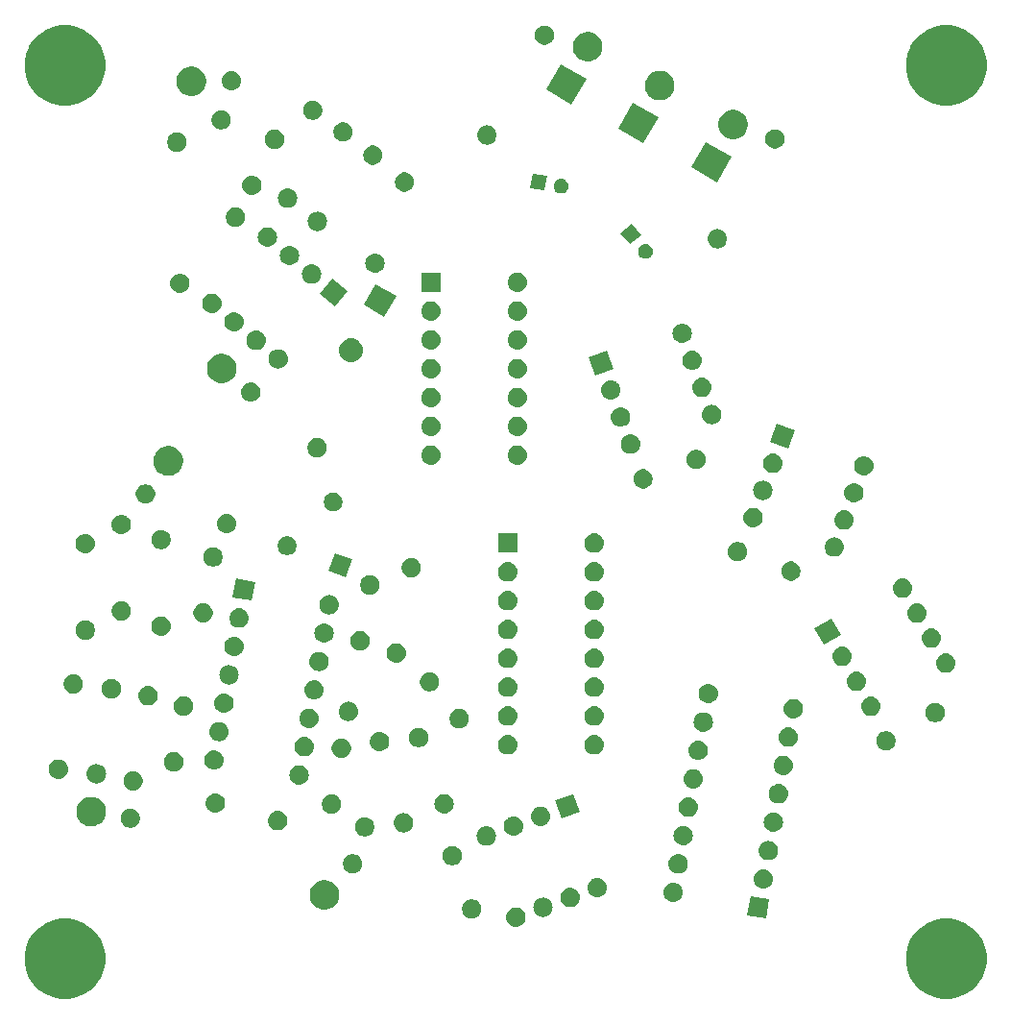
<source format=gbr>
G04 #@! TF.GenerationSoftware,KiCad,Pcbnew,(5.1.2-1)-1*
G04 #@! TF.CreationDate,2021-05-31T13:23:38-04:00*
G04 #@! TF.ProjectId,Analog Shift Register - CGS,416e616c-6f67-4205-9368-696674205265,rev?*
G04 #@! TF.SameCoordinates,Original*
G04 #@! TF.FileFunction,Soldermask,Top*
G04 #@! TF.FilePolarity,Negative*
%FSLAX46Y46*%
G04 Gerber Fmt 4.6, Leading zero omitted, Abs format (unit mm)*
G04 Created by KiCad (PCBNEW (5.1.2-1)-1) date 2021-05-31 13:23:38*
%MOMM*%
%LPD*%
G04 APERTURE LIST*
%ADD10C,0.100000*%
G04 APERTURE END LIST*
D10*
G36*
X96539787Y-93105462D02*
G01*
X96539790Y-93105463D01*
X96539789Y-93105463D01*
X97186029Y-93373144D01*
X97767631Y-93761758D01*
X98262242Y-94256369D01*
X98650856Y-94837971D01*
X98650856Y-94837972D01*
X98918538Y-95484213D01*
X99055000Y-96170256D01*
X99055000Y-96869744D01*
X98918538Y-97555787D01*
X98918537Y-97555789D01*
X98650856Y-98202029D01*
X98262242Y-98783631D01*
X97767631Y-99278242D01*
X97186029Y-99666856D01*
X96729068Y-99856135D01*
X96539787Y-99934538D01*
X95853744Y-100071000D01*
X95154256Y-100071000D01*
X94468213Y-99934538D01*
X94278932Y-99856135D01*
X93821971Y-99666856D01*
X93240369Y-99278242D01*
X92745758Y-98783631D01*
X92357144Y-98202029D01*
X92089463Y-97555789D01*
X92089462Y-97555787D01*
X91953000Y-96869744D01*
X91953000Y-96170256D01*
X92089462Y-95484213D01*
X92357144Y-94837972D01*
X92357144Y-94837971D01*
X92745758Y-94256369D01*
X93240369Y-93761758D01*
X93821971Y-93373144D01*
X94468211Y-93105463D01*
X94468210Y-93105463D01*
X94468213Y-93105462D01*
X95154256Y-92969000D01*
X95853744Y-92969000D01*
X96539787Y-93105462D01*
X96539787Y-93105462D01*
G37*
G36*
X18815787Y-93105462D02*
G01*
X18815790Y-93105463D01*
X18815789Y-93105463D01*
X19462029Y-93373144D01*
X20043631Y-93761758D01*
X20538242Y-94256369D01*
X20926856Y-94837971D01*
X20926856Y-94837972D01*
X21194538Y-95484213D01*
X21331000Y-96170256D01*
X21331000Y-96869744D01*
X21194538Y-97555787D01*
X21194537Y-97555789D01*
X20926856Y-98202029D01*
X20538242Y-98783631D01*
X20043631Y-99278242D01*
X19462029Y-99666856D01*
X19005068Y-99856135D01*
X18815787Y-99934538D01*
X18129744Y-100071000D01*
X17430256Y-100071000D01*
X16744213Y-99934538D01*
X16554932Y-99856135D01*
X16097971Y-99666856D01*
X15516369Y-99278242D01*
X15021758Y-98783631D01*
X14633144Y-98202029D01*
X14365463Y-97555789D01*
X14365462Y-97555787D01*
X14229000Y-96869744D01*
X14229000Y-96170256D01*
X14365462Y-95484213D01*
X14633144Y-94837972D01*
X14633144Y-94837971D01*
X15021758Y-94256369D01*
X15516369Y-93761758D01*
X16097971Y-93373144D01*
X16744211Y-93105463D01*
X16744210Y-93105463D01*
X16744213Y-93105462D01*
X17430256Y-92969000D01*
X18129744Y-92969000D01*
X18815787Y-93105462D01*
X18815787Y-93105462D01*
G37*
G36*
X57718222Y-92012548D02*
G01*
X57878641Y-92061211D01*
X58011305Y-92132121D01*
X58026477Y-92140231D01*
X58156058Y-92246576D01*
X58262403Y-92376157D01*
X58262404Y-92376159D01*
X58341423Y-92523993D01*
X58341424Y-92523996D01*
X58350482Y-92553855D01*
X58390086Y-92684412D01*
X58406516Y-92851235D01*
X58390086Y-93018058D01*
X58341423Y-93178477D01*
X58270513Y-93311141D01*
X58262403Y-93326313D01*
X58156058Y-93455894D01*
X58026477Y-93562239D01*
X58026475Y-93562240D01*
X57878641Y-93641259D01*
X57718222Y-93689922D01*
X57593203Y-93702235D01*
X57509595Y-93702235D01*
X57384576Y-93689922D01*
X57224157Y-93641259D01*
X57076323Y-93562240D01*
X57076321Y-93562239D01*
X56946740Y-93455894D01*
X56840395Y-93326313D01*
X56832285Y-93311141D01*
X56761375Y-93178477D01*
X56712712Y-93018058D01*
X56696282Y-92851235D01*
X56712712Y-92684412D01*
X56752316Y-92553855D01*
X56761374Y-92523996D01*
X56761375Y-92523993D01*
X56840394Y-92376159D01*
X56840395Y-92376157D01*
X56946740Y-92246576D01*
X57076321Y-92140231D01*
X57091493Y-92132121D01*
X57224157Y-92061211D01*
X57384576Y-92012548D01*
X57509595Y-92000235D01*
X57593203Y-92000235D01*
X57718222Y-92012548D01*
X57718222Y-92012548D01*
G37*
G36*
X53888869Y-91310608D02*
G01*
X54043741Y-91374758D01*
X54183122Y-91467890D01*
X54301656Y-91586424D01*
X54394788Y-91725805D01*
X54458938Y-91880677D01*
X54491641Y-92045089D01*
X54491641Y-92212721D01*
X54458938Y-92377133D01*
X54394788Y-92532005D01*
X54301656Y-92671386D01*
X54183122Y-92789920D01*
X54043741Y-92883052D01*
X53888869Y-92947202D01*
X53724457Y-92979905D01*
X53556825Y-92979905D01*
X53392413Y-92947202D01*
X53237541Y-92883052D01*
X53098160Y-92789920D01*
X52979626Y-92671386D01*
X52886494Y-92532005D01*
X52822344Y-92377133D01*
X52789641Y-92212721D01*
X52789641Y-92045089D01*
X52822344Y-91880677D01*
X52886494Y-91725805D01*
X52979626Y-91586424D01*
X53098160Y-91467890D01*
X53237541Y-91374758D01*
X53392413Y-91310608D01*
X53556825Y-91277905D01*
X53724457Y-91277905D01*
X53888869Y-91310608D01*
X53888869Y-91310608D01*
G37*
G36*
X79910696Y-91294398D02*
G01*
X79615147Y-92970541D01*
X77939004Y-92674992D01*
X78234553Y-90998849D01*
X79910696Y-91294398D01*
X79910696Y-91294398D01*
G37*
G36*
X60105041Y-91143817D02*
G01*
X60265460Y-91192480D01*
X60398124Y-91263390D01*
X60413296Y-91271500D01*
X60542877Y-91377845D01*
X60649222Y-91507426D01*
X60649223Y-91507428D01*
X60728242Y-91655262D01*
X60776905Y-91815681D01*
X60793335Y-91982504D01*
X60776905Y-92149327D01*
X60728242Y-92309746D01*
X60692743Y-92376159D01*
X60649222Y-92457582D01*
X60542877Y-92587163D01*
X60413296Y-92693508D01*
X60413294Y-92693509D01*
X60265460Y-92772528D01*
X60105041Y-92821191D01*
X59980022Y-92833504D01*
X59896414Y-92833504D01*
X59771395Y-92821191D01*
X59610976Y-92772528D01*
X59463142Y-92693509D01*
X59463140Y-92693508D01*
X59333559Y-92587163D01*
X59227214Y-92457582D01*
X59183693Y-92376159D01*
X59148194Y-92309746D01*
X59099531Y-92149327D01*
X59083101Y-91982504D01*
X59099531Y-91815681D01*
X59148194Y-91655262D01*
X59227213Y-91507428D01*
X59227214Y-91507426D01*
X59333559Y-91377845D01*
X59463140Y-91271500D01*
X59478312Y-91263390D01*
X59610976Y-91192480D01*
X59771395Y-91143817D01*
X59896414Y-91131504D01*
X59980022Y-91131504D01*
X60105041Y-91143817D01*
X60105041Y-91143817D01*
G37*
G36*
X41046253Y-89648534D02*
G01*
X41282961Y-89746582D01*
X41282963Y-89746583D01*
X41495995Y-89888926D01*
X41677164Y-90070095D01*
X41812946Y-90273308D01*
X41819508Y-90283129D01*
X41917556Y-90519837D01*
X41967540Y-90771123D01*
X41967540Y-91027337D01*
X41917556Y-91278623D01*
X41820682Y-91512496D01*
X41819507Y-91515333D01*
X41677164Y-91728365D01*
X41495995Y-91909534D01*
X41282963Y-92051877D01*
X41282962Y-92051878D01*
X41282961Y-92051878D01*
X41046253Y-92149926D01*
X40794967Y-92199910D01*
X40538753Y-92199910D01*
X40287467Y-92149926D01*
X40050759Y-92051878D01*
X40050758Y-92051878D01*
X40050757Y-92051877D01*
X39837725Y-91909534D01*
X39656556Y-91728365D01*
X39514213Y-91515333D01*
X39513038Y-91512496D01*
X39416164Y-91278623D01*
X39366180Y-91027337D01*
X39366180Y-90771123D01*
X39416164Y-90519837D01*
X39514212Y-90283129D01*
X39520774Y-90273308D01*
X39656556Y-90070095D01*
X39837725Y-89888926D01*
X40050757Y-89746583D01*
X40050759Y-89746582D01*
X40287467Y-89648534D01*
X40538753Y-89598550D01*
X40794967Y-89598550D01*
X41046253Y-89648534D01*
X41046253Y-89648534D01*
G37*
G36*
X62491860Y-90275086D02*
G01*
X62622417Y-90314690D01*
X62646415Y-90321970D01*
X62652279Y-90323749D01*
X62784943Y-90394659D01*
X62800115Y-90402769D01*
X62929696Y-90509114D01*
X63036041Y-90638695D01*
X63036042Y-90638697D01*
X63115061Y-90786531D01*
X63163724Y-90946950D01*
X63180154Y-91113773D01*
X63163724Y-91280596D01*
X63115061Y-91441015D01*
X63075338Y-91515331D01*
X63036041Y-91588851D01*
X62929696Y-91718432D01*
X62800115Y-91824777D01*
X62800113Y-91824778D01*
X62652279Y-91903797D01*
X62491860Y-91952460D01*
X62366841Y-91964773D01*
X62283233Y-91964773D01*
X62158214Y-91952460D01*
X61997795Y-91903797D01*
X61849961Y-91824778D01*
X61849959Y-91824777D01*
X61720378Y-91718432D01*
X61614033Y-91588851D01*
X61574736Y-91515331D01*
X61535013Y-91441015D01*
X61486350Y-91280596D01*
X61469920Y-91113773D01*
X61486350Y-90946950D01*
X61535013Y-90786531D01*
X61614032Y-90638697D01*
X61614033Y-90638695D01*
X61720378Y-90509114D01*
X61849959Y-90402769D01*
X61865131Y-90394659D01*
X61997795Y-90323749D01*
X62003660Y-90321970D01*
X62027657Y-90314690D01*
X62158214Y-90275086D01*
X62283233Y-90262773D01*
X62366841Y-90262773D01*
X62491860Y-90275086D01*
X62491860Y-90275086D01*
G37*
G36*
X71587438Y-89822809D02*
G01*
X71747857Y-89871472D01*
X71834536Y-89917803D01*
X71895693Y-89950492D01*
X72025274Y-90056837D01*
X72131619Y-90186418D01*
X72131620Y-90186420D01*
X72210639Y-90334254D01*
X72259302Y-90494673D01*
X72275732Y-90661496D01*
X72259302Y-90828319D01*
X72210639Y-90988738D01*
X72159866Y-91083728D01*
X72131619Y-91136574D01*
X72025274Y-91266155D01*
X71895693Y-91372500D01*
X71885693Y-91377845D01*
X71747857Y-91451520D01*
X71587438Y-91500183D01*
X71462419Y-91512496D01*
X71378811Y-91512496D01*
X71253792Y-91500183D01*
X71093373Y-91451520D01*
X70955537Y-91377845D01*
X70945537Y-91372500D01*
X70815956Y-91266155D01*
X70709611Y-91136574D01*
X70681364Y-91083728D01*
X70630591Y-90988738D01*
X70581928Y-90828319D01*
X70565498Y-90661496D01*
X70581928Y-90494673D01*
X70630591Y-90334254D01*
X70709610Y-90186420D01*
X70709611Y-90186418D01*
X70815956Y-90056837D01*
X70945537Y-89950492D01*
X71006694Y-89917803D01*
X71093373Y-89871472D01*
X71253792Y-89822809D01*
X71378811Y-89810496D01*
X71462419Y-89810496D01*
X71587438Y-89822809D01*
X71587438Y-89822809D01*
G37*
G36*
X64878679Y-89406355D02*
G01*
X65039098Y-89455018D01*
X65171762Y-89525928D01*
X65186934Y-89534038D01*
X65316515Y-89640383D01*
X65422860Y-89769964D01*
X65422861Y-89769966D01*
X65501880Y-89917800D01*
X65550543Y-90078219D01*
X65566973Y-90245042D01*
X65550543Y-90411865D01*
X65501880Y-90572284D01*
X65466381Y-90638697D01*
X65422860Y-90720120D01*
X65316515Y-90849701D01*
X65186934Y-90956046D01*
X65186932Y-90956047D01*
X65039098Y-91035066D01*
X64878679Y-91083729D01*
X64753660Y-91096042D01*
X64670052Y-91096042D01*
X64545033Y-91083729D01*
X64384614Y-91035066D01*
X64236780Y-90956047D01*
X64236778Y-90956046D01*
X64107197Y-90849701D01*
X64000852Y-90720120D01*
X63957331Y-90638697D01*
X63921832Y-90572284D01*
X63873169Y-90411865D01*
X63856739Y-90245042D01*
X63873169Y-90078219D01*
X63921832Y-89917800D01*
X64000851Y-89769966D01*
X64000852Y-89769964D01*
X64107197Y-89640383D01*
X64236778Y-89534038D01*
X64251950Y-89525928D01*
X64384614Y-89455018D01*
X64545033Y-89406355D01*
X64670052Y-89394042D01*
X64753660Y-89394042D01*
X64878679Y-89406355D01*
X64878679Y-89406355D01*
G37*
G36*
X79532739Y-88644596D02*
G01*
X79693158Y-88693259D01*
X79825822Y-88764169D01*
X79840994Y-88772279D01*
X79970575Y-88878624D01*
X80076920Y-89008205D01*
X80076921Y-89008207D01*
X80155940Y-89156041D01*
X80204603Y-89316460D01*
X80221033Y-89483283D01*
X80204603Y-89650106D01*
X80155940Y-89810525D01*
X80123363Y-89871472D01*
X80076920Y-89958361D01*
X79970575Y-90087942D01*
X79840994Y-90194287D01*
X79840992Y-90194288D01*
X79693158Y-90273307D01*
X79693155Y-90273308D01*
X79687290Y-90275087D01*
X79532739Y-90321970D01*
X79407720Y-90334283D01*
X79324112Y-90334283D01*
X79199093Y-90321970D01*
X79044542Y-90275087D01*
X79038677Y-90273308D01*
X79038674Y-90273307D01*
X78890840Y-90194288D01*
X78890838Y-90194287D01*
X78761257Y-90087942D01*
X78654912Y-89958361D01*
X78608469Y-89871472D01*
X78575892Y-89810525D01*
X78527229Y-89650106D01*
X78510799Y-89483283D01*
X78527229Y-89316460D01*
X78575892Y-89156041D01*
X78654911Y-89008207D01*
X78654912Y-89008205D01*
X78761257Y-88878624D01*
X78890838Y-88772279D01*
X78906010Y-88764169D01*
X79038674Y-88693259D01*
X79199093Y-88644596D01*
X79324112Y-88632283D01*
X79407720Y-88632283D01*
X79532739Y-88644596D01*
X79532739Y-88644596D01*
G37*
G36*
X72028504Y-87321397D02*
G01*
X72188923Y-87370060D01*
X72321587Y-87440970D01*
X72336759Y-87449080D01*
X72466340Y-87555425D01*
X72572685Y-87685006D01*
X72572686Y-87685008D01*
X72651705Y-87832842D01*
X72651706Y-87832845D01*
X72651917Y-87833542D01*
X72700368Y-87993261D01*
X72716798Y-88160084D01*
X72700368Y-88326907D01*
X72651705Y-88487326D01*
X72613968Y-88557927D01*
X72572685Y-88635162D01*
X72466340Y-88764743D01*
X72336759Y-88871088D01*
X72336757Y-88871089D01*
X72188923Y-88950108D01*
X72028504Y-88998771D01*
X71903485Y-89011084D01*
X71819877Y-89011084D01*
X71694858Y-88998771D01*
X71534439Y-88950108D01*
X71386605Y-88871089D01*
X71386603Y-88871088D01*
X71257022Y-88764743D01*
X71150677Y-88635162D01*
X71109394Y-88557927D01*
X71071657Y-88487326D01*
X71022994Y-88326907D01*
X71006564Y-88160084D01*
X71022994Y-87993261D01*
X71071445Y-87833542D01*
X71071656Y-87832845D01*
X71071657Y-87832842D01*
X71150676Y-87685008D01*
X71150677Y-87685006D01*
X71257022Y-87555425D01*
X71386603Y-87449080D01*
X71401775Y-87440970D01*
X71534439Y-87370060D01*
X71694858Y-87321397D01*
X71819877Y-87309084D01*
X71903485Y-87309084D01*
X72028504Y-87321397D01*
X72028504Y-87321397D01*
G37*
G36*
X43400628Y-87336530D02*
G01*
X43555500Y-87400680D01*
X43694881Y-87493812D01*
X43813415Y-87612346D01*
X43906547Y-87751727D01*
X43970697Y-87906599D01*
X44003400Y-88071011D01*
X44003400Y-88238643D01*
X43970697Y-88403055D01*
X43906547Y-88557927D01*
X43813415Y-88697308D01*
X43694881Y-88815842D01*
X43555500Y-88908974D01*
X43400628Y-88973124D01*
X43236216Y-89005827D01*
X43068584Y-89005827D01*
X42904172Y-88973124D01*
X42749300Y-88908974D01*
X42609919Y-88815842D01*
X42491385Y-88697308D01*
X42398253Y-88557927D01*
X42334103Y-88403055D01*
X42301400Y-88238643D01*
X42301400Y-88071011D01*
X42334103Y-87906599D01*
X42398253Y-87751727D01*
X42491385Y-87612346D01*
X42609919Y-87493812D01*
X42749300Y-87400680D01*
X42904172Y-87336530D01*
X43068584Y-87303827D01*
X43236216Y-87303827D01*
X43400628Y-87336530D01*
X43400628Y-87336530D01*
G37*
G36*
X52178768Y-86612145D02*
G01*
X52333640Y-86676295D01*
X52473021Y-86769427D01*
X52591555Y-86887961D01*
X52684687Y-87027342D01*
X52748837Y-87182214D01*
X52781540Y-87346626D01*
X52781540Y-87514258D01*
X52748837Y-87678670D01*
X52684687Y-87833542D01*
X52591555Y-87972923D01*
X52473021Y-88091457D01*
X52333640Y-88184589D01*
X52178768Y-88248739D01*
X52014356Y-88281442D01*
X51846724Y-88281442D01*
X51682312Y-88248739D01*
X51527440Y-88184589D01*
X51388059Y-88091457D01*
X51269525Y-87972923D01*
X51176393Y-87833542D01*
X51112243Y-87678670D01*
X51079540Y-87514258D01*
X51079540Y-87346626D01*
X51112243Y-87182214D01*
X51176393Y-87027342D01*
X51269525Y-86887961D01*
X51388059Y-86769427D01*
X51527440Y-86676295D01*
X51682312Y-86612145D01*
X51846724Y-86579442D01*
X52014356Y-86579442D01*
X52178768Y-86612145D01*
X52178768Y-86612145D01*
G37*
G36*
X79973806Y-86143185D02*
G01*
X80134225Y-86191848D01*
X80266889Y-86262758D01*
X80282061Y-86270868D01*
X80411642Y-86377213D01*
X80517987Y-86506794D01*
X80517988Y-86506796D01*
X80597007Y-86654630D01*
X80645670Y-86815049D01*
X80662100Y-86981872D01*
X80645670Y-87148695D01*
X80597007Y-87309114D01*
X80548064Y-87400679D01*
X80517987Y-87456950D01*
X80411642Y-87586531D01*
X80282061Y-87692876D01*
X80282059Y-87692877D01*
X80134225Y-87771896D01*
X79973806Y-87820559D01*
X79848787Y-87832872D01*
X79765179Y-87832872D01*
X79640160Y-87820559D01*
X79479741Y-87771896D01*
X79331907Y-87692877D01*
X79331905Y-87692876D01*
X79202324Y-87586531D01*
X79095979Y-87456950D01*
X79065902Y-87400679D01*
X79016959Y-87309114D01*
X78968296Y-87148695D01*
X78951866Y-86981872D01*
X78968296Y-86815049D01*
X79016959Y-86654630D01*
X79095978Y-86506796D01*
X79095979Y-86506794D01*
X79202324Y-86377213D01*
X79331905Y-86270868D01*
X79347077Y-86262758D01*
X79479741Y-86191848D01*
X79640160Y-86143185D01*
X79765179Y-86130872D01*
X79848787Y-86130872D01*
X79973806Y-86143185D01*
X79973806Y-86143185D01*
G37*
G36*
X55112028Y-84852090D02*
G01*
X55272447Y-84900753D01*
X55374942Y-84955538D01*
X55420283Y-84979773D01*
X55549864Y-85086118D01*
X55656209Y-85215699D01*
X55656210Y-85215701D01*
X55735229Y-85363535D01*
X55783892Y-85523954D01*
X55800322Y-85690777D01*
X55783892Y-85857600D01*
X55735229Y-86018019D01*
X55674908Y-86130872D01*
X55656209Y-86165855D01*
X55549864Y-86295436D01*
X55420283Y-86401781D01*
X55420281Y-86401782D01*
X55272447Y-86480801D01*
X55112028Y-86529464D01*
X54987009Y-86541777D01*
X54903401Y-86541777D01*
X54778382Y-86529464D01*
X54617963Y-86480801D01*
X54470129Y-86401782D01*
X54470127Y-86401781D01*
X54340546Y-86295436D01*
X54234201Y-86165855D01*
X54215502Y-86130872D01*
X54155181Y-86018019D01*
X54106518Y-85857600D01*
X54090088Y-85690777D01*
X54106518Y-85523954D01*
X54155181Y-85363535D01*
X54234200Y-85215701D01*
X54234201Y-85215699D01*
X54340546Y-85086118D01*
X54470127Y-84979773D01*
X54515468Y-84955538D01*
X54617963Y-84900753D01*
X54778382Y-84852090D01*
X54903401Y-84839777D01*
X54987009Y-84839777D01*
X55112028Y-84852090D01*
X55112028Y-84852090D01*
G37*
G36*
X72469571Y-84819986D02*
G01*
X72629990Y-84868649D01*
X72690050Y-84900752D01*
X72777826Y-84947669D01*
X72907407Y-85054014D01*
X73013752Y-85183595D01*
X73013753Y-85183597D01*
X73092772Y-85331431D01*
X73141435Y-85491850D01*
X73157865Y-85658673D01*
X73141435Y-85825496D01*
X73092772Y-85985915D01*
X73075612Y-86018019D01*
X73013752Y-86133751D01*
X72907407Y-86263332D01*
X72777826Y-86369677D01*
X72777824Y-86369678D01*
X72629990Y-86448697D01*
X72469571Y-86497360D01*
X72344552Y-86509673D01*
X72260944Y-86509673D01*
X72135925Y-86497360D01*
X71975506Y-86448697D01*
X71827672Y-86369678D01*
X71827670Y-86369677D01*
X71698089Y-86263332D01*
X71591744Y-86133751D01*
X71529884Y-86018019D01*
X71512724Y-85985915D01*
X71464061Y-85825496D01*
X71447631Y-85658673D01*
X71464061Y-85491850D01*
X71512724Y-85331431D01*
X71591743Y-85183597D01*
X71591744Y-85183595D01*
X71698089Y-85054014D01*
X71827670Y-84947669D01*
X71915446Y-84900752D01*
X71975506Y-84868649D01*
X72135925Y-84819986D01*
X72260944Y-84807673D01*
X72344552Y-84807673D01*
X72469571Y-84819986D01*
X72469571Y-84819986D01*
G37*
G36*
X44454073Y-84070887D02*
G01*
X44608945Y-84135037D01*
X44748326Y-84228169D01*
X44866860Y-84346703D01*
X44959992Y-84486084D01*
X45024142Y-84640956D01*
X45056845Y-84805368D01*
X45056845Y-84973000D01*
X45024142Y-85137412D01*
X44959992Y-85292284D01*
X44866860Y-85431665D01*
X44748326Y-85550199D01*
X44608945Y-85643331D01*
X44454073Y-85707481D01*
X44289661Y-85740184D01*
X44122029Y-85740184D01*
X43957617Y-85707481D01*
X43802745Y-85643331D01*
X43663364Y-85550199D01*
X43544830Y-85431665D01*
X43451698Y-85292284D01*
X43387548Y-85137412D01*
X43354845Y-84973000D01*
X43354845Y-84805368D01*
X43387548Y-84640956D01*
X43451698Y-84486084D01*
X43544830Y-84346703D01*
X43663364Y-84228169D01*
X43802745Y-84135037D01*
X43957617Y-84070887D01*
X44122029Y-84038184D01*
X44289661Y-84038184D01*
X44454073Y-84070887D01*
X44454073Y-84070887D01*
G37*
G36*
X57498847Y-83983359D02*
G01*
X57659266Y-84032022D01*
X57791930Y-84102932D01*
X57807102Y-84111042D01*
X57936683Y-84217387D01*
X58043028Y-84346968D01*
X58043029Y-84346970D01*
X58122048Y-84494804D01*
X58170711Y-84655223D01*
X58187141Y-84822046D01*
X58170711Y-84988869D01*
X58131107Y-85119426D01*
X58126428Y-85134851D01*
X58122048Y-85149288D01*
X58073921Y-85239327D01*
X58043028Y-85297124D01*
X57936683Y-85426705D01*
X57807102Y-85533050D01*
X57807100Y-85533051D01*
X57659266Y-85612070D01*
X57498847Y-85660733D01*
X57373828Y-85673046D01*
X57290220Y-85673046D01*
X57165201Y-85660733D01*
X57004782Y-85612070D01*
X56856948Y-85533051D01*
X56856946Y-85533050D01*
X56727365Y-85426705D01*
X56621020Y-85297124D01*
X56590127Y-85239327D01*
X56542000Y-85149288D01*
X56537621Y-85134851D01*
X56532941Y-85119426D01*
X56493337Y-84988869D01*
X56476907Y-84822046D01*
X56493337Y-84655223D01*
X56542000Y-84494804D01*
X56621019Y-84346970D01*
X56621020Y-84346968D01*
X56727365Y-84217387D01*
X56856946Y-84111042D01*
X56872118Y-84102932D01*
X57004782Y-84032022D01*
X57165201Y-83983359D01*
X57290220Y-83971046D01*
X57373828Y-83971046D01*
X57498847Y-83983359D01*
X57498847Y-83983359D01*
G37*
G36*
X47804239Y-83689635D02*
G01*
X47905874Y-83720466D01*
X47943930Y-83732010D01*
X47964658Y-83738298D01*
X48097322Y-83809208D01*
X48112494Y-83817318D01*
X48242075Y-83923663D01*
X48348420Y-84053244D01*
X48348421Y-84053246D01*
X48427440Y-84201080D01*
X48476103Y-84361499D01*
X48492533Y-84528322D01*
X48476103Y-84695145D01*
X48427440Y-84855564D01*
X48374004Y-84955536D01*
X48348420Y-85003400D01*
X48242075Y-85132981D01*
X48112494Y-85239326D01*
X48112492Y-85239327D01*
X47964658Y-85318346D01*
X47964655Y-85318347D01*
X47934796Y-85327405D01*
X47804239Y-85367009D01*
X47679220Y-85379322D01*
X47595612Y-85379322D01*
X47470593Y-85367009D01*
X47340036Y-85327405D01*
X47310177Y-85318347D01*
X47310174Y-85318346D01*
X47162340Y-85239327D01*
X47162338Y-85239326D01*
X47032757Y-85132981D01*
X46926412Y-85003400D01*
X46900828Y-84955536D01*
X46847392Y-84855564D01*
X46798729Y-84695145D01*
X46782299Y-84528322D01*
X46798729Y-84361499D01*
X46847392Y-84201080D01*
X46926411Y-84053246D01*
X46926412Y-84053244D01*
X47032757Y-83923663D01*
X47162338Y-83817318D01*
X47177510Y-83809208D01*
X47310174Y-83738298D01*
X47330903Y-83732010D01*
X47368958Y-83720466D01*
X47470593Y-83689635D01*
X47595612Y-83677322D01*
X47679220Y-83677322D01*
X47804239Y-83689635D01*
X47804239Y-83689635D01*
G37*
G36*
X80414872Y-83641773D02*
G01*
X80526347Y-83675589D01*
X80572651Y-83689635D01*
X80575291Y-83690436D01*
X80664834Y-83738298D01*
X80723127Y-83769456D01*
X80852708Y-83875801D01*
X80959053Y-84005382D01*
X80959054Y-84005384D01*
X81038073Y-84153218D01*
X81086736Y-84313637D01*
X81103166Y-84480460D01*
X81086736Y-84647283D01*
X81057597Y-84743339D01*
X81039101Y-84804315D01*
X81038073Y-84807702D01*
X80988337Y-84900752D01*
X80959053Y-84955538D01*
X80852708Y-85085119D01*
X80723127Y-85191464D01*
X80723125Y-85191465D01*
X80575291Y-85270484D01*
X80414872Y-85319147D01*
X80289853Y-85331460D01*
X80206245Y-85331460D01*
X80081226Y-85319147D01*
X79920807Y-85270484D01*
X79772973Y-85191465D01*
X79772971Y-85191464D01*
X79643390Y-85085119D01*
X79537045Y-84955538D01*
X79507761Y-84900752D01*
X79458025Y-84807702D01*
X79456998Y-84804315D01*
X79438501Y-84743339D01*
X79409362Y-84647283D01*
X79392932Y-84480460D01*
X79409362Y-84313637D01*
X79458025Y-84153218D01*
X79537044Y-84005384D01*
X79537045Y-84005382D01*
X79643390Y-83875801D01*
X79772971Y-83769456D01*
X79831264Y-83738298D01*
X79920807Y-83690436D01*
X79923448Y-83689635D01*
X79969751Y-83675589D01*
X80081226Y-83641773D01*
X80206245Y-83629460D01*
X80289853Y-83629460D01*
X80414872Y-83641773D01*
X80414872Y-83641773D01*
G37*
G36*
X36720109Y-83506140D02*
G01*
X36880528Y-83554803D01*
X36947108Y-83590391D01*
X37028364Y-83633823D01*
X37157945Y-83740168D01*
X37264290Y-83869749D01*
X37264291Y-83869751D01*
X37343310Y-84017585D01*
X37343311Y-84017588D01*
X37349559Y-84038184D01*
X37391973Y-84178004D01*
X37408403Y-84344827D01*
X37391973Y-84511650D01*
X37343310Y-84672069D01*
X37305215Y-84743339D01*
X37264290Y-84819905D01*
X37157945Y-84949486D01*
X37028364Y-85055831D01*
X37028362Y-85055832D01*
X36880528Y-85134851D01*
X36880525Y-85134852D01*
X36850666Y-85143910D01*
X36720109Y-85183514D01*
X36595090Y-85195827D01*
X36511482Y-85195827D01*
X36386463Y-85183514D01*
X36255906Y-85143910D01*
X36226047Y-85134852D01*
X36226044Y-85134851D01*
X36078210Y-85055832D01*
X36078208Y-85055831D01*
X35948627Y-84949486D01*
X35842282Y-84819905D01*
X35801357Y-84743339D01*
X35763262Y-84672069D01*
X35714599Y-84511650D01*
X35698169Y-84344827D01*
X35714599Y-84178004D01*
X35757013Y-84038184D01*
X35763261Y-84017588D01*
X35763262Y-84017585D01*
X35842281Y-83869751D01*
X35842282Y-83869749D01*
X35948627Y-83740168D01*
X36078208Y-83633823D01*
X36159464Y-83590391D01*
X36226044Y-83554803D01*
X36386463Y-83506140D01*
X36511482Y-83493827D01*
X36595090Y-83493827D01*
X36720109Y-83506140D01*
X36720109Y-83506140D01*
G37*
G36*
X23784396Y-83305269D02*
G01*
X23939268Y-83369419D01*
X24078649Y-83462551D01*
X24197183Y-83581085D01*
X24290315Y-83720466D01*
X24354465Y-83875338D01*
X24387168Y-84039750D01*
X24387168Y-84207382D01*
X24354465Y-84371794D01*
X24290315Y-84526666D01*
X24197183Y-84666047D01*
X24078649Y-84784581D01*
X23939268Y-84877713D01*
X23784396Y-84941863D01*
X23619984Y-84974566D01*
X23452352Y-84974566D01*
X23287940Y-84941863D01*
X23133068Y-84877713D01*
X22993687Y-84784581D01*
X22875153Y-84666047D01*
X22782021Y-84526666D01*
X22717871Y-84371794D01*
X22685168Y-84207382D01*
X22685168Y-84039750D01*
X22717871Y-83875338D01*
X22782021Y-83720466D01*
X22875153Y-83581085D01*
X22993687Y-83462551D01*
X23133068Y-83369419D01*
X23287940Y-83305269D01*
X23452352Y-83272566D01*
X23619984Y-83272566D01*
X23784396Y-83305269D01*
X23784396Y-83305269D01*
G37*
G36*
X20476173Y-82296787D02*
G01*
X20712881Y-82394835D01*
X20712883Y-82394836D01*
X20925915Y-82537179D01*
X21107084Y-82718348D01*
X21249427Y-82931380D01*
X21249428Y-82931382D01*
X21347476Y-83168090D01*
X21397460Y-83419376D01*
X21397460Y-83675590D01*
X21347476Y-83926876D01*
X21249428Y-84163584D01*
X21249427Y-84163586D01*
X21107084Y-84376618D01*
X20925915Y-84557787D01*
X20712883Y-84700130D01*
X20712882Y-84700131D01*
X20712881Y-84700131D01*
X20476173Y-84798179D01*
X20224887Y-84848163D01*
X19968673Y-84848163D01*
X19717387Y-84798179D01*
X19480679Y-84700131D01*
X19480678Y-84700131D01*
X19480677Y-84700130D01*
X19267645Y-84557787D01*
X19086476Y-84376618D01*
X18944133Y-84163586D01*
X18944132Y-84163584D01*
X18846084Y-83926876D01*
X18796100Y-83675590D01*
X18796100Y-83419376D01*
X18846084Y-83168090D01*
X18944132Y-82931382D01*
X18944133Y-82931380D01*
X19086476Y-82718348D01*
X19267645Y-82537179D01*
X19480677Y-82394836D01*
X19480679Y-82394835D01*
X19717387Y-82296787D01*
X19968673Y-82246803D01*
X20224887Y-82246803D01*
X20476173Y-82296787D01*
X20476173Y-82296787D01*
G37*
G36*
X59885667Y-83114628D02*
G01*
X60046086Y-83163291D01*
X60087950Y-83185668D01*
X60193922Y-83242311D01*
X60323503Y-83348656D01*
X60429848Y-83478237D01*
X60429849Y-83478239D01*
X60508868Y-83626073D01*
X60508869Y-83626076D01*
X60512806Y-83639054D01*
X60557531Y-83786492D01*
X60573961Y-83953315D01*
X60557531Y-84120138D01*
X60508868Y-84280557D01*
X60460101Y-84371794D01*
X60429848Y-84428393D01*
X60323503Y-84557974D01*
X60193922Y-84664319D01*
X60193920Y-84664320D01*
X60046086Y-84743339D01*
X59885667Y-84792002D01*
X59760648Y-84804315D01*
X59677040Y-84804315D01*
X59552021Y-84792002D01*
X59391602Y-84743339D01*
X59243768Y-84664320D01*
X59243766Y-84664319D01*
X59114185Y-84557974D01*
X59007840Y-84428393D01*
X58977587Y-84371794D01*
X58928820Y-84280557D01*
X58880157Y-84120138D01*
X58863727Y-83953315D01*
X58880157Y-83786492D01*
X58924882Y-83639054D01*
X58928819Y-83626076D01*
X58928820Y-83626073D01*
X59007839Y-83478239D01*
X59007840Y-83478237D01*
X59114185Y-83348656D01*
X59243766Y-83242311D01*
X59349738Y-83185668D01*
X59391602Y-83163291D01*
X59552021Y-83114628D01*
X59677040Y-83102315D01*
X59760648Y-83102315D01*
X59885667Y-83114628D01*
X59885667Y-83114628D01*
G37*
G36*
X63196401Y-83593203D02*
G01*
X61597044Y-84175322D01*
X61014925Y-82575965D01*
X62614282Y-81993846D01*
X63196401Y-83593203D01*
X63196401Y-83593203D01*
G37*
G36*
X72910637Y-82318574D02*
G01*
X73071056Y-82367237D01*
X73203720Y-82438147D01*
X73218892Y-82446257D01*
X73348473Y-82552602D01*
X73454818Y-82682183D01*
X73454819Y-82682185D01*
X73533838Y-82830019D01*
X73582501Y-82990438D01*
X73598931Y-83157261D01*
X73582501Y-83324084D01*
X73533838Y-83484503D01*
X73462928Y-83617167D01*
X73454818Y-83632339D01*
X73348473Y-83761920D01*
X73218892Y-83868265D01*
X73218890Y-83868266D01*
X73071056Y-83947285D01*
X72910637Y-83995948D01*
X72785618Y-84008261D01*
X72702010Y-84008261D01*
X72576991Y-83995948D01*
X72416572Y-83947285D01*
X72268738Y-83868266D01*
X72268736Y-83868265D01*
X72139155Y-83761920D01*
X72032810Y-83632339D01*
X72024700Y-83617167D01*
X71953790Y-83484503D01*
X71905127Y-83324084D01*
X71888697Y-83157261D01*
X71905127Y-82990438D01*
X71953790Y-82830019D01*
X72032809Y-82682185D01*
X72032810Y-82682183D01*
X72139155Y-82552602D01*
X72268736Y-82446257D01*
X72283908Y-82438147D01*
X72416572Y-82367237D01*
X72576991Y-82318574D01*
X72702010Y-82306261D01*
X72785618Y-82306261D01*
X72910637Y-82318574D01*
X72910637Y-82318574D01*
G37*
G36*
X41535923Y-82062713D02*
G01*
X41690795Y-82126863D01*
X41830176Y-82219995D01*
X41948710Y-82338529D01*
X42041842Y-82477910D01*
X42105992Y-82632782D01*
X42138695Y-82797194D01*
X42138695Y-82964826D01*
X42105992Y-83129238D01*
X42041842Y-83284110D01*
X41948710Y-83423491D01*
X41830176Y-83542025D01*
X41690795Y-83635157D01*
X41535923Y-83699307D01*
X41371511Y-83732010D01*
X41203879Y-83732010D01*
X41039467Y-83699307D01*
X40884595Y-83635157D01*
X40745214Y-83542025D01*
X40626680Y-83423491D01*
X40533548Y-83284110D01*
X40469398Y-83129238D01*
X40436695Y-82964826D01*
X40436695Y-82797194D01*
X40469398Y-82632782D01*
X40533548Y-82477910D01*
X40626680Y-82338529D01*
X40745214Y-82219995D01*
X40884595Y-82126863D01*
X41039467Y-82062713D01*
X41203879Y-82030010D01*
X41371511Y-82030010D01*
X41535923Y-82062713D01*
X41535923Y-82062713D01*
G37*
G36*
X51385344Y-82019739D02*
G01*
X51545763Y-82068402D01*
X51655134Y-82126862D01*
X51693599Y-82147422D01*
X51823180Y-82253767D01*
X51929525Y-82383348D01*
X51929526Y-82383350D01*
X52008545Y-82531184D01*
X52057208Y-82691603D01*
X52073638Y-82858426D01*
X52057208Y-83025249D01*
X52008545Y-83185668D01*
X51944617Y-83305269D01*
X51929525Y-83333504D01*
X51823180Y-83463085D01*
X51693599Y-83569430D01*
X51693597Y-83569431D01*
X51545763Y-83648450D01*
X51385344Y-83697113D01*
X51260325Y-83709426D01*
X51176717Y-83709426D01*
X51051698Y-83697113D01*
X50891279Y-83648450D01*
X50743445Y-83569431D01*
X50743443Y-83569430D01*
X50613862Y-83463085D01*
X50507517Y-83333504D01*
X50492425Y-83305269D01*
X50428497Y-83185668D01*
X50379834Y-83025249D01*
X50363404Y-82858426D01*
X50379834Y-82691603D01*
X50428497Y-82531184D01*
X50507516Y-82383350D01*
X50507517Y-82383348D01*
X50613862Y-82253767D01*
X50743443Y-82147422D01*
X50781908Y-82126862D01*
X50891279Y-82068402D01*
X51051698Y-82019739D01*
X51176717Y-82007426D01*
X51260325Y-82007426D01*
X51385344Y-82019739D01*
X51385344Y-82019739D01*
G37*
G36*
X31207226Y-81961680D02*
G01*
X31367645Y-82010343D01*
X31500309Y-82081253D01*
X31515481Y-82089363D01*
X31645062Y-82195708D01*
X31751407Y-82325289D01*
X31751408Y-82325291D01*
X31830427Y-82473125D01*
X31830428Y-82473128D01*
X31839486Y-82502987D01*
X31879090Y-82633544D01*
X31895520Y-82800367D01*
X31879090Y-82967190D01*
X31861478Y-83025249D01*
X31834365Y-83114629D01*
X31830427Y-83127609D01*
X31769118Y-83242310D01*
X31751407Y-83275445D01*
X31645062Y-83405026D01*
X31515481Y-83511371D01*
X31515479Y-83511372D01*
X31367645Y-83590391D01*
X31207226Y-83639054D01*
X31082207Y-83651367D01*
X30998599Y-83651367D01*
X30873580Y-83639054D01*
X30713161Y-83590391D01*
X30565327Y-83511372D01*
X30565325Y-83511371D01*
X30435744Y-83405026D01*
X30329399Y-83275445D01*
X30311688Y-83242310D01*
X30250379Y-83127609D01*
X30246442Y-83114629D01*
X30219328Y-83025249D01*
X30201716Y-82967190D01*
X30185286Y-82800367D01*
X30201716Y-82633544D01*
X30241320Y-82502987D01*
X30250378Y-82473128D01*
X30250379Y-82473125D01*
X30329398Y-82325291D01*
X30329399Y-82325289D01*
X30435744Y-82195708D01*
X30565325Y-82089363D01*
X30580497Y-82081253D01*
X30713161Y-82010343D01*
X30873580Y-81961680D01*
X30998599Y-81949367D01*
X31082207Y-81949367D01*
X31207226Y-81961680D01*
X31207226Y-81961680D01*
G37*
G36*
X80855938Y-81140361D02*
G01*
X81016357Y-81189024D01*
X81110016Y-81239086D01*
X81164193Y-81268044D01*
X81293774Y-81374389D01*
X81400119Y-81503970D01*
X81400120Y-81503972D01*
X81479139Y-81651806D01*
X81527802Y-81812225D01*
X81544232Y-81979048D01*
X81527802Y-82145871D01*
X81479139Y-82306290D01*
X81431810Y-82394836D01*
X81400119Y-82454126D01*
X81293774Y-82583707D01*
X81164193Y-82690052D01*
X81164191Y-82690053D01*
X81016357Y-82769072D01*
X80855938Y-82817735D01*
X80730919Y-82830048D01*
X80647311Y-82830048D01*
X80522292Y-82817735D01*
X80361873Y-82769072D01*
X80214039Y-82690053D01*
X80214037Y-82690052D01*
X80084456Y-82583707D01*
X79978111Y-82454126D01*
X79946420Y-82394836D01*
X79899091Y-82306290D01*
X79850428Y-82145871D01*
X79833998Y-81979048D01*
X79850428Y-81812225D01*
X79899091Y-81651806D01*
X79978110Y-81503972D01*
X79978111Y-81503970D01*
X80084456Y-81374389D01*
X80214037Y-81268044D01*
X80268214Y-81239086D01*
X80361873Y-81189024D01*
X80522292Y-81140361D01*
X80647311Y-81128048D01*
X80730919Y-81128048D01*
X80855938Y-81140361D01*
X80855938Y-81140361D01*
G37*
G36*
X24034923Y-80017689D02*
G01*
X24189795Y-80081839D01*
X24329176Y-80174971D01*
X24447710Y-80293505D01*
X24540842Y-80432886D01*
X24604992Y-80587758D01*
X24637695Y-80752170D01*
X24637695Y-80919802D01*
X24604992Y-81084214D01*
X24540842Y-81239086D01*
X24447710Y-81378467D01*
X24329176Y-81497001D01*
X24189795Y-81590133D01*
X24034923Y-81654283D01*
X23870511Y-81686986D01*
X23702879Y-81686986D01*
X23538467Y-81654283D01*
X23383595Y-81590133D01*
X23244214Y-81497001D01*
X23125680Y-81378467D01*
X23032548Y-81239086D01*
X22968398Y-81084214D01*
X22935695Y-80919802D01*
X22935695Y-80752170D01*
X22968398Y-80587758D01*
X23032548Y-80432886D01*
X23125680Y-80293505D01*
X23244214Y-80174971D01*
X23383595Y-80081839D01*
X23538467Y-80017689D01*
X23702879Y-79984986D01*
X23870511Y-79984986D01*
X24034923Y-80017689D01*
X24034923Y-80017689D01*
G37*
G36*
X73351703Y-79817162D02*
G01*
X73512122Y-79865825D01*
X73644786Y-79936735D01*
X73659958Y-79944845D01*
X73789539Y-80051190D01*
X73895884Y-80180771D01*
X73895885Y-80180773D01*
X73974904Y-80328607D01*
X74023567Y-80489026D01*
X74039997Y-80655849D01*
X74023567Y-80822672D01*
X73974904Y-80983091D01*
X73920852Y-81084215D01*
X73895884Y-81130927D01*
X73789539Y-81260508D01*
X73659958Y-81366853D01*
X73659956Y-81366854D01*
X73512122Y-81445873D01*
X73351703Y-81494536D01*
X73226684Y-81506849D01*
X73143076Y-81506849D01*
X73018057Y-81494536D01*
X72857638Y-81445873D01*
X72709804Y-81366854D01*
X72709802Y-81366853D01*
X72580221Y-81260508D01*
X72473876Y-81130927D01*
X72448908Y-81084215D01*
X72394856Y-80983091D01*
X72346193Y-80822672D01*
X72329763Y-80655849D01*
X72346193Y-80489026D01*
X72394856Y-80328607D01*
X72473875Y-80180773D01*
X72473876Y-80180771D01*
X72580221Y-80051190D01*
X72709802Y-79944845D01*
X72724974Y-79936735D01*
X72857638Y-79865825D01*
X73018057Y-79817162D01*
X73143076Y-79804849D01*
X73226684Y-79804849D01*
X73351703Y-79817162D01*
X73351703Y-79817162D01*
G37*
G36*
X38592482Y-79481269D02*
G01*
X38752901Y-79529932D01*
X38885565Y-79600842D01*
X38900737Y-79608952D01*
X39030318Y-79715297D01*
X39136663Y-79844878D01*
X39136664Y-79844880D01*
X39215683Y-79992714D01*
X39264346Y-80153133D01*
X39280776Y-80319956D01*
X39264346Y-80486779D01*
X39215683Y-80647198D01*
X39193966Y-80687827D01*
X39136663Y-80795034D01*
X39030318Y-80924615D01*
X38900737Y-81030960D01*
X38900735Y-81030961D01*
X38752901Y-81109980D01*
X38592482Y-81158643D01*
X38467463Y-81170956D01*
X38383855Y-81170956D01*
X38258836Y-81158643D01*
X38098417Y-81109980D01*
X37950583Y-81030961D01*
X37950581Y-81030960D01*
X37821000Y-80924615D01*
X37714655Y-80795034D01*
X37657352Y-80687827D01*
X37635635Y-80647198D01*
X37586972Y-80486779D01*
X37570542Y-80319956D01*
X37586972Y-80153133D01*
X37635635Y-79992714D01*
X37714654Y-79844880D01*
X37714655Y-79844878D01*
X37821000Y-79715297D01*
X37950581Y-79608952D01*
X37965753Y-79600842D01*
X38098417Y-79529932D01*
X38258836Y-79481269D01*
X38383855Y-79468956D01*
X38467463Y-79468956D01*
X38592482Y-79481269D01*
X38592482Y-79481269D01*
G37*
G36*
X20723055Y-79374064D02*
G01*
X20853612Y-79413668D01*
X20855754Y-79414318D01*
X20883474Y-79422727D01*
X20976046Y-79472208D01*
X21031310Y-79501747D01*
X21160891Y-79608092D01*
X21267236Y-79737673D01*
X21267237Y-79737675D01*
X21346256Y-79885509D01*
X21394919Y-80045928D01*
X21411349Y-80212751D01*
X21394919Y-80379574D01*
X21346256Y-80539993D01*
X21320725Y-80587758D01*
X21267236Y-80687829D01*
X21160891Y-80817410D01*
X21031310Y-80923755D01*
X21031308Y-80923756D01*
X20883474Y-81002775D01*
X20723055Y-81051438D01*
X20598036Y-81063751D01*
X20514428Y-81063751D01*
X20389409Y-81051438D01*
X20228990Y-81002775D01*
X20081156Y-80923756D01*
X20081154Y-80923755D01*
X19951573Y-80817410D01*
X19845228Y-80687829D01*
X19791739Y-80587758D01*
X19766208Y-80539993D01*
X19717545Y-80379574D01*
X19701115Y-80212751D01*
X19717545Y-80045928D01*
X19766208Y-79885509D01*
X19845227Y-79737675D01*
X19845228Y-79737673D01*
X19951573Y-79608092D01*
X20081154Y-79501747D01*
X20136418Y-79472208D01*
X20228990Y-79422727D01*
X20256711Y-79414318D01*
X20258852Y-79413668D01*
X20389409Y-79374064D01*
X20514428Y-79361751D01*
X20598036Y-79361751D01*
X20723055Y-79374064D01*
X20723055Y-79374064D01*
G37*
G36*
X17359571Y-78960760D02*
G01*
X17519990Y-79009423D01*
X17652654Y-79080333D01*
X17667826Y-79088443D01*
X17797407Y-79194788D01*
X17903752Y-79324369D01*
X17903753Y-79324371D01*
X17982772Y-79472205D01*
X18031435Y-79632624D01*
X18047865Y-79799447D01*
X18031435Y-79966270D01*
X17982772Y-80126689D01*
X17953863Y-80180773D01*
X17903752Y-80274525D01*
X17797407Y-80404106D01*
X17667826Y-80510451D01*
X17667824Y-80510452D01*
X17519990Y-80589471D01*
X17359571Y-80638134D01*
X17234552Y-80650447D01*
X17150944Y-80650447D01*
X17025925Y-80638134D01*
X16865506Y-80589471D01*
X16717672Y-80510452D01*
X16717670Y-80510451D01*
X16588089Y-80404106D01*
X16481744Y-80274525D01*
X16431633Y-80180773D01*
X16402724Y-80126689D01*
X16354061Y-79966270D01*
X16337631Y-79799447D01*
X16354061Y-79632624D01*
X16402724Y-79472205D01*
X16481743Y-79324371D01*
X16481744Y-79324369D01*
X16588089Y-79194788D01*
X16717670Y-79088443D01*
X16732842Y-79080333D01*
X16865506Y-79009423D01*
X17025925Y-78960760D01*
X17150944Y-78948447D01*
X17234552Y-78948447D01*
X17359571Y-78960760D01*
X17359571Y-78960760D01*
G37*
G36*
X81297005Y-78638950D02*
G01*
X81457424Y-78687613D01*
X81590088Y-78758523D01*
X81605260Y-78766633D01*
X81734841Y-78872978D01*
X81841186Y-79002559D01*
X81841187Y-79002561D01*
X81920206Y-79150395D01*
X81968869Y-79310814D01*
X81985299Y-79477637D01*
X81968869Y-79644460D01*
X81920206Y-79804879D01*
X81858546Y-79920236D01*
X81841186Y-79952715D01*
X81734841Y-80082296D01*
X81605260Y-80188641D01*
X81605258Y-80188642D01*
X81457424Y-80267661D01*
X81297005Y-80316324D01*
X81171986Y-80328637D01*
X81088378Y-80328637D01*
X80963359Y-80316324D01*
X80802940Y-80267661D01*
X80655106Y-80188642D01*
X80655104Y-80188641D01*
X80525523Y-80082296D01*
X80419178Y-79952715D01*
X80401818Y-79920236D01*
X80340158Y-79804879D01*
X80291495Y-79644460D01*
X80275065Y-79477637D01*
X80291495Y-79310814D01*
X80340158Y-79150395D01*
X80419177Y-79002561D01*
X80419178Y-79002559D01*
X80525523Y-78872978D01*
X80655104Y-78766633D01*
X80670276Y-78758523D01*
X80802940Y-78687613D01*
X80963359Y-78638950D01*
X81088378Y-78626637D01*
X81171986Y-78626637D01*
X81297005Y-78638950D01*
X81297005Y-78638950D01*
G37*
G36*
X27616029Y-78347792D02*
G01*
X27770901Y-78411942D01*
X27910282Y-78505074D01*
X28028816Y-78623608D01*
X28121948Y-78762989D01*
X28186098Y-78917861D01*
X28218801Y-79082273D01*
X28218801Y-79249905D01*
X28186098Y-79414317D01*
X28121948Y-79569189D01*
X28028816Y-79708570D01*
X27910282Y-79827104D01*
X27770901Y-79920236D01*
X27616029Y-79984386D01*
X27451617Y-80017089D01*
X27283985Y-80017089D01*
X27119573Y-79984386D01*
X26964701Y-79920236D01*
X26825320Y-79827104D01*
X26706786Y-79708570D01*
X26613654Y-79569189D01*
X26549504Y-79414317D01*
X26516801Y-79249905D01*
X26516801Y-79082273D01*
X26549504Y-78917861D01*
X26613654Y-78762989D01*
X26706786Y-78623608D01*
X26825320Y-78505074D01*
X26964701Y-78411942D01*
X27119573Y-78347792D01*
X27283985Y-78315089D01*
X27451617Y-78315089D01*
X27616029Y-78347792D01*
X27616029Y-78347792D01*
G37*
G36*
X31088247Y-78158070D02*
G01*
X31218804Y-78197674D01*
X31243613Y-78205200D01*
X31248666Y-78206733D01*
X31303325Y-78235949D01*
X31396502Y-78285753D01*
X31526083Y-78392098D01*
X31632428Y-78521679D01*
X31632429Y-78521681D01*
X31711448Y-78669515D01*
X31760111Y-78829934D01*
X31776541Y-78996757D01*
X31760111Y-79163580D01*
X31711448Y-79323999D01*
X31684687Y-79374065D01*
X31632428Y-79471835D01*
X31526083Y-79601416D01*
X31396502Y-79707761D01*
X31396500Y-79707762D01*
X31248666Y-79786781D01*
X31088247Y-79835444D01*
X30963228Y-79847757D01*
X30879620Y-79847757D01*
X30754601Y-79835444D01*
X30594182Y-79786781D01*
X30446348Y-79707762D01*
X30446346Y-79707761D01*
X30316765Y-79601416D01*
X30210420Y-79471835D01*
X30158161Y-79374065D01*
X30131400Y-79323999D01*
X30082737Y-79163580D01*
X30066307Y-78996757D01*
X30082737Y-78829934D01*
X30131400Y-78669515D01*
X30210419Y-78521681D01*
X30210420Y-78521679D01*
X30316765Y-78392098D01*
X30446346Y-78285753D01*
X30539523Y-78235949D01*
X30594182Y-78206733D01*
X30599236Y-78205200D01*
X30624044Y-78197674D01*
X30754601Y-78158070D01*
X30879620Y-78145757D01*
X30963228Y-78145757D01*
X31088247Y-78158070D01*
X31088247Y-78158070D01*
G37*
G36*
X73792770Y-77315750D02*
G01*
X73953189Y-77364413D01*
X74016538Y-77398274D01*
X74101025Y-77443433D01*
X74230606Y-77549778D01*
X74336951Y-77679359D01*
X74336952Y-77679361D01*
X74415971Y-77827195D01*
X74464634Y-77987614D01*
X74481064Y-78154437D01*
X74464634Y-78321260D01*
X74415971Y-78481679D01*
X74394589Y-78521681D01*
X74336951Y-78629515D01*
X74230606Y-78759096D01*
X74101025Y-78865441D01*
X74101023Y-78865442D01*
X73953189Y-78944461D01*
X73792770Y-78993124D01*
X73667751Y-79005437D01*
X73584143Y-79005437D01*
X73459124Y-78993124D01*
X73298705Y-78944461D01*
X73150871Y-78865442D01*
X73150869Y-78865441D01*
X73021288Y-78759096D01*
X72914943Y-78629515D01*
X72857305Y-78521681D01*
X72835923Y-78481679D01*
X72787260Y-78321260D01*
X72770830Y-78154437D01*
X72787260Y-77987614D01*
X72835923Y-77827195D01*
X72914942Y-77679361D01*
X72914943Y-77679359D01*
X73021288Y-77549778D01*
X73150869Y-77443433D01*
X73235356Y-77398274D01*
X73298705Y-77364413D01*
X73459124Y-77315750D01*
X73584143Y-77303437D01*
X73667751Y-77303437D01*
X73792770Y-77315750D01*
X73792770Y-77315750D01*
G37*
G36*
X42404164Y-77138674D02*
G01*
X42559036Y-77202824D01*
X42698417Y-77295956D01*
X42816951Y-77414490D01*
X42910083Y-77553871D01*
X42974233Y-77708743D01*
X43006936Y-77873155D01*
X43006936Y-78040787D01*
X42974233Y-78205199D01*
X42910083Y-78360071D01*
X42816951Y-78499452D01*
X42698417Y-78617986D01*
X42559036Y-78711118D01*
X42404164Y-78775268D01*
X42239752Y-78807971D01*
X42072120Y-78807971D01*
X41907708Y-78775268D01*
X41752836Y-78711118D01*
X41613455Y-78617986D01*
X41494921Y-78499452D01*
X41401789Y-78360071D01*
X41337639Y-78205199D01*
X41304936Y-78040787D01*
X41304936Y-77873155D01*
X41337639Y-77708743D01*
X41401789Y-77553871D01*
X41494921Y-77414490D01*
X41613455Y-77295956D01*
X41752836Y-77202824D01*
X41907708Y-77138674D01*
X42072120Y-77105971D01*
X42239752Y-77105971D01*
X42404164Y-77138674D01*
X42404164Y-77138674D01*
G37*
G36*
X39033548Y-76979858D02*
G01*
X39193967Y-77028521D01*
X39326631Y-77099431D01*
X39341803Y-77107541D01*
X39471384Y-77213886D01*
X39577729Y-77343467D01*
X39577730Y-77343469D01*
X39656749Y-77491303D01*
X39705412Y-77651722D01*
X39721842Y-77818545D01*
X39705412Y-77985368D01*
X39656749Y-78145787D01*
X39615138Y-78223635D01*
X39577729Y-78293623D01*
X39471384Y-78423204D01*
X39341803Y-78529549D01*
X39341801Y-78529550D01*
X39193967Y-78608569D01*
X39033548Y-78657232D01*
X38908529Y-78669545D01*
X38824921Y-78669545D01*
X38699902Y-78657232D01*
X38539483Y-78608569D01*
X38391649Y-78529550D01*
X38391647Y-78529549D01*
X38262066Y-78423204D01*
X38155721Y-78293623D01*
X38118312Y-78223635D01*
X38076701Y-78145787D01*
X38028038Y-77985368D01*
X38011608Y-77818545D01*
X38028038Y-77651722D01*
X38076701Y-77491303D01*
X38155720Y-77343469D01*
X38155721Y-77343467D01*
X38262066Y-77213886D01*
X38391647Y-77107541D01*
X38406819Y-77099431D01*
X38539483Y-77028521D01*
X38699902Y-76979858D01*
X38824921Y-76967545D01*
X38908529Y-76967545D01*
X39033548Y-76979858D01*
X39033548Y-76979858D01*
G37*
G36*
X64608139Y-76824176D02*
G01*
X64768558Y-76872839D01*
X64894714Y-76940271D01*
X64916394Y-76951859D01*
X65045975Y-77058204D01*
X65152320Y-77187785D01*
X65152321Y-77187787D01*
X65231340Y-77335621D01*
X65280003Y-77496040D01*
X65296433Y-77662863D01*
X65280003Y-77829686D01*
X65231340Y-77990105D01*
X65204250Y-78040786D01*
X65152320Y-78137941D01*
X65045975Y-78267522D01*
X64916394Y-78373867D01*
X64916392Y-78373868D01*
X64768558Y-78452887D01*
X64608139Y-78501550D01*
X64483120Y-78513863D01*
X64399512Y-78513863D01*
X64274493Y-78501550D01*
X64114074Y-78452887D01*
X63966240Y-78373868D01*
X63966238Y-78373867D01*
X63836657Y-78267522D01*
X63730312Y-78137941D01*
X63678382Y-78040786D01*
X63651292Y-77990105D01*
X63602629Y-77829686D01*
X63586199Y-77662863D01*
X63602629Y-77496040D01*
X63651292Y-77335621D01*
X63730311Y-77187787D01*
X63730312Y-77187785D01*
X63836657Y-77058204D01*
X63966238Y-76951859D01*
X63987918Y-76940271D01*
X64114074Y-76872839D01*
X64274493Y-76824176D01*
X64399512Y-76811863D01*
X64483120Y-76811863D01*
X64608139Y-76824176D01*
X64608139Y-76824176D01*
G37*
G36*
X56988139Y-76824176D02*
G01*
X57148558Y-76872839D01*
X57274714Y-76940271D01*
X57296394Y-76951859D01*
X57425975Y-77058204D01*
X57532320Y-77187785D01*
X57532321Y-77187787D01*
X57611340Y-77335621D01*
X57660003Y-77496040D01*
X57676433Y-77662863D01*
X57660003Y-77829686D01*
X57611340Y-77990105D01*
X57584250Y-78040786D01*
X57532320Y-78137941D01*
X57425975Y-78267522D01*
X57296394Y-78373867D01*
X57296392Y-78373868D01*
X57148558Y-78452887D01*
X56988139Y-78501550D01*
X56863120Y-78513863D01*
X56779512Y-78513863D01*
X56654493Y-78501550D01*
X56494074Y-78452887D01*
X56346240Y-78373868D01*
X56346238Y-78373867D01*
X56216657Y-78267522D01*
X56110312Y-78137941D01*
X56058382Y-78040786D01*
X56031292Y-77990105D01*
X55982629Y-77829686D01*
X55966199Y-77662863D01*
X55982629Y-77496040D01*
X56031292Y-77335621D01*
X56110311Y-77187787D01*
X56110312Y-77187785D01*
X56216657Y-77058204D01*
X56346238Y-76951859D01*
X56367918Y-76940271D01*
X56494074Y-76872839D01*
X56654493Y-76824176D01*
X56779512Y-76811863D01*
X56863120Y-76811863D01*
X56988139Y-76824176D01*
X56988139Y-76824176D01*
G37*
G36*
X45695867Y-76546262D02*
G01*
X45856286Y-76594925D01*
X45957421Y-76648983D01*
X46004122Y-76673945D01*
X46133703Y-76780290D01*
X46240048Y-76909871D01*
X46240049Y-76909873D01*
X46319068Y-77057707D01*
X46319069Y-77057710D01*
X46328127Y-77087569D01*
X46367731Y-77218126D01*
X46384161Y-77384949D01*
X46367731Y-77551772D01*
X46319068Y-77712191D01*
X46256264Y-77829688D01*
X46240048Y-77860027D01*
X46133703Y-77989608D01*
X46004122Y-78095953D01*
X46004120Y-78095954D01*
X45856286Y-78174973D01*
X45695867Y-78223636D01*
X45570848Y-78235949D01*
X45487240Y-78235949D01*
X45362221Y-78223636D01*
X45201802Y-78174973D01*
X45053968Y-78095954D01*
X45053966Y-78095953D01*
X44924385Y-77989608D01*
X44818040Y-77860027D01*
X44801824Y-77829688D01*
X44739020Y-77712191D01*
X44690357Y-77551772D01*
X44673927Y-77384949D01*
X44690357Y-77218126D01*
X44729961Y-77087569D01*
X44739019Y-77057710D01*
X44739020Y-77057707D01*
X44818039Y-76909873D01*
X44818040Y-76909871D01*
X44924385Y-76780290D01*
X45053966Y-76673945D01*
X45100667Y-76648983D01*
X45201802Y-76594925D01*
X45362221Y-76546262D01*
X45487240Y-76533949D01*
X45570848Y-76533949D01*
X45695867Y-76546262D01*
X45695867Y-76546262D01*
G37*
G36*
X90425006Y-76496161D02*
G01*
X90579878Y-76560311D01*
X90719259Y-76653443D01*
X90837793Y-76771977D01*
X90930925Y-76911358D01*
X90995075Y-77066230D01*
X91027778Y-77230642D01*
X91027778Y-77398274D01*
X90995075Y-77562686D01*
X90930925Y-77717558D01*
X90837793Y-77856939D01*
X90719259Y-77975473D01*
X90579878Y-78068605D01*
X90425006Y-78132755D01*
X90260594Y-78165458D01*
X90092962Y-78165458D01*
X89928550Y-78132755D01*
X89773678Y-78068605D01*
X89634297Y-77975473D01*
X89515763Y-77856939D01*
X89422631Y-77717558D01*
X89358481Y-77562686D01*
X89325778Y-77398274D01*
X89325778Y-77230642D01*
X89358481Y-77066230D01*
X89422631Y-76911358D01*
X89515763Y-76771977D01*
X89634297Y-76653443D01*
X89773678Y-76560311D01*
X89928550Y-76496161D01*
X90092962Y-76463458D01*
X90260594Y-76463458D01*
X90425006Y-76496161D01*
X90425006Y-76496161D01*
G37*
G36*
X49208843Y-76205790D02*
G01*
X49363715Y-76269940D01*
X49503096Y-76363072D01*
X49621630Y-76481606D01*
X49714762Y-76620987D01*
X49778912Y-76775859D01*
X49811615Y-76940271D01*
X49811615Y-77107903D01*
X49778912Y-77272315D01*
X49714762Y-77427187D01*
X49621630Y-77566568D01*
X49503096Y-77685102D01*
X49363715Y-77778234D01*
X49208843Y-77842384D01*
X49044431Y-77875087D01*
X48876799Y-77875087D01*
X48712387Y-77842384D01*
X48557515Y-77778234D01*
X48418134Y-77685102D01*
X48299600Y-77566568D01*
X48206468Y-77427187D01*
X48142318Y-77272315D01*
X48109615Y-77107903D01*
X48109615Y-76940271D01*
X48142318Y-76775859D01*
X48206468Y-76620987D01*
X48299600Y-76481606D01*
X48418134Y-76363072D01*
X48557515Y-76269940D01*
X48712387Y-76205790D01*
X48876799Y-76173087D01*
X49044431Y-76173087D01*
X49208843Y-76205790D01*
X49208843Y-76205790D01*
G37*
G36*
X81738071Y-76137538D02*
G01*
X81898490Y-76186201D01*
X82031154Y-76257111D01*
X82046326Y-76265221D01*
X82175907Y-76371566D01*
X82282252Y-76501147D01*
X82282253Y-76501149D01*
X82361272Y-76648983D01*
X82409935Y-76809402D01*
X82426365Y-76976225D01*
X82409935Y-77143048D01*
X82390732Y-77206350D01*
X82363551Y-77295956D01*
X82361272Y-77303467D01*
X82301929Y-77414490D01*
X82282252Y-77451303D01*
X82175907Y-77580884D01*
X82046326Y-77687229D01*
X82046324Y-77687230D01*
X81898490Y-77766249D01*
X81738071Y-77814912D01*
X81613052Y-77827225D01*
X81529444Y-77827225D01*
X81404425Y-77814912D01*
X81244006Y-77766249D01*
X81096172Y-77687230D01*
X81096170Y-77687229D01*
X80966589Y-77580884D01*
X80860244Y-77451303D01*
X80840567Y-77414490D01*
X80781224Y-77303467D01*
X80778946Y-77295956D01*
X80751764Y-77206350D01*
X80732561Y-77143048D01*
X80716131Y-76976225D01*
X80732561Y-76809402D01*
X80781224Y-76648983D01*
X80860243Y-76501149D01*
X80860244Y-76501147D01*
X80966589Y-76371566D01*
X81096170Y-76265221D01*
X81111342Y-76257111D01*
X81244006Y-76186201D01*
X81404425Y-76137538D01*
X81529444Y-76125225D01*
X81613052Y-76125225D01*
X81738071Y-76137538D01*
X81738071Y-76137538D01*
G37*
G36*
X31529313Y-75656658D02*
G01*
X31689732Y-75705321D01*
X31786955Y-75757288D01*
X31837568Y-75784341D01*
X31967149Y-75890686D01*
X32073494Y-76020267D01*
X32073495Y-76020269D01*
X32152514Y-76168103D01*
X32201177Y-76328522D01*
X32217607Y-76495345D01*
X32201177Y-76662168D01*
X32152514Y-76822587D01*
X32089610Y-76940272D01*
X32073494Y-76970423D01*
X31967149Y-77100004D01*
X31837568Y-77206349D01*
X31837566Y-77206350D01*
X31689732Y-77285369D01*
X31529313Y-77334032D01*
X31404294Y-77346345D01*
X31320686Y-77346345D01*
X31195667Y-77334032D01*
X31035248Y-77285369D01*
X30887414Y-77206350D01*
X30887412Y-77206349D01*
X30757831Y-77100004D01*
X30651486Y-76970423D01*
X30635370Y-76940272D01*
X30572466Y-76822587D01*
X30523803Y-76662168D01*
X30507373Y-76495345D01*
X30523803Y-76328522D01*
X30572466Y-76168103D01*
X30651485Y-76020269D01*
X30651486Y-76020267D01*
X30757831Y-75890686D01*
X30887412Y-75784341D01*
X30938025Y-75757288D01*
X31035248Y-75705321D01*
X31195667Y-75656658D01*
X31320686Y-75644345D01*
X31404294Y-75644345D01*
X31529313Y-75656658D01*
X31529313Y-75656658D01*
G37*
G36*
X74233836Y-74814339D02*
G01*
X74394255Y-74863002D01*
X74526919Y-74933912D01*
X74542091Y-74942022D01*
X74671672Y-75048367D01*
X74778017Y-75177948D01*
X74778018Y-75177950D01*
X74857037Y-75325784D01*
X74905700Y-75486203D01*
X74922130Y-75653026D01*
X74905700Y-75819849D01*
X74857037Y-75980268D01*
X74838362Y-76015206D01*
X74778017Y-76128104D01*
X74671672Y-76257685D01*
X74542091Y-76364030D01*
X74542089Y-76364031D01*
X74394255Y-76443050D01*
X74233836Y-76491713D01*
X74108817Y-76504026D01*
X74025209Y-76504026D01*
X73900190Y-76491713D01*
X73739771Y-76443050D01*
X73591937Y-76364031D01*
X73591935Y-76364030D01*
X73462354Y-76257685D01*
X73356009Y-76128104D01*
X73295664Y-76015206D01*
X73276989Y-75980268D01*
X73228326Y-75819849D01*
X73211896Y-75653026D01*
X73228326Y-75486203D01*
X73276989Y-75325784D01*
X73356008Y-75177950D01*
X73356009Y-75177948D01*
X73462354Y-75048367D01*
X73591935Y-74942022D01*
X73607107Y-74933912D01*
X73739771Y-74863002D01*
X73900190Y-74814339D01*
X74025209Y-74802026D01*
X74108817Y-74802026D01*
X74233836Y-74814339D01*
X74233836Y-74814339D01*
G37*
G36*
X52789948Y-74535894D02*
G01*
X52944820Y-74600044D01*
X53084201Y-74693176D01*
X53202735Y-74811710D01*
X53295867Y-74951091D01*
X53360017Y-75105963D01*
X53392720Y-75270375D01*
X53392720Y-75438007D01*
X53360017Y-75602419D01*
X53295867Y-75757291D01*
X53202735Y-75896672D01*
X53084201Y-76015206D01*
X52944820Y-76108338D01*
X52789948Y-76172488D01*
X52625536Y-76205191D01*
X52457904Y-76205191D01*
X52293492Y-76172488D01*
X52138620Y-76108338D01*
X51999239Y-76015206D01*
X51880705Y-75896672D01*
X51787573Y-75757291D01*
X51723423Y-75602419D01*
X51690720Y-75438007D01*
X51690720Y-75270375D01*
X51723423Y-75105963D01*
X51787573Y-74951091D01*
X51880705Y-74811710D01*
X51999239Y-74693176D01*
X52138620Y-74600044D01*
X52293492Y-74535894D01*
X52457904Y-74503191D01*
X52625536Y-74503191D01*
X52789948Y-74535894D01*
X52789948Y-74535894D01*
G37*
G36*
X39474615Y-74478446D02*
G01*
X39635034Y-74527109D01*
X39708222Y-74566229D01*
X39782870Y-74606129D01*
X39912451Y-74712474D01*
X40018796Y-74842055D01*
X40018797Y-74842057D01*
X40097816Y-74989891D01*
X40146479Y-75150310D01*
X40162909Y-75317133D01*
X40146479Y-75483956D01*
X40097816Y-75644375D01*
X40053373Y-75727522D01*
X40018796Y-75792211D01*
X39912451Y-75921792D01*
X39782870Y-76028137D01*
X39782868Y-76028138D01*
X39635034Y-76107157D01*
X39474615Y-76155820D01*
X39349596Y-76168133D01*
X39265988Y-76168133D01*
X39140969Y-76155820D01*
X38980550Y-76107157D01*
X38832716Y-76028138D01*
X38832714Y-76028137D01*
X38703133Y-75921792D01*
X38596788Y-75792211D01*
X38562211Y-75727522D01*
X38517768Y-75644375D01*
X38469105Y-75483956D01*
X38452675Y-75317133D01*
X38469105Y-75150310D01*
X38517768Y-74989891D01*
X38596787Y-74842057D01*
X38596788Y-74842055D01*
X38703133Y-74712474D01*
X38832714Y-74606129D01*
X38907362Y-74566229D01*
X38980550Y-74527109D01*
X39140969Y-74478446D01*
X39265988Y-74466133D01*
X39349596Y-74466133D01*
X39474615Y-74478446D01*
X39474615Y-74478446D01*
G37*
G36*
X64608139Y-74284176D02*
G01*
X64768558Y-74332839D01*
X64871983Y-74388121D01*
X64916394Y-74411859D01*
X65045975Y-74518204D01*
X65152320Y-74647785D01*
X65152321Y-74647787D01*
X65231340Y-74795621D01*
X65280003Y-74956040D01*
X65296433Y-75122863D01*
X65280003Y-75289686D01*
X65231340Y-75450105D01*
X65175781Y-75554049D01*
X65152320Y-75597941D01*
X65045975Y-75727522D01*
X64916394Y-75833867D01*
X64916392Y-75833868D01*
X64768558Y-75912887D01*
X64608139Y-75961550D01*
X64483120Y-75973863D01*
X64399512Y-75973863D01*
X64274493Y-75961550D01*
X64114074Y-75912887D01*
X63966240Y-75833868D01*
X63966238Y-75833867D01*
X63836657Y-75727522D01*
X63730312Y-75597941D01*
X63706851Y-75554049D01*
X63651292Y-75450105D01*
X63602629Y-75289686D01*
X63586199Y-75122863D01*
X63602629Y-74956040D01*
X63651292Y-74795621D01*
X63730311Y-74647787D01*
X63730312Y-74647785D01*
X63836657Y-74518204D01*
X63966238Y-74411859D01*
X64010649Y-74388121D01*
X64114074Y-74332839D01*
X64274493Y-74284176D01*
X64399512Y-74271863D01*
X64483120Y-74271863D01*
X64608139Y-74284176D01*
X64608139Y-74284176D01*
G37*
G36*
X56988139Y-74284176D02*
G01*
X57148558Y-74332839D01*
X57251983Y-74388121D01*
X57296394Y-74411859D01*
X57425975Y-74518204D01*
X57532320Y-74647785D01*
X57532321Y-74647787D01*
X57611340Y-74795621D01*
X57660003Y-74956040D01*
X57676433Y-75122863D01*
X57660003Y-75289686D01*
X57611340Y-75450105D01*
X57555781Y-75554049D01*
X57532320Y-75597941D01*
X57425975Y-75727522D01*
X57296394Y-75833867D01*
X57296392Y-75833868D01*
X57148558Y-75912887D01*
X56988139Y-75961550D01*
X56863120Y-75973863D01*
X56779512Y-75973863D01*
X56654493Y-75961550D01*
X56494074Y-75912887D01*
X56346240Y-75833868D01*
X56346238Y-75833867D01*
X56216657Y-75727522D01*
X56110312Y-75597941D01*
X56086851Y-75554049D01*
X56031292Y-75450105D01*
X55982629Y-75289686D01*
X55966199Y-75122863D01*
X55982629Y-74956040D01*
X56031292Y-74795621D01*
X56110311Y-74647787D01*
X56110312Y-74647785D01*
X56216657Y-74518204D01*
X56346238Y-74411859D01*
X56390649Y-74388121D01*
X56494074Y-74332839D01*
X56654493Y-74284176D01*
X56779512Y-74271863D01*
X56863120Y-74271863D01*
X56988139Y-74284176D01*
X56988139Y-74284176D01*
G37*
G36*
X94755133Y-73996161D02*
G01*
X94910005Y-74060311D01*
X95049386Y-74153443D01*
X95167920Y-74271977D01*
X95261052Y-74411358D01*
X95325202Y-74566230D01*
X95357905Y-74730642D01*
X95357905Y-74898274D01*
X95325202Y-75062686D01*
X95261052Y-75217558D01*
X95167920Y-75356939D01*
X95049386Y-75475473D01*
X94910005Y-75568605D01*
X94755133Y-75632755D01*
X94590721Y-75665458D01*
X94423089Y-75665458D01*
X94258677Y-75632755D01*
X94103805Y-75568605D01*
X93964424Y-75475473D01*
X93845890Y-75356939D01*
X93752758Y-75217558D01*
X93688608Y-75062686D01*
X93655905Y-74898274D01*
X93655905Y-74730642D01*
X93688608Y-74566230D01*
X93752758Y-74411358D01*
X93845890Y-74271977D01*
X93964424Y-74153443D01*
X94103805Y-74060311D01*
X94258677Y-73996161D01*
X94423089Y-73963458D01*
X94590721Y-73963458D01*
X94755133Y-73996161D01*
X94755133Y-73996161D01*
G37*
G36*
X42944958Y-73876676D02*
G01*
X43105377Y-73925339D01*
X43226910Y-73990300D01*
X43253213Y-74004359D01*
X43382794Y-74110704D01*
X43489139Y-74240285D01*
X43489140Y-74240287D01*
X43568159Y-74388121D01*
X43616822Y-74548540D01*
X43633252Y-74715363D01*
X43616822Y-74882186D01*
X43568159Y-75042605D01*
X43525260Y-75122863D01*
X43489139Y-75190441D01*
X43382794Y-75320022D01*
X43253213Y-75426367D01*
X43253211Y-75426368D01*
X43105377Y-75505387D01*
X42944958Y-75554050D01*
X42819939Y-75566363D01*
X42736331Y-75566363D01*
X42611312Y-75554050D01*
X42450893Y-75505387D01*
X42303059Y-75426368D01*
X42303057Y-75426367D01*
X42173476Y-75320022D01*
X42067131Y-75190441D01*
X42031010Y-75122863D01*
X41988111Y-75042605D01*
X41939448Y-74882186D01*
X41923018Y-74715363D01*
X41939448Y-74548540D01*
X41988111Y-74388121D01*
X42067130Y-74240287D01*
X42067131Y-74240285D01*
X42173476Y-74110704D01*
X42303057Y-74004359D01*
X42329360Y-73990300D01*
X42450893Y-73925339D01*
X42611312Y-73876676D01*
X42736331Y-73864363D01*
X42819939Y-73864363D01*
X42944958Y-73876676D01*
X42944958Y-73876676D01*
G37*
G36*
X82179138Y-73636126D02*
G01*
X82339557Y-73684789D01*
X82472221Y-73755699D01*
X82487393Y-73763809D01*
X82616974Y-73870154D01*
X82723319Y-73999735D01*
X82723320Y-73999737D01*
X82802339Y-74147571D01*
X82851002Y-74307990D01*
X82867432Y-74474813D01*
X82851002Y-74641636D01*
X82802339Y-74802055D01*
X82769762Y-74863002D01*
X82723319Y-74949891D01*
X82616974Y-75079472D01*
X82487393Y-75185817D01*
X82487391Y-75185818D01*
X82339557Y-75264837D01*
X82179138Y-75313500D01*
X82054119Y-75325813D01*
X81970511Y-75325813D01*
X81845492Y-75313500D01*
X81685073Y-75264837D01*
X81537239Y-75185818D01*
X81537237Y-75185817D01*
X81407656Y-75079472D01*
X81301311Y-74949891D01*
X81254868Y-74863002D01*
X81222291Y-74802055D01*
X81173628Y-74641636D01*
X81157198Y-74474813D01*
X81173628Y-74307990D01*
X81222291Y-74147571D01*
X81301310Y-73999737D01*
X81301311Y-73999735D01*
X81407656Y-73870154D01*
X81537237Y-73763809D01*
X81552409Y-73755699D01*
X81685073Y-73684789D01*
X81845492Y-73636126D01*
X81970511Y-73623813D01*
X82054119Y-73623813D01*
X82179138Y-73636126D01*
X82179138Y-73636126D01*
G37*
G36*
X89022556Y-73425656D02*
G01*
X89182975Y-73474319D01*
X89281184Y-73526813D01*
X89330811Y-73553339D01*
X89460392Y-73659684D01*
X89566737Y-73789265D01*
X89566738Y-73789267D01*
X89645757Y-73937101D01*
X89694420Y-74097520D01*
X89710850Y-74264343D01*
X89694420Y-74431166D01*
X89645757Y-74591585D01*
X89637983Y-74606129D01*
X89566737Y-74739421D01*
X89460392Y-74869002D01*
X89330811Y-74975347D01*
X89330809Y-74975348D01*
X89182975Y-75054367D01*
X89022556Y-75103030D01*
X88897537Y-75115343D01*
X88813929Y-75115343D01*
X88688910Y-75103030D01*
X88528491Y-75054367D01*
X88380657Y-74975348D01*
X88380655Y-74975347D01*
X88251074Y-74869002D01*
X88144729Y-74739421D01*
X88073483Y-74606129D01*
X88065709Y-74591585D01*
X88017046Y-74431166D01*
X88000616Y-74264343D01*
X88017046Y-74097520D01*
X88065709Y-73937101D01*
X88144728Y-73789267D01*
X88144729Y-73789265D01*
X88251074Y-73659684D01*
X88380655Y-73553339D01*
X88430282Y-73526813D01*
X88528491Y-73474319D01*
X88688910Y-73425656D01*
X88813929Y-73413343D01*
X88897537Y-73413343D01*
X89022556Y-73425656D01*
X89022556Y-73425656D01*
G37*
G36*
X28484270Y-73423753D02*
G01*
X28639142Y-73487903D01*
X28778523Y-73581035D01*
X28897057Y-73699569D01*
X28990189Y-73838950D01*
X29054339Y-73993822D01*
X29087042Y-74158234D01*
X29087042Y-74325866D01*
X29054339Y-74490278D01*
X28990189Y-74645150D01*
X28897057Y-74784531D01*
X28778523Y-74903065D01*
X28639142Y-74996197D01*
X28484270Y-75060347D01*
X28319858Y-75093050D01*
X28152226Y-75093050D01*
X27987814Y-75060347D01*
X27832942Y-74996197D01*
X27693561Y-74903065D01*
X27575027Y-74784531D01*
X27481895Y-74645150D01*
X27417745Y-74490278D01*
X27385042Y-74325866D01*
X27385042Y-74158234D01*
X27417745Y-73993822D01*
X27481895Y-73838950D01*
X27575027Y-73699569D01*
X27693561Y-73581035D01*
X27832942Y-73487903D01*
X27987814Y-73423753D01*
X28152226Y-73391050D01*
X28319858Y-73391050D01*
X28484270Y-73423753D01*
X28484270Y-73423753D01*
G37*
G36*
X31970380Y-73155247D02*
G01*
X32130799Y-73203910D01*
X32218892Y-73250997D01*
X32278635Y-73282930D01*
X32408216Y-73389275D01*
X32514561Y-73518856D01*
X32514562Y-73518858D01*
X32593581Y-73666692D01*
X32642244Y-73827111D01*
X32658674Y-73993934D01*
X32642244Y-74160757D01*
X32593581Y-74321176D01*
X32545376Y-74411361D01*
X32514561Y-74469012D01*
X32408216Y-74598593D01*
X32278635Y-74704938D01*
X32278633Y-74704939D01*
X32130799Y-74783958D01*
X32130796Y-74783959D01*
X32128910Y-74784531D01*
X31970380Y-74832621D01*
X31845361Y-74844934D01*
X31761753Y-74844934D01*
X31636734Y-74832621D01*
X31478204Y-74784531D01*
X31476318Y-74783959D01*
X31476315Y-74783958D01*
X31328481Y-74704939D01*
X31328479Y-74704938D01*
X31198898Y-74598593D01*
X31092553Y-74469012D01*
X31061738Y-74411361D01*
X31013533Y-74321176D01*
X30964870Y-74160757D01*
X30948440Y-73993934D01*
X30964870Y-73827111D01*
X31013533Y-73666692D01*
X31092552Y-73518858D01*
X31092553Y-73518856D01*
X31198898Y-73389275D01*
X31328479Y-73282930D01*
X31388222Y-73250997D01*
X31476315Y-73203910D01*
X31636734Y-73155247D01*
X31761753Y-73142934D01*
X31845361Y-73142934D01*
X31970380Y-73155247D01*
X31970380Y-73155247D01*
G37*
G36*
X25276717Y-72493064D02*
G01*
X25437136Y-72541727D01*
X25569800Y-72612637D01*
X25584972Y-72620747D01*
X25714553Y-72727092D01*
X25820898Y-72856673D01*
X25820899Y-72856675D01*
X25899918Y-73004509D01*
X25948581Y-73164928D01*
X25965011Y-73331751D01*
X25948581Y-73498574D01*
X25899918Y-73658993D01*
X25830286Y-73789265D01*
X25820898Y-73806829D01*
X25714553Y-73936410D01*
X25584972Y-74042755D01*
X25584970Y-74042756D01*
X25437136Y-74121775D01*
X25276717Y-74170438D01*
X25151698Y-74182751D01*
X25068090Y-74182751D01*
X24943071Y-74170438D01*
X24782652Y-74121775D01*
X24634818Y-74042756D01*
X24634816Y-74042755D01*
X24505235Y-73936410D01*
X24398890Y-73806829D01*
X24389502Y-73789265D01*
X24319870Y-73658993D01*
X24271207Y-73498574D01*
X24254777Y-73331751D01*
X24271207Y-73164928D01*
X24319870Y-73004509D01*
X24398889Y-72856675D01*
X24398890Y-72856673D01*
X24505235Y-72727092D01*
X24634816Y-72620747D01*
X24649988Y-72612637D01*
X24782652Y-72541727D01*
X24943071Y-72493064D01*
X25068090Y-72480751D01*
X25151698Y-72480751D01*
X25276717Y-72493064D01*
X25276717Y-72493064D01*
G37*
G36*
X74674903Y-72312927D02*
G01*
X74835322Y-72361590D01*
X74967986Y-72432500D01*
X74983158Y-72440610D01*
X75112739Y-72546955D01*
X75219084Y-72676536D01*
X75219085Y-72676538D01*
X75298104Y-72824372D01*
X75346767Y-72984791D01*
X75363197Y-73151614D01*
X75346767Y-73318437D01*
X75298104Y-73478856D01*
X75258292Y-73553339D01*
X75219084Y-73626692D01*
X75112739Y-73756273D01*
X74983158Y-73862618D01*
X74983156Y-73862619D01*
X74835322Y-73941638D01*
X74674903Y-73990301D01*
X74549884Y-74002614D01*
X74466276Y-74002614D01*
X74341257Y-73990301D01*
X74180838Y-73941638D01*
X74033004Y-73862619D01*
X74033002Y-73862618D01*
X73903421Y-73756273D01*
X73797076Y-73626692D01*
X73757868Y-73553339D01*
X73718056Y-73478856D01*
X73669393Y-73318437D01*
X73652963Y-73151614D01*
X73669393Y-72984791D01*
X73718056Y-72824372D01*
X73797075Y-72676538D01*
X73797076Y-72676536D01*
X73903421Y-72546955D01*
X74033002Y-72440610D01*
X74048174Y-72432500D01*
X74180838Y-72361590D01*
X74341257Y-72312927D01*
X74466276Y-72300614D01*
X74549884Y-72300614D01*
X74674903Y-72312927D01*
X74674903Y-72312927D01*
G37*
G36*
X39915681Y-71977034D02*
G01*
X40046238Y-72016638D01*
X40074970Y-72025354D01*
X40076100Y-72025697D01*
X40116892Y-72047501D01*
X40223936Y-72104717D01*
X40353517Y-72211062D01*
X40459862Y-72340643D01*
X40459863Y-72340645D01*
X40538882Y-72488479D01*
X40587545Y-72648898D01*
X40603975Y-72815721D01*
X40587545Y-72982544D01*
X40538882Y-73142963D01*
X40467972Y-73275627D01*
X40459862Y-73290799D01*
X40353517Y-73420380D01*
X40223936Y-73526725D01*
X40223934Y-73526726D01*
X40076100Y-73605745D01*
X39915681Y-73654408D01*
X39790662Y-73666721D01*
X39707054Y-73666721D01*
X39582035Y-73654408D01*
X39421616Y-73605745D01*
X39273782Y-73526726D01*
X39273780Y-73526725D01*
X39144199Y-73420380D01*
X39037854Y-73290799D01*
X39029744Y-73275627D01*
X38958834Y-73142963D01*
X38910171Y-72982544D01*
X38893741Y-72815721D01*
X38910171Y-72648898D01*
X38958834Y-72488479D01*
X39037853Y-72340645D01*
X39037854Y-72340643D01*
X39144199Y-72211062D01*
X39273780Y-72104717D01*
X39380824Y-72047501D01*
X39421616Y-72025697D01*
X39422747Y-72025354D01*
X39451478Y-72016638D01*
X39582035Y-71977034D01*
X39707054Y-71964721D01*
X39790662Y-71964721D01*
X39915681Y-71977034D01*
X39915681Y-71977034D01*
G37*
G36*
X22127659Y-71890219D02*
G01*
X22282531Y-71954369D01*
X22421912Y-72047501D01*
X22540446Y-72166035D01*
X22633578Y-72305416D01*
X22697728Y-72460288D01*
X22730431Y-72624700D01*
X22730431Y-72792332D01*
X22697728Y-72956744D01*
X22633578Y-73111616D01*
X22540446Y-73250997D01*
X22421912Y-73369531D01*
X22282531Y-73462663D01*
X22127659Y-73526813D01*
X21963247Y-73559516D01*
X21795615Y-73559516D01*
X21631203Y-73526813D01*
X21476331Y-73462663D01*
X21336950Y-73369531D01*
X21218416Y-73250997D01*
X21125284Y-73111616D01*
X21061134Y-72956744D01*
X21028431Y-72792332D01*
X21028431Y-72624700D01*
X21061134Y-72460288D01*
X21125284Y-72305416D01*
X21218416Y-72166035D01*
X21336950Y-72047501D01*
X21476331Y-71954369D01*
X21631203Y-71890219D01*
X21795615Y-71857516D01*
X21963247Y-71857516D01*
X22127659Y-71890219D01*
X22127659Y-71890219D01*
G37*
G36*
X56988139Y-71744176D02*
G01*
X57148558Y-71792839D01*
X57269560Y-71857516D01*
X57296394Y-71871859D01*
X57425975Y-71978204D01*
X57532320Y-72107785D01*
X57532321Y-72107787D01*
X57611340Y-72255621D01*
X57660003Y-72416040D01*
X57676433Y-72582863D01*
X57660003Y-72749686D01*
X57611340Y-72910105D01*
X57571419Y-72984791D01*
X57532320Y-73057941D01*
X57425975Y-73187522D01*
X57296394Y-73293867D01*
X57296392Y-73293868D01*
X57148558Y-73372887D01*
X56988139Y-73421550D01*
X56863120Y-73433863D01*
X56779512Y-73433863D01*
X56654493Y-73421550D01*
X56494074Y-73372887D01*
X56346240Y-73293868D01*
X56346238Y-73293867D01*
X56216657Y-73187522D01*
X56110312Y-73057941D01*
X56071213Y-72984791D01*
X56031292Y-72910105D01*
X55982629Y-72749686D01*
X55966199Y-72582863D01*
X55982629Y-72416040D01*
X56031292Y-72255621D01*
X56110311Y-72107787D01*
X56110312Y-72107785D01*
X56216657Y-71978204D01*
X56346238Y-71871859D01*
X56373072Y-71857516D01*
X56494074Y-71792839D01*
X56654493Y-71744176D01*
X56779512Y-71731863D01*
X56863120Y-71731863D01*
X56988139Y-71744176D01*
X56988139Y-71744176D01*
G37*
G36*
X64608139Y-71744176D02*
G01*
X64768558Y-71792839D01*
X64889560Y-71857516D01*
X64916394Y-71871859D01*
X65045975Y-71978204D01*
X65152320Y-72107785D01*
X65152321Y-72107787D01*
X65231340Y-72255621D01*
X65280003Y-72416040D01*
X65296433Y-72582863D01*
X65280003Y-72749686D01*
X65231340Y-72910105D01*
X65191419Y-72984791D01*
X65152320Y-73057941D01*
X65045975Y-73187522D01*
X64916394Y-73293867D01*
X64916392Y-73293868D01*
X64768558Y-73372887D01*
X64608139Y-73421550D01*
X64483120Y-73433863D01*
X64399512Y-73433863D01*
X64274493Y-73421550D01*
X64114074Y-73372887D01*
X63966240Y-73293868D01*
X63966238Y-73293867D01*
X63836657Y-73187522D01*
X63730312Y-73057941D01*
X63691213Y-72984791D01*
X63651292Y-72910105D01*
X63602629Y-72749686D01*
X63586199Y-72582863D01*
X63602629Y-72416040D01*
X63651292Y-72255621D01*
X63730311Y-72107787D01*
X63730312Y-72107785D01*
X63836657Y-71978204D01*
X63966238Y-71871859D01*
X63993072Y-71857516D01*
X64114074Y-71792839D01*
X64274493Y-71744176D01*
X64399512Y-71731863D01*
X64483120Y-71731863D01*
X64608139Y-71744176D01*
X64608139Y-71744176D01*
G37*
G36*
X18764175Y-71476915D02*
G01*
X18919047Y-71541065D01*
X19058428Y-71634197D01*
X19176962Y-71752731D01*
X19270094Y-71892112D01*
X19334244Y-72046984D01*
X19366947Y-72211396D01*
X19366947Y-72379028D01*
X19334244Y-72543440D01*
X19270094Y-72698312D01*
X19176962Y-72837693D01*
X19058428Y-72956227D01*
X18919047Y-73049359D01*
X18764175Y-73113509D01*
X18599763Y-73146212D01*
X18432131Y-73146212D01*
X18267719Y-73113509D01*
X18112847Y-73049359D01*
X17973466Y-72956227D01*
X17854932Y-72837693D01*
X17761800Y-72698312D01*
X17697650Y-72543440D01*
X17664947Y-72379028D01*
X17664947Y-72211396D01*
X17697650Y-72046984D01*
X17761800Y-71892112D01*
X17854932Y-71752731D01*
X17973466Y-71634197D01*
X18112847Y-71541065D01*
X18267719Y-71476915D01*
X18432131Y-71444212D01*
X18599763Y-71444212D01*
X18764175Y-71476915D01*
X18764175Y-71476915D01*
G37*
G36*
X50186821Y-71290873D02*
G01*
X50341693Y-71355023D01*
X50481074Y-71448155D01*
X50599608Y-71566689D01*
X50692740Y-71706070D01*
X50756890Y-71860942D01*
X50789593Y-72025354D01*
X50789593Y-72192986D01*
X50756890Y-72357398D01*
X50692740Y-72512270D01*
X50599608Y-72651651D01*
X50481074Y-72770185D01*
X50341693Y-72863317D01*
X50186821Y-72927467D01*
X50022409Y-72960170D01*
X49854777Y-72960170D01*
X49690365Y-72927467D01*
X49535493Y-72863317D01*
X49396112Y-72770185D01*
X49277578Y-72651651D01*
X49184446Y-72512270D01*
X49120296Y-72357398D01*
X49087593Y-72192986D01*
X49087593Y-72025354D01*
X49120296Y-71860942D01*
X49184446Y-71706070D01*
X49277578Y-71566689D01*
X49396112Y-71448155D01*
X49535493Y-71355023D01*
X49690365Y-71290873D01*
X49854777Y-71258170D01*
X50022409Y-71258170D01*
X50186821Y-71290873D01*
X50186821Y-71290873D01*
G37*
G36*
X87752556Y-71225951D02*
G01*
X87912975Y-71274614D01*
X88008544Y-71325697D01*
X88060811Y-71353634D01*
X88190392Y-71459979D01*
X88296737Y-71589560D01*
X88296738Y-71589562D01*
X88375757Y-71737396D01*
X88424420Y-71897815D01*
X88440850Y-72064638D01*
X88424420Y-72231461D01*
X88375757Y-72391880D01*
X88339192Y-72460288D01*
X88296737Y-72539716D01*
X88190392Y-72669297D01*
X88060811Y-72775642D01*
X88060809Y-72775643D01*
X87912975Y-72854662D01*
X87752556Y-72903325D01*
X87627537Y-72915638D01*
X87543929Y-72915638D01*
X87418910Y-72903325D01*
X87258491Y-72854662D01*
X87110657Y-72775643D01*
X87110655Y-72775642D01*
X86981074Y-72669297D01*
X86874729Y-72539716D01*
X86832274Y-72460288D01*
X86795709Y-72391880D01*
X86747046Y-72231461D01*
X86730616Y-72064638D01*
X86747046Y-71897815D01*
X86795709Y-71737396D01*
X86874728Y-71589562D01*
X86874729Y-71589560D01*
X86981074Y-71459979D01*
X87110655Y-71353634D01*
X87162922Y-71325697D01*
X87258491Y-71274614D01*
X87418910Y-71225951D01*
X87543929Y-71213638D01*
X87627537Y-71213638D01*
X87752556Y-71225951D01*
X87752556Y-71225951D01*
G37*
G36*
X32411446Y-70653835D02*
G01*
X32571865Y-70702498D01*
X32667971Y-70753868D01*
X32719701Y-70781518D01*
X32849282Y-70887863D01*
X32955627Y-71017444D01*
X32955628Y-71017446D01*
X33034647Y-71165280D01*
X33083310Y-71325699D01*
X33099740Y-71492522D01*
X33083310Y-71659345D01*
X33034647Y-71819764D01*
X32992929Y-71897813D01*
X32955627Y-71967600D01*
X32849282Y-72097181D01*
X32719701Y-72203526D01*
X32719699Y-72203527D01*
X32571865Y-72282546D01*
X32411446Y-72331209D01*
X32286427Y-72343522D01*
X32202819Y-72343522D01*
X32077800Y-72331209D01*
X31917381Y-72282546D01*
X31769547Y-72203527D01*
X31769545Y-72203526D01*
X31639964Y-72097181D01*
X31533619Y-71967600D01*
X31496317Y-71897813D01*
X31454599Y-71819764D01*
X31405936Y-71659345D01*
X31389506Y-71492522D01*
X31405936Y-71325699D01*
X31454599Y-71165280D01*
X31533618Y-71017446D01*
X31533619Y-71017444D01*
X31639964Y-70887863D01*
X31769545Y-70781518D01*
X31821275Y-70753868D01*
X31917381Y-70702498D01*
X32077800Y-70653835D01*
X32202819Y-70641522D01*
X32286427Y-70641522D01*
X32411446Y-70653835D01*
X32411446Y-70653835D01*
G37*
G36*
X95621670Y-69615656D02*
G01*
X95782089Y-69664319D01*
X95909340Y-69732336D01*
X95929925Y-69743339D01*
X96059506Y-69849684D01*
X96165851Y-69979265D01*
X96165852Y-69979267D01*
X96244871Y-70127101D01*
X96293534Y-70287520D01*
X96309964Y-70454343D01*
X96293534Y-70621166D01*
X96244871Y-70781585D01*
X96188064Y-70887863D01*
X96165851Y-70929421D01*
X96059506Y-71059002D01*
X95929925Y-71165347D01*
X95929923Y-71165348D01*
X95782089Y-71244367D01*
X95621670Y-71293030D01*
X95496651Y-71305343D01*
X95413043Y-71305343D01*
X95288024Y-71293030D01*
X95127605Y-71244367D01*
X94979771Y-71165348D01*
X94979769Y-71165347D01*
X94850188Y-71059002D01*
X94743843Y-70929421D01*
X94721630Y-70887863D01*
X94664823Y-70781585D01*
X94616160Y-70621166D01*
X94599730Y-70454343D01*
X94616160Y-70287520D01*
X94664823Y-70127101D01*
X94743842Y-69979267D01*
X94743843Y-69979265D01*
X94850188Y-69849684D01*
X94979769Y-69743339D01*
X95000354Y-69732336D01*
X95127605Y-69664319D01*
X95288024Y-69615656D01*
X95413043Y-69603343D01*
X95496651Y-69603343D01*
X95621670Y-69615656D01*
X95621670Y-69615656D01*
G37*
G36*
X40356747Y-69475622D02*
G01*
X40517166Y-69524285D01*
X40598552Y-69567787D01*
X40665002Y-69603305D01*
X40794583Y-69709650D01*
X40900928Y-69839231D01*
X40900929Y-69839233D01*
X40979948Y-69987067D01*
X41028611Y-70147486D01*
X41045041Y-70314309D01*
X41028611Y-70481132D01*
X40979948Y-70641551D01*
X40947371Y-70702498D01*
X40900928Y-70789387D01*
X40794583Y-70918968D01*
X40665002Y-71025313D01*
X40665000Y-71025314D01*
X40517166Y-71104333D01*
X40356747Y-71152996D01*
X40231728Y-71165309D01*
X40148120Y-71165309D01*
X40023101Y-71152996D01*
X39862682Y-71104333D01*
X39714848Y-71025314D01*
X39714846Y-71025313D01*
X39585265Y-70918968D01*
X39478920Y-70789387D01*
X39432477Y-70702498D01*
X39399900Y-70641551D01*
X39351237Y-70481132D01*
X39334807Y-70314309D01*
X39351237Y-70147486D01*
X39399900Y-69987067D01*
X39478919Y-69839233D01*
X39478920Y-69839231D01*
X39585265Y-69709650D01*
X39714846Y-69603305D01*
X39781296Y-69567787D01*
X39862682Y-69524285D01*
X40023101Y-69475622D01*
X40148120Y-69463309D01*
X40231728Y-69463309D01*
X40356747Y-69475622D01*
X40356747Y-69475622D01*
G37*
G36*
X56988139Y-69204176D02*
G01*
X57148558Y-69252839D01*
X57256866Y-69310731D01*
X57296394Y-69331859D01*
X57425975Y-69438204D01*
X57532320Y-69567785D01*
X57532321Y-69567787D01*
X57611340Y-69715621D01*
X57611341Y-69715624D01*
X57616411Y-69732338D01*
X57660003Y-69876040D01*
X57676433Y-70042863D01*
X57660003Y-70209686D01*
X57611340Y-70370105D01*
X57551995Y-70481132D01*
X57532320Y-70517941D01*
X57425975Y-70647522D01*
X57296394Y-70753867D01*
X57296392Y-70753868D01*
X57148558Y-70832887D01*
X56988139Y-70881550D01*
X56863120Y-70893863D01*
X56779512Y-70893863D01*
X56654493Y-70881550D01*
X56494074Y-70832887D01*
X56346240Y-70753868D01*
X56346238Y-70753867D01*
X56216657Y-70647522D01*
X56110312Y-70517941D01*
X56090637Y-70481132D01*
X56031292Y-70370105D01*
X55982629Y-70209686D01*
X55966199Y-70042863D01*
X55982629Y-69876040D01*
X56026221Y-69732338D01*
X56031291Y-69715624D01*
X56031292Y-69715621D01*
X56110311Y-69567787D01*
X56110312Y-69567785D01*
X56216657Y-69438204D01*
X56346238Y-69331859D01*
X56385766Y-69310731D01*
X56494074Y-69252839D01*
X56654493Y-69204176D01*
X56779512Y-69191863D01*
X56863120Y-69191863D01*
X56988139Y-69204176D01*
X56988139Y-69204176D01*
G37*
G36*
X64608139Y-69204176D02*
G01*
X64768558Y-69252839D01*
X64876866Y-69310731D01*
X64916394Y-69331859D01*
X65045975Y-69438204D01*
X65152320Y-69567785D01*
X65152321Y-69567787D01*
X65231340Y-69715621D01*
X65231341Y-69715624D01*
X65236411Y-69732338D01*
X65280003Y-69876040D01*
X65296433Y-70042863D01*
X65280003Y-70209686D01*
X65231340Y-70370105D01*
X65171995Y-70481132D01*
X65152320Y-70517941D01*
X65045975Y-70647522D01*
X64916394Y-70753867D01*
X64916392Y-70753868D01*
X64768558Y-70832887D01*
X64608139Y-70881550D01*
X64483120Y-70893863D01*
X64399512Y-70893863D01*
X64274493Y-70881550D01*
X64114074Y-70832887D01*
X63966240Y-70753868D01*
X63966238Y-70753867D01*
X63836657Y-70647522D01*
X63730312Y-70517941D01*
X63710637Y-70481132D01*
X63651292Y-70370105D01*
X63602629Y-70209686D01*
X63586199Y-70042863D01*
X63602629Y-69876040D01*
X63646221Y-69732338D01*
X63651291Y-69715624D01*
X63651292Y-69715621D01*
X63730311Y-69567787D01*
X63730312Y-69567785D01*
X63836657Y-69438204D01*
X63966238Y-69331859D01*
X64005766Y-69310731D01*
X64114074Y-69252839D01*
X64274493Y-69204176D01*
X64399512Y-69191863D01*
X64483120Y-69191863D01*
X64608139Y-69204176D01*
X64608139Y-69204176D01*
G37*
G36*
X86482556Y-69026247D02*
G01*
X86642975Y-69074910D01*
X86775639Y-69145820D01*
X86790811Y-69153930D01*
X86920392Y-69260275D01*
X87026737Y-69389856D01*
X87026738Y-69389858D01*
X87105757Y-69537692D01*
X87154420Y-69698111D01*
X87170850Y-69864934D01*
X87154420Y-70031757D01*
X87105757Y-70192176D01*
X87040475Y-70314309D01*
X87026737Y-70340012D01*
X86920392Y-70469593D01*
X86790811Y-70575938D01*
X86790809Y-70575939D01*
X86642975Y-70654958D01*
X86482556Y-70703621D01*
X86357537Y-70715934D01*
X86273929Y-70715934D01*
X86148910Y-70703621D01*
X85988491Y-70654958D01*
X85840657Y-70575939D01*
X85840655Y-70575938D01*
X85711074Y-70469593D01*
X85604729Y-70340012D01*
X85590991Y-70314309D01*
X85525709Y-70192176D01*
X85477046Y-70031757D01*
X85460616Y-69864934D01*
X85477046Y-69698111D01*
X85525709Y-69537692D01*
X85604728Y-69389858D01*
X85604729Y-69389856D01*
X85711074Y-69260275D01*
X85840655Y-69153930D01*
X85855827Y-69145820D01*
X85988491Y-69074910D01*
X86148910Y-69026247D01*
X86273929Y-69013934D01*
X86357537Y-69013934D01*
X86482556Y-69026247D01*
X86482556Y-69026247D01*
G37*
G36*
X47168480Y-68726826D02*
G01*
X47328899Y-68775489D01*
X47461563Y-68846399D01*
X47476735Y-68854509D01*
X47606316Y-68960854D01*
X47712661Y-69090435D01*
X47712662Y-69090437D01*
X47791681Y-69238271D01*
X47791682Y-69238274D01*
X47794203Y-69246584D01*
X47840344Y-69398690D01*
X47856774Y-69565513D01*
X47840344Y-69732336D01*
X47810779Y-69829797D01*
X47796752Y-69876040D01*
X47791681Y-69892755D01*
X47720771Y-70025419D01*
X47712661Y-70040591D01*
X47606316Y-70170172D01*
X47476735Y-70276517D01*
X47476733Y-70276518D01*
X47328899Y-70355537D01*
X47168480Y-70404200D01*
X47043461Y-70416513D01*
X46959853Y-70416513D01*
X46834834Y-70404200D01*
X46674415Y-70355537D01*
X46526581Y-70276518D01*
X46526579Y-70276517D01*
X46396998Y-70170172D01*
X46290653Y-70040591D01*
X46282543Y-70025419D01*
X46211633Y-69892755D01*
X46206563Y-69876040D01*
X46192535Y-69829797D01*
X46162970Y-69732336D01*
X46146540Y-69565513D01*
X46162970Y-69398690D01*
X46209111Y-69246584D01*
X46211632Y-69238274D01*
X46211633Y-69238271D01*
X46290652Y-69090437D01*
X46290653Y-69090435D01*
X46396998Y-68960854D01*
X46526579Y-68854509D01*
X46541751Y-68846399D01*
X46674415Y-68775489D01*
X46834834Y-68726826D01*
X46959853Y-68714513D01*
X47043461Y-68714513D01*
X47168480Y-68726826D01*
X47168480Y-68726826D01*
G37*
G36*
X32852512Y-68152423D02*
G01*
X33012931Y-68201086D01*
X33145595Y-68271996D01*
X33160767Y-68280106D01*
X33290348Y-68386451D01*
X33396693Y-68516032D01*
X33396694Y-68516034D01*
X33475713Y-68663868D01*
X33524376Y-68824287D01*
X33540806Y-68991110D01*
X33524376Y-69157933D01*
X33475713Y-69318352D01*
X33468493Y-69331859D01*
X33396693Y-69466188D01*
X33290348Y-69595769D01*
X33160767Y-69702114D01*
X33160765Y-69702115D01*
X33012931Y-69781134D01*
X32852512Y-69829797D01*
X32727493Y-69842110D01*
X32643885Y-69842110D01*
X32518866Y-69829797D01*
X32358447Y-69781134D01*
X32210613Y-69702115D01*
X32210611Y-69702114D01*
X32081030Y-69595769D01*
X31974685Y-69466188D01*
X31902885Y-69331859D01*
X31895665Y-69318352D01*
X31847002Y-69157933D01*
X31830572Y-68991110D01*
X31847002Y-68824287D01*
X31895665Y-68663868D01*
X31974684Y-68516034D01*
X31974685Y-68516032D01*
X32081030Y-68386451D01*
X32210611Y-68280106D01*
X32225783Y-68271996D01*
X32358447Y-68201086D01*
X32518866Y-68152423D01*
X32643885Y-68140110D01*
X32727493Y-68140110D01*
X32852512Y-68152423D01*
X32852512Y-68152423D01*
G37*
G36*
X44047833Y-67674139D02*
G01*
X44202705Y-67738289D01*
X44342086Y-67831421D01*
X44460620Y-67949955D01*
X44553752Y-68089336D01*
X44617902Y-68244208D01*
X44650605Y-68408620D01*
X44650605Y-68576252D01*
X44617902Y-68740664D01*
X44553752Y-68895536D01*
X44460620Y-69034917D01*
X44342086Y-69153451D01*
X44202705Y-69246583D01*
X44047833Y-69310733D01*
X43883421Y-69343436D01*
X43715789Y-69343436D01*
X43551377Y-69310733D01*
X43396505Y-69246583D01*
X43257124Y-69153451D01*
X43138590Y-69034917D01*
X43045458Y-68895536D01*
X42981308Y-68740664D01*
X42948605Y-68576252D01*
X42948605Y-68408620D01*
X42981308Y-68244208D01*
X43045458Y-68089336D01*
X43138590Y-67949955D01*
X43257124Y-67831421D01*
X43396505Y-67738289D01*
X43551377Y-67674139D01*
X43715789Y-67641436D01*
X43883421Y-67641436D01*
X44047833Y-67674139D01*
X44047833Y-67674139D01*
G37*
G36*
X94351670Y-67415951D02*
G01*
X94512089Y-67464614D01*
X94644753Y-67535524D01*
X94659925Y-67543634D01*
X94789506Y-67649979D01*
X94895851Y-67779560D01*
X94895852Y-67779562D01*
X94974871Y-67927396D01*
X95023534Y-68087815D01*
X95039964Y-68254638D01*
X95023534Y-68421461D01*
X94974871Y-68581880D01*
X94963623Y-68602923D01*
X94895851Y-68729716D01*
X94789506Y-68859297D01*
X94659925Y-68965642D01*
X94659923Y-68965643D01*
X94512089Y-69044662D01*
X94351670Y-69093325D01*
X94226651Y-69105638D01*
X94143043Y-69105638D01*
X94018024Y-69093325D01*
X93857605Y-69044662D01*
X93709771Y-68965643D01*
X93709769Y-68965642D01*
X93580188Y-68859297D01*
X93473843Y-68729716D01*
X93406071Y-68602923D01*
X93394823Y-68581880D01*
X93346160Y-68421461D01*
X93329730Y-68254638D01*
X93346160Y-68087815D01*
X93394823Y-67927396D01*
X93473842Y-67779562D01*
X93473843Y-67779560D01*
X93580188Y-67649979D01*
X93709769Y-67543634D01*
X93724941Y-67535524D01*
X93857605Y-67464614D01*
X94018024Y-67415951D01*
X94143043Y-67403638D01*
X94226651Y-67403638D01*
X94351670Y-67415951D01*
X94351670Y-67415951D01*
G37*
G36*
X86208221Y-67976717D02*
G01*
X84734245Y-68827717D01*
X83883245Y-67353741D01*
X85357221Y-66502741D01*
X86208221Y-67976717D01*
X86208221Y-67976717D01*
G37*
G36*
X40797814Y-66974211D02*
G01*
X40958233Y-67022874D01*
X41090897Y-67093784D01*
X41106069Y-67101894D01*
X41235650Y-67208239D01*
X41341995Y-67337820D01*
X41341996Y-67337822D01*
X41421015Y-67485656D01*
X41469678Y-67646075D01*
X41486108Y-67812898D01*
X41469678Y-67979721D01*
X41421015Y-68140140D01*
X41365390Y-68244207D01*
X41341995Y-68287976D01*
X41235650Y-68417557D01*
X41106069Y-68523902D01*
X41106067Y-68523903D01*
X40958233Y-68602922D01*
X40797814Y-68651585D01*
X40672795Y-68663898D01*
X40589187Y-68663898D01*
X40464168Y-68651585D01*
X40303749Y-68602922D01*
X40155915Y-68523903D01*
X40155913Y-68523902D01*
X40026332Y-68417557D01*
X39919987Y-68287976D01*
X39896592Y-68244207D01*
X39840967Y-68140140D01*
X39792304Y-67979721D01*
X39775874Y-67812898D01*
X39792304Y-67646075D01*
X39840967Y-67485656D01*
X39919986Y-67337822D01*
X39919987Y-67337820D01*
X40026332Y-67208239D01*
X40155913Y-67101894D01*
X40171085Y-67093784D01*
X40303749Y-67022874D01*
X40464168Y-66974211D01*
X40589187Y-66961898D01*
X40672795Y-66961898D01*
X40797814Y-66974211D01*
X40797814Y-66974211D01*
G37*
G36*
X19818059Y-66724777D02*
G01*
X19972931Y-66788927D01*
X20112312Y-66882059D01*
X20230846Y-67000593D01*
X20323978Y-67139974D01*
X20388128Y-67294846D01*
X20420831Y-67459258D01*
X20420831Y-67626890D01*
X20388128Y-67791302D01*
X20323978Y-67946174D01*
X20230846Y-68085555D01*
X20112312Y-68204089D01*
X19972931Y-68297221D01*
X19818059Y-68361371D01*
X19653647Y-68394074D01*
X19486015Y-68394074D01*
X19321603Y-68361371D01*
X19166731Y-68297221D01*
X19027350Y-68204089D01*
X18908816Y-68085555D01*
X18815684Y-67946174D01*
X18751534Y-67791302D01*
X18718831Y-67626890D01*
X18718831Y-67459258D01*
X18751534Y-67294846D01*
X18815684Y-67139974D01*
X18908816Y-67000593D01*
X19027350Y-66882059D01*
X19166731Y-66788927D01*
X19321603Y-66724777D01*
X19486015Y-66692074D01*
X19653647Y-66692074D01*
X19818059Y-66724777D01*
X19818059Y-66724777D01*
G37*
G36*
X64608139Y-66664176D02*
G01*
X64768558Y-66712839D01*
X64867899Y-66765938D01*
X64916394Y-66791859D01*
X65045975Y-66898204D01*
X65152320Y-67027785D01*
X65152321Y-67027787D01*
X65231340Y-67175621D01*
X65280003Y-67336040D01*
X65296433Y-67502863D01*
X65280003Y-67669686D01*
X65231340Y-67830105D01*
X65179337Y-67927396D01*
X65152320Y-67977941D01*
X65045975Y-68107522D01*
X64916394Y-68213867D01*
X64916392Y-68213868D01*
X64768558Y-68292887D01*
X64608139Y-68341550D01*
X64483120Y-68353863D01*
X64399512Y-68353863D01*
X64274493Y-68341550D01*
X64114074Y-68292887D01*
X63966240Y-68213868D01*
X63966238Y-68213867D01*
X63836657Y-68107522D01*
X63730312Y-67977941D01*
X63703295Y-67927396D01*
X63651292Y-67830105D01*
X63602629Y-67669686D01*
X63586199Y-67502863D01*
X63602629Y-67336040D01*
X63651292Y-67175621D01*
X63730311Y-67027787D01*
X63730312Y-67027785D01*
X63836657Y-66898204D01*
X63966238Y-66791859D01*
X64014733Y-66765938D01*
X64114074Y-66712839D01*
X64274493Y-66664176D01*
X64399512Y-66651863D01*
X64483120Y-66651863D01*
X64608139Y-66664176D01*
X64608139Y-66664176D01*
G37*
G36*
X56988139Y-66664176D02*
G01*
X57148558Y-66712839D01*
X57247899Y-66765938D01*
X57296394Y-66791859D01*
X57425975Y-66898204D01*
X57532320Y-67027785D01*
X57532321Y-67027787D01*
X57611340Y-67175621D01*
X57660003Y-67336040D01*
X57676433Y-67502863D01*
X57660003Y-67669686D01*
X57611340Y-67830105D01*
X57559337Y-67927396D01*
X57532320Y-67977941D01*
X57425975Y-68107522D01*
X57296394Y-68213867D01*
X57296392Y-68213868D01*
X57148558Y-68292887D01*
X56988139Y-68341550D01*
X56863120Y-68353863D01*
X56779512Y-68353863D01*
X56654493Y-68341550D01*
X56494074Y-68292887D01*
X56346240Y-68213868D01*
X56346238Y-68213867D01*
X56216657Y-68107522D01*
X56110312Y-67977941D01*
X56083295Y-67927396D01*
X56031292Y-67830105D01*
X55982629Y-67669686D01*
X55966199Y-67502863D01*
X55982629Y-67336040D01*
X56031292Y-67175621D01*
X56110311Y-67027787D01*
X56110312Y-67027785D01*
X56216657Y-66898204D01*
X56346238Y-66791859D01*
X56394733Y-66765938D01*
X56494074Y-66712839D01*
X56654493Y-66664176D01*
X56779512Y-66651863D01*
X56863120Y-66651863D01*
X56988139Y-66664176D01*
X56988139Y-66664176D01*
G37*
G36*
X26422816Y-66351355D02*
G01*
X26583235Y-66400018D01*
X26636388Y-66428429D01*
X26731071Y-66479038D01*
X26860652Y-66585383D01*
X26966997Y-66714964D01*
X26966998Y-66714966D01*
X27046017Y-66862800D01*
X27094680Y-67023219D01*
X27111110Y-67190042D01*
X27094680Y-67356865D01*
X27046017Y-67517284D01*
X26987432Y-67626889D01*
X26966997Y-67665120D01*
X26860652Y-67794701D01*
X26731071Y-67901046D01*
X26731069Y-67901047D01*
X26583235Y-67980066D01*
X26422816Y-68028729D01*
X26297797Y-68041042D01*
X26214189Y-68041042D01*
X26089170Y-68028729D01*
X25928751Y-67980066D01*
X25780917Y-67901047D01*
X25780915Y-67901046D01*
X25651334Y-67794701D01*
X25544989Y-67665120D01*
X25524554Y-67626889D01*
X25465969Y-67517284D01*
X25417306Y-67356865D01*
X25400876Y-67190042D01*
X25417306Y-67023219D01*
X25465969Y-66862800D01*
X25544988Y-66714966D01*
X25544989Y-66714964D01*
X25651334Y-66585383D01*
X25780915Y-66479038D01*
X25875598Y-66428429D01*
X25928751Y-66400018D01*
X26089170Y-66351355D01*
X26214189Y-66339042D01*
X26297797Y-66339042D01*
X26422816Y-66351355D01*
X26422816Y-66351355D01*
G37*
G36*
X33293579Y-65651012D02*
G01*
X33453998Y-65699675D01*
X33553552Y-65752888D01*
X33601834Y-65778695D01*
X33731415Y-65885040D01*
X33837760Y-66014621D01*
X33837761Y-66014623D01*
X33916780Y-66162457D01*
X33965443Y-66322876D01*
X33981873Y-66489699D01*
X33965443Y-66656522D01*
X33916780Y-66816941D01*
X33873344Y-66898204D01*
X33837760Y-66964777D01*
X33731415Y-67094358D01*
X33601834Y-67200703D01*
X33601832Y-67200704D01*
X33453998Y-67279723D01*
X33293579Y-67328386D01*
X33168560Y-67340699D01*
X33084952Y-67340699D01*
X32959933Y-67328386D01*
X32799514Y-67279723D01*
X32651680Y-67200704D01*
X32651678Y-67200703D01*
X32522097Y-67094358D01*
X32415752Y-66964777D01*
X32380168Y-66898204D01*
X32336732Y-66816941D01*
X32288069Y-66656522D01*
X32271639Y-66489699D01*
X32288069Y-66322876D01*
X32336732Y-66162457D01*
X32415751Y-66014623D01*
X32415752Y-66014621D01*
X32522097Y-65885040D01*
X32651678Y-65778695D01*
X32699960Y-65752888D01*
X32799514Y-65699675D01*
X32959933Y-65651012D01*
X33084952Y-65638699D01*
X33168560Y-65638699D01*
X33293579Y-65651012D01*
X33293579Y-65651012D01*
G37*
G36*
X93081670Y-65216247D02*
G01*
X93242089Y-65264910D01*
X93289225Y-65290105D01*
X93389925Y-65343930D01*
X93519506Y-65450275D01*
X93625851Y-65579856D01*
X93625852Y-65579858D01*
X93704871Y-65727692D01*
X93753534Y-65888111D01*
X93769964Y-66054934D01*
X93753534Y-66221757D01*
X93704871Y-66382176D01*
X93680148Y-66428429D01*
X93625851Y-66530012D01*
X93519506Y-66659593D01*
X93389925Y-66765938D01*
X93389923Y-66765939D01*
X93242089Y-66844958D01*
X93081670Y-66893621D01*
X92956651Y-66905934D01*
X92873043Y-66905934D01*
X92748024Y-66893621D01*
X92587605Y-66844958D01*
X92439771Y-66765939D01*
X92439769Y-66765938D01*
X92310188Y-66659593D01*
X92203843Y-66530012D01*
X92149546Y-66428429D01*
X92124823Y-66382176D01*
X92076160Y-66221757D01*
X92059730Y-66054934D01*
X92076160Y-65888111D01*
X92124823Y-65727692D01*
X92203842Y-65579858D01*
X92203843Y-65579856D01*
X92310188Y-65450275D01*
X92439769Y-65343930D01*
X92540469Y-65290105D01*
X92587605Y-65264910D01*
X92748024Y-65216247D01*
X92873043Y-65203934D01*
X92956651Y-65203934D01*
X93081670Y-65216247D01*
X93081670Y-65216247D01*
G37*
G36*
X30214374Y-65207032D02*
G01*
X30369246Y-65271182D01*
X30508627Y-65364314D01*
X30627161Y-65482848D01*
X30720293Y-65622229D01*
X30784443Y-65777101D01*
X30817146Y-65941513D01*
X30817146Y-66109145D01*
X30784443Y-66273557D01*
X30720293Y-66428429D01*
X30627161Y-66567810D01*
X30508627Y-66686344D01*
X30369246Y-66779476D01*
X30214374Y-66843626D01*
X30049962Y-66876329D01*
X29882330Y-66876329D01*
X29717918Y-66843626D01*
X29563046Y-66779476D01*
X29423665Y-66686344D01*
X29305131Y-66567810D01*
X29211999Y-66428429D01*
X29147849Y-66273557D01*
X29115146Y-66109145D01*
X29115146Y-65941513D01*
X29147849Y-65777101D01*
X29211999Y-65622229D01*
X29305131Y-65482848D01*
X29423665Y-65364314D01*
X29563046Y-65271182D01*
X29717918Y-65207032D01*
X29882330Y-65174329D01*
X30049962Y-65174329D01*
X30214374Y-65207032D01*
X30214374Y-65207032D01*
G37*
G36*
X22997705Y-65043910D02*
G01*
X23152577Y-65108060D01*
X23291958Y-65201192D01*
X23410492Y-65319726D01*
X23503624Y-65459107D01*
X23567774Y-65613979D01*
X23600477Y-65778391D01*
X23600477Y-65946023D01*
X23567774Y-66110435D01*
X23503624Y-66265307D01*
X23410492Y-66404688D01*
X23291958Y-66523222D01*
X23152577Y-66616354D01*
X22997705Y-66680504D01*
X22833293Y-66713207D01*
X22665661Y-66713207D01*
X22501249Y-66680504D01*
X22346377Y-66616354D01*
X22206996Y-66523222D01*
X22088462Y-66404688D01*
X21995330Y-66265307D01*
X21931180Y-66110435D01*
X21898477Y-65946023D01*
X21898477Y-65778391D01*
X21931180Y-65613979D01*
X21995330Y-65459107D01*
X22088462Y-65319726D01*
X22206996Y-65201192D01*
X22346377Y-65108060D01*
X22501249Y-65043910D01*
X22665661Y-65011207D01*
X22833293Y-65011207D01*
X22997705Y-65043910D01*
X22997705Y-65043910D01*
G37*
G36*
X41238880Y-64472799D02*
G01*
X41399299Y-64521462D01*
X41483061Y-64566234D01*
X41547135Y-64600482D01*
X41676716Y-64706827D01*
X41783061Y-64836408D01*
X41783062Y-64836410D01*
X41862081Y-64984244D01*
X41910744Y-65144663D01*
X41927174Y-65311486D01*
X41910744Y-65478309D01*
X41862081Y-65638728D01*
X41829504Y-65699675D01*
X41783061Y-65786564D01*
X41676716Y-65916145D01*
X41547135Y-66022490D01*
X41547133Y-66022491D01*
X41399299Y-66101510D01*
X41238880Y-66150173D01*
X41113861Y-66162486D01*
X41030253Y-66162486D01*
X40905234Y-66150173D01*
X40744815Y-66101510D01*
X40596981Y-66022491D01*
X40596979Y-66022490D01*
X40467398Y-65916145D01*
X40361053Y-65786564D01*
X40314610Y-65699675D01*
X40282033Y-65638728D01*
X40233370Y-65478309D01*
X40216940Y-65311486D01*
X40233370Y-65144663D01*
X40282033Y-64984244D01*
X40361052Y-64836410D01*
X40361053Y-64836408D01*
X40467398Y-64706827D01*
X40596979Y-64600482D01*
X40661053Y-64566234D01*
X40744815Y-64521462D01*
X40905234Y-64472799D01*
X41030253Y-64460486D01*
X41113861Y-64460486D01*
X41238880Y-64472799D01*
X41238880Y-64472799D01*
G37*
G36*
X64608139Y-64124176D02*
G01*
X64768558Y-64172839D01*
X64901222Y-64243749D01*
X64916394Y-64251859D01*
X65045975Y-64358204D01*
X65152320Y-64487785D01*
X65152321Y-64487787D01*
X65231340Y-64635621D01*
X65280003Y-64796040D01*
X65296433Y-64962863D01*
X65280003Y-65129686D01*
X65231340Y-65290105D01*
X65202570Y-65343929D01*
X65152320Y-65437941D01*
X65045975Y-65567522D01*
X64916394Y-65673867D01*
X64916392Y-65673868D01*
X64768558Y-65752887D01*
X64608139Y-65801550D01*
X64483120Y-65813863D01*
X64399512Y-65813863D01*
X64274493Y-65801550D01*
X64114074Y-65752887D01*
X63966240Y-65673868D01*
X63966238Y-65673867D01*
X63836657Y-65567522D01*
X63730312Y-65437941D01*
X63680062Y-65343929D01*
X63651292Y-65290105D01*
X63602629Y-65129686D01*
X63586199Y-64962863D01*
X63602629Y-64796040D01*
X63651292Y-64635621D01*
X63730311Y-64487787D01*
X63730312Y-64487785D01*
X63836657Y-64358204D01*
X63966238Y-64251859D01*
X63981410Y-64243749D01*
X64114074Y-64172839D01*
X64274493Y-64124176D01*
X64399512Y-64111863D01*
X64483120Y-64111863D01*
X64608139Y-64124176D01*
X64608139Y-64124176D01*
G37*
G36*
X56988139Y-64124176D02*
G01*
X57148558Y-64172839D01*
X57281222Y-64243749D01*
X57296394Y-64251859D01*
X57425975Y-64358204D01*
X57532320Y-64487785D01*
X57532321Y-64487787D01*
X57611340Y-64635621D01*
X57660003Y-64796040D01*
X57676433Y-64962863D01*
X57660003Y-65129686D01*
X57611340Y-65290105D01*
X57582570Y-65343929D01*
X57532320Y-65437941D01*
X57425975Y-65567522D01*
X57296394Y-65673867D01*
X57296392Y-65673868D01*
X57148558Y-65752887D01*
X56988139Y-65801550D01*
X56863120Y-65813863D01*
X56779512Y-65813863D01*
X56654493Y-65801550D01*
X56494074Y-65752887D01*
X56346240Y-65673868D01*
X56346238Y-65673867D01*
X56216657Y-65567522D01*
X56110312Y-65437941D01*
X56060062Y-65343929D01*
X56031292Y-65290105D01*
X55982629Y-65129686D01*
X55966199Y-64962863D01*
X55982629Y-64796040D01*
X56031292Y-64635621D01*
X56110311Y-64487787D01*
X56110312Y-64487785D01*
X56216657Y-64358204D01*
X56346238Y-64251859D01*
X56361410Y-64243749D01*
X56494074Y-64172839D01*
X56654493Y-64124176D01*
X56779512Y-64111863D01*
X56863120Y-64111863D01*
X56988139Y-64124176D01*
X56988139Y-64124176D01*
G37*
G36*
X34553668Y-63297990D02*
G01*
X34258119Y-64974133D01*
X32581976Y-64678584D01*
X32877525Y-63002441D01*
X34553668Y-63297990D01*
X34553668Y-63297990D01*
G37*
G36*
X91811670Y-63016542D02*
G01*
X91972089Y-63065205D01*
X92040480Y-63101761D01*
X92119925Y-63144225D01*
X92249506Y-63250570D01*
X92355851Y-63380151D01*
X92355852Y-63380153D01*
X92434871Y-63527987D01*
X92483534Y-63688406D01*
X92499964Y-63855229D01*
X92483534Y-64022052D01*
X92434871Y-64182471D01*
X92409780Y-64229412D01*
X92355851Y-64330307D01*
X92249506Y-64459888D01*
X92119925Y-64566233D01*
X92119923Y-64566234D01*
X91972089Y-64645253D01*
X91811670Y-64693916D01*
X91686651Y-64706229D01*
X91603043Y-64706229D01*
X91478024Y-64693916D01*
X91317605Y-64645253D01*
X91169771Y-64566234D01*
X91169769Y-64566233D01*
X91040188Y-64459888D01*
X90933843Y-64330307D01*
X90879914Y-64229412D01*
X90854823Y-64182471D01*
X90806160Y-64022052D01*
X90789730Y-63855229D01*
X90806160Y-63688406D01*
X90854823Y-63527987D01*
X90933842Y-63380153D01*
X90933843Y-63380151D01*
X91040188Y-63250570D01*
X91169769Y-63144225D01*
X91249214Y-63101761D01*
X91317605Y-63065205D01*
X91478024Y-63016542D01*
X91603043Y-63004229D01*
X91686651Y-63004229D01*
X91811670Y-63016542D01*
X91811670Y-63016542D01*
G37*
G36*
X44916074Y-62750100D02*
G01*
X45070946Y-62814250D01*
X45210327Y-62907382D01*
X45328861Y-63025916D01*
X45421993Y-63165297D01*
X45486143Y-63320169D01*
X45518846Y-63484581D01*
X45518846Y-63652213D01*
X45486143Y-63816625D01*
X45421993Y-63971497D01*
X45328861Y-64110878D01*
X45210327Y-64229412D01*
X45070946Y-64322544D01*
X44916074Y-64386694D01*
X44751662Y-64419397D01*
X44584030Y-64419397D01*
X44419618Y-64386694D01*
X44264746Y-64322544D01*
X44125365Y-64229412D01*
X44006831Y-64110878D01*
X43913699Y-63971497D01*
X43849549Y-63816625D01*
X43816846Y-63652213D01*
X43816846Y-63484581D01*
X43849549Y-63320169D01*
X43913699Y-63165297D01*
X44006831Y-63025916D01*
X44125365Y-62907382D01*
X44264746Y-62814250D01*
X44419618Y-62750100D01*
X44584030Y-62717397D01*
X44751662Y-62717397D01*
X44916074Y-62750100D01*
X44916074Y-62750100D01*
G37*
G36*
X56988139Y-61584176D02*
G01*
X57148558Y-61632839D01*
X57195969Y-61658181D01*
X57296394Y-61711859D01*
X57425975Y-61818204D01*
X57532320Y-61947785D01*
X57532321Y-61947787D01*
X57611340Y-62095621D01*
X57660003Y-62256040D01*
X57676433Y-62422863D01*
X57660003Y-62589686D01*
X57611340Y-62750105D01*
X57576425Y-62815426D01*
X57532320Y-62897941D01*
X57425975Y-63027522D01*
X57296394Y-63133867D01*
X57296392Y-63133868D01*
X57148558Y-63212887D01*
X56988139Y-63261550D01*
X56863120Y-63273863D01*
X56779512Y-63273863D01*
X56654493Y-63261550D01*
X56494074Y-63212887D01*
X56346240Y-63133868D01*
X56346238Y-63133867D01*
X56216657Y-63027522D01*
X56110312Y-62897941D01*
X56066207Y-62815426D01*
X56031292Y-62750105D01*
X55982629Y-62589686D01*
X55966199Y-62422863D01*
X55982629Y-62256040D01*
X56031292Y-62095621D01*
X56110311Y-61947787D01*
X56110312Y-61947785D01*
X56216657Y-61818204D01*
X56346238Y-61711859D01*
X56446663Y-61658181D01*
X56494074Y-61632839D01*
X56654493Y-61584176D01*
X56779512Y-61571863D01*
X56863120Y-61571863D01*
X56988139Y-61584176D01*
X56988139Y-61584176D01*
G37*
G36*
X64608139Y-61584176D02*
G01*
X64768558Y-61632839D01*
X64815969Y-61658181D01*
X64916394Y-61711859D01*
X65045975Y-61818204D01*
X65152320Y-61947785D01*
X65152321Y-61947787D01*
X65231340Y-62095621D01*
X65280003Y-62256040D01*
X65296433Y-62422863D01*
X65280003Y-62589686D01*
X65231340Y-62750105D01*
X65196425Y-62815426D01*
X65152320Y-62897941D01*
X65045975Y-63027522D01*
X64916394Y-63133867D01*
X64916392Y-63133868D01*
X64768558Y-63212887D01*
X64608139Y-63261550D01*
X64483120Y-63273863D01*
X64399512Y-63273863D01*
X64274493Y-63261550D01*
X64114074Y-63212887D01*
X63966240Y-63133868D01*
X63966238Y-63133867D01*
X63836657Y-63027522D01*
X63730312Y-62897941D01*
X63686207Y-62815426D01*
X63651292Y-62750105D01*
X63602629Y-62589686D01*
X63586199Y-62422863D01*
X63602629Y-62256040D01*
X63651292Y-62095621D01*
X63730311Y-61947787D01*
X63730312Y-61947785D01*
X63836657Y-61818204D01*
X63966238Y-61711859D01*
X64066663Y-61658181D01*
X64114074Y-61632839D01*
X64274493Y-61584176D01*
X64399512Y-61571863D01*
X64483120Y-61571863D01*
X64608139Y-61584176D01*
X64608139Y-61584176D01*
G37*
G36*
X82036225Y-61529316D02*
G01*
X82191097Y-61593466D01*
X82330478Y-61686598D01*
X82449012Y-61805132D01*
X82542144Y-61944513D01*
X82606294Y-62099385D01*
X82638997Y-62263797D01*
X82638997Y-62431429D01*
X82606294Y-62595841D01*
X82542144Y-62750713D01*
X82449012Y-62890094D01*
X82330478Y-63008628D01*
X82191097Y-63101760D01*
X82036225Y-63165910D01*
X81871813Y-63198613D01*
X81704181Y-63198613D01*
X81539769Y-63165910D01*
X81384897Y-63101760D01*
X81245516Y-63008628D01*
X81126982Y-62890094D01*
X81033850Y-62750713D01*
X80969700Y-62595841D01*
X80936997Y-62431429D01*
X80936997Y-62263797D01*
X80969700Y-62099385D01*
X81033850Y-61944513D01*
X81126982Y-61805132D01*
X81245516Y-61686598D01*
X81384897Y-61593466D01*
X81539769Y-61529316D01*
X81704181Y-61496613D01*
X81871813Y-61496613D01*
X82036225Y-61529316D01*
X82036225Y-61529316D01*
G37*
G36*
X48573084Y-61242981D02*
G01*
X48727956Y-61307131D01*
X48867337Y-61400263D01*
X48985871Y-61518797D01*
X49079003Y-61658178D01*
X49143153Y-61813050D01*
X49175856Y-61977462D01*
X49175856Y-62145094D01*
X49143153Y-62309506D01*
X49079003Y-62464378D01*
X48985871Y-62603759D01*
X48867337Y-62722293D01*
X48727956Y-62815425D01*
X48573084Y-62879575D01*
X48408672Y-62912278D01*
X48241040Y-62912278D01*
X48076628Y-62879575D01*
X47921756Y-62815425D01*
X47782375Y-62722293D01*
X47663841Y-62603759D01*
X47570709Y-62464378D01*
X47506559Y-62309506D01*
X47473856Y-62145094D01*
X47473856Y-61977462D01*
X47506559Y-61813050D01*
X47570709Y-61658178D01*
X47663841Y-61518797D01*
X47782375Y-61400263D01*
X47921756Y-61307131D01*
X48076628Y-61242981D01*
X48241040Y-61210278D01*
X48408672Y-61210278D01*
X48573084Y-61242981D01*
X48573084Y-61242981D01*
G37*
G36*
X43122977Y-61316197D02*
G01*
X42557959Y-62868569D01*
X41005587Y-62303551D01*
X41570605Y-60751179D01*
X43122977Y-61316197D01*
X43122977Y-61316197D01*
G37*
G36*
X31082615Y-60282993D02*
G01*
X31237487Y-60347143D01*
X31376868Y-60440275D01*
X31495402Y-60558809D01*
X31588534Y-60698190D01*
X31652684Y-60853062D01*
X31685387Y-61017474D01*
X31685387Y-61185106D01*
X31652684Y-61349518D01*
X31588534Y-61504390D01*
X31495402Y-61643771D01*
X31376868Y-61762305D01*
X31237487Y-61855437D01*
X31082615Y-61919587D01*
X30918203Y-61952290D01*
X30750571Y-61952290D01*
X30586159Y-61919587D01*
X30431287Y-61855437D01*
X30291906Y-61762305D01*
X30173372Y-61643771D01*
X30080240Y-61504390D01*
X30016090Y-61349518D01*
X29983387Y-61185106D01*
X29983387Y-61017474D01*
X30016090Y-60853062D01*
X30080240Y-60698190D01*
X30173372Y-60558809D01*
X30291906Y-60440275D01*
X30431287Y-60347143D01*
X30586159Y-60282993D01*
X30750571Y-60250290D01*
X30918203Y-60250290D01*
X31082615Y-60282993D01*
X31082615Y-60282993D01*
G37*
G36*
X77337762Y-59819215D02*
G01*
X77492634Y-59883365D01*
X77632015Y-59976497D01*
X77750549Y-60095031D01*
X77843681Y-60234412D01*
X77907831Y-60389284D01*
X77940534Y-60553696D01*
X77940534Y-60721328D01*
X77907831Y-60885740D01*
X77843681Y-61040612D01*
X77750549Y-61179993D01*
X77632015Y-61298527D01*
X77492634Y-61391659D01*
X77337762Y-61455809D01*
X77173350Y-61488512D01*
X77005718Y-61488512D01*
X76841306Y-61455809D01*
X76686434Y-61391659D01*
X76547053Y-61298527D01*
X76428519Y-61179993D01*
X76335387Y-61040612D01*
X76271237Y-60885740D01*
X76238534Y-60721328D01*
X76238534Y-60553696D01*
X76271237Y-60389284D01*
X76335387Y-60234412D01*
X76428519Y-60095031D01*
X76547053Y-59976497D01*
X76686434Y-59883365D01*
X76841306Y-59819215D01*
X77005718Y-59786512D01*
X77173350Y-59786512D01*
X77337762Y-59819215D01*
X77337762Y-59819215D01*
G37*
G36*
X85784848Y-59389028D02*
G01*
X85945267Y-59437691D01*
X86036071Y-59486227D01*
X86093103Y-59516711D01*
X86222684Y-59623056D01*
X86329029Y-59752637D01*
X86329030Y-59752639D01*
X86408049Y-59900473D01*
X86456712Y-60060892D01*
X86473142Y-60227715D01*
X86456712Y-60394538D01*
X86408049Y-60554957D01*
X86337139Y-60687621D01*
X86329029Y-60702793D01*
X86222684Y-60832374D01*
X86093103Y-60938719D01*
X86093101Y-60938720D01*
X85945267Y-61017739D01*
X85784848Y-61066402D01*
X85659829Y-61078715D01*
X85576221Y-61078715D01*
X85451202Y-61066402D01*
X85290783Y-61017739D01*
X85142949Y-60938720D01*
X85142947Y-60938719D01*
X85013366Y-60832374D01*
X84907021Y-60702793D01*
X84898911Y-60687621D01*
X84828001Y-60554957D01*
X84779338Y-60394538D01*
X84762908Y-60227715D01*
X84779338Y-60060892D01*
X84828001Y-59900473D01*
X84907020Y-59752639D01*
X84907021Y-59752637D01*
X85013366Y-59623056D01*
X85142947Y-59516711D01*
X85199979Y-59486227D01*
X85290783Y-59437691D01*
X85451202Y-59389028D01*
X85576221Y-59376715D01*
X85659829Y-59376715D01*
X85784848Y-59389028D01*
X85784848Y-59389028D01*
G37*
G36*
X37606754Y-59305515D02*
G01*
X37757077Y-59367781D01*
X37892364Y-59458177D01*
X38007415Y-59573228D01*
X38097811Y-59708515D01*
X38160077Y-59858838D01*
X38191819Y-60018419D01*
X38191819Y-60181127D01*
X38160077Y-60340708D01*
X38097811Y-60491031D01*
X38007415Y-60626318D01*
X37892364Y-60741369D01*
X37757077Y-60831765D01*
X37606754Y-60894031D01*
X37447173Y-60925773D01*
X37284465Y-60925773D01*
X37124884Y-60894031D01*
X36974561Y-60831765D01*
X36839274Y-60741369D01*
X36724223Y-60626318D01*
X36633827Y-60491031D01*
X36571561Y-60340708D01*
X36539819Y-60181127D01*
X36539819Y-60018419D01*
X36571561Y-59858838D01*
X36633827Y-59708515D01*
X36724223Y-59573228D01*
X36839274Y-59458177D01*
X36974561Y-59367781D01*
X37124884Y-59305515D01*
X37284465Y-59273773D01*
X37447173Y-59273773D01*
X37606754Y-59305515D01*
X37606754Y-59305515D01*
G37*
G36*
X19736654Y-59084387D02*
G01*
X19897073Y-59133050D01*
X19969679Y-59171859D01*
X20044909Y-59212070D01*
X20174490Y-59318415D01*
X20280835Y-59447996D01*
X20280836Y-59447998D01*
X20359855Y-59595832D01*
X20408518Y-59756251D01*
X20424948Y-59923074D01*
X20408518Y-60089897D01*
X20401654Y-60112523D01*
X20364680Y-60234412D01*
X20359855Y-60250316D01*
X20320369Y-60324189D01*
X20280835Y-60398152D01*
X20174490Y-60527733D01*
X20044909Y-60634078D01*
X20044907Y-60634079D01*
X19897073Y-60713098D01*
X19736654Y-60761761D01*
X19611635Y-60774074D01*
X19528027Y-60774074D01*
X19403008Y-60761761D01*
X19242589Y-60713098D01*
X19094755Y-60634079D01*
X19094753Y-60634078D01*
X18965172Y-60527733D01*
X18858827Y-60398152D01*
X18819293Y-60324189D01*
X18779807Y-60250316D01*
X18774983Y-60234412D01*
X18738008Y-60112523D01*
X18731144Y-60089897D01*
X18714714Y-59923074D01*
X18731144Y-59756251D01*
X18779807Y-59595832D01*
X18858826Y-59447998D01*
X18858827Y-59447996D01*
X18965172Y-59318415D01*
X19094753Y-59212070D01*
X19169983Y-59171859D01*
X19242589Y-59133050D01*
X19403008Y-59084387D01*
X19528027Y-59072074D01*
X19611635Y-59072074D01*
X19736654Y-59084387D01*
X19736654Y-59084387D01*
G37*
G36*
X64608139Y-59044176D02*
G01*
X64768558Y-59092839D01*
X64843787Y-59133050D01*
X64916394Y-59171859D01*
X65045975Y-59278204D01*
X65152320Y-59407785D01*
X65152321Y-59407787D01*
X65231340Y-59555621D01*
X65280003Y-59716040D01*
X65296433Y-59882863D01*
X65280003Y-60049686D01*
X65231340Y-60210105D01*
X65192379Y-60282995D01*
X65152320Y-60357941D01*
X65045975Y-60487522D01*
X64916394Y-60593867D01*
X64916392Y-60593868D01*
X64768558Y-60672887D01*
X64608139Y-60721550D01*
X64483120Y-60733863D01*
X64399512Y-60733863D01*
X64274493Y-60721550D01*
X64114074Y-60672887D01*
X63966240Y-60593868D01*
X63966238Y-60593867D01*
X63836657Y-60487522D01*
X63730312Y-60357941D01*
X63690253Y-60282995D01*
X63651292Y-60210105D01*
X63602629Y-60049686D01*
X63586199Y-59882863D01*
X63602629Y-59716040D01*
X63651292Y-59555621D01*
X63730311Y-59407787D01*
X63730312Y-59407785D01*
X63836657Y-59278204D01*
X63966238Y-59171859D01*
X64038845Y-59133050D01*
X64114074Y-59092839D01*
X64274493Y-59044176D01*
X64399512Y-59031863D01*
X64483120Y-59031863D01*
X64608139Y-59044176D01*
X64608139Y-59044176D01*
G37*
G36*
X57672316Y-60733863D02*
G01*
X55970316Y-60733863D01*
X55970316Y-59031863D01*
X57672316Y-59031863D01*
X57672316Y-60733863D01*
X57672316Y-60733863D01*
G37*
G36*
X26504221Y-58751745D02*
G01*
X26659093Y-58815895D01*
X26798474Y-58909027D01*
X26917008Y-59027561D01*
X27010140Y-59166942D01*
X27074290Y-59321814D01*
X27106993Y-59486226D01*
X27106993Y-59653858D01*
X27074290Y-59818270D01*
X27010140Y-59973142D01*
X26917008Y-60112523D01*
X26798474Y-60231057D01*
X26659093Y-60324189D01*
X26504221Y-60388339D01*
X26339809Y-60421042D01*
X26172177Y-60421042D01*
X26007765Y-60388339D01*
X25852893Y-60324189D01*
X25713512Y-60231057D01*
X25594978Y-60112523D01*
X25501846Y-59973142D01*
X25437696Y-59818270D01*
X25404993Y-59653858D01*
X25404993Y-59486226D01*
X25437696Y-59321814D01*
X25501846Y-59166942D01*
X25594978Y-59027561D01*
X25713512Y-58909027D01*
X25852893Y-58815895D01*
X26007765Y-58751745D01*
X26172177Y-58719042D01*
X26339809Y-58719042D01*
X26504221Y-58751745D01*
X26504221Y-58751745D01*
G37*
G36*
X22916300Y-57403520D02*
G01*
X23046857Y-57443124D01*
X23070176Y-57450198D01*
X23076719Y-57452183D01*
X23209383Y-57523093D01*
X23224555Y-57531203D01*
X23354136Y-57637548D01*
X23460481Y-57767129D01*
X23460482Y-57767131D01*
X23539501Y-57914965D01*
X23588164Y-58075384D01*
X23604594Y-58242207D01*
X23588164Y-58409030D01*
X23587400Y-58411547D01*
X23544825Y-58551900D01*
X23539501Y-58569449D01*
X23506644Y-58630920D01*
X23460481Y-58717285D01*
X23354136Y-58846866D01*
X23224555Y-58953211D01*
X23224553Y-58953212D01*
X23076719Y-59032231D01*
X22916300Y-59080894D01*
X22791281Y-59093207D01*
X22707673Y-59093207D01*
X22582654Y-59080894D01*
X22422235Y-59032231D01*
X22274401Y-58953212D01*
X22274399Y-58953211D01*
X22144818Y-58846866D01*
X22038473Y-58717285D01*
X21992310Y-58630920D01*
X21959453Y-58569449D01*
X21954130Y-58551900D01*
X21911554Y-58411547D01*
X21910790Y-58409030D01*
X21894360Y-58242207D01*
X21910790Y-58075384D01*
X21959453Y-57914965D01*
X22038472Y-57767131D01*
X22038473Y-57767129D01*
X22144818Y-57637548D01*
X22274399Y-57531203D01*
X22289571Y-57523093D01*
X22422235Y-57452183D01*
X22428779Y-57450198D01*
X22452097Y-57443124D01*
X22582654Y-57403520D01*
X22707673Y-57391207D01*
X22791281Y-57391207D01*
X22916300Y-57403520D01*
X22916300Y-57403520D01*
G37*
G36*
X32206464Y-57322515D02*
G01*
X32366883Y-57371178D01*
X32427392Y-57403521D01*
X32514719Y-57450198D01*
X32644300Y-57556543D01*
X32750645Y-57686124D01*
X32750646Y-57686126D01*
X32829665Y-57833960D01*
X32878328Y-57994379D01*
X32894758Y-58161202D01*
X32878328Y-58328025D01*
X32829665Y-58488444D01*
X32795747Y-58551900D01*
X32750645Y-58636280D01*
X32644300Y-58765861D01*
X32514719Y-58872206D01*
X32514717Y-58872207D01*
X32366883Y-58951226D01*
X32366880Y-58951227D01*
X32360336Y-58953212D01*
X32206464Y-58999889D01*
X32081445Y-59012202D01*
X31997837Y-59012202D01*
X31872818Y-58999889D01*
X31718946Y-58953212D01*
X31712402Y-58951227D01*
X31712399Y-58951226D01*
X31564565Y-58872207D01*
X31564563Y-58872206D01*
X31434982Y-58765861D01*
X31328637Y-58636280D01*
X31283535Y-58551900D01*
X31249617Y-58488444D01*
X31200954Y-58328025D01*
X31184524Y-58161202D01*
X31200954Y-57994379D01*
X31249617Y-57833960D01*
X31328636Y-57686126D01*
X31328637Y-57686124D01*
X31434982Y-57556543D01*
X31564563Y-57450198D01*
X31651890Y-57403521D01*
X31712399Y-57371178D01*
X31872818Y-57322515D01*
X31997837Y-57310202D01*
X32081445Y-57310202D01*
X32206464Y-57322515D01*
X32206464Y-57322515D01*
G37*
G36*
X86653579Y-57002209D02*
G01*
X86813998Y-57050872D01*
X86946662Y-57121782D01*
X86961834Y-57129892D01*
X87091415Y-57236237D01*
X87197760Y-57365818D01*
X87197761Y-57365820D01*
X87276780Y-57513654D01*
X87276781Y-57513657D01*
X87285839Y-57543516D01*
X87325443Y-57674073D01*
X87341873Y-57840896D01*
X87325443Y-58007719D01*
X87276780Y-58168138D01*
X87245755Y-58226181D01*
X87197760Y-58315974D01*
X87091415Y-58445555D01*
X86961834Y-58551900D01*
X86961832Y-58551901D01*
X86813998Y-58630920D01*
X86653579Y-58679583D01*
X86528560Y-58691896D01*
X86444952Y-58691896D01*
X86319933Y-58679583D01*
X86159514Y-58630920D01*
X86011680Y-58551901D01*
X86011678Y-58551900D01*
X85882097Y-58445555D01*
X85775752Y-58315974D01*
X85727757Y-58226181D01*
X85696732Y-58168138D01*
X85648069Y-58007719D01*
X85631639Y-57840896D01*
X85648069Y-57674073D01*
X85687673Y-57543516D01*
X85696731Y-57513657D01*
X85696732Y-57513654D01*
X85775751Y-57365820D01*
X85775752Y-57365818D01*
X85882097Y-57236237D01*
X86011678Y-57129892D01*
X86026850Y-57121782D01*
X86159514Y-57050872D01*
X86319933Y-57002209D01*
X86444952Y-56989896D01*
X86528560Y-56989896D01*
X86653579Y-57002209D01*
X86653579Y-57002209D01*
G37*
G36*
X78624391Y-56782835D02*
G01*
X78784810Y-56831498D01*
X78909146Y-56897957D01*
X78932646Y-56910518D01*
X79062227Y-57016863D01*
X79168572Y-57146444D01*
X79168573Y-57146446D01*
X79247592Y-57294280D01*
X79296255Y-57454699D01*
X79312685Y-57621522D01*
X79296255Y-57788345D01*
X79247592Y-57948764D01*
X79179913Y-58075382D01*
X79168572Y-58096600D01*
X79062227Y-58226181D01*
X78932646Y-58332526D01*
X78932644Y-58332527D01*
X78784810Y-58411546D01*
X78624391Y-58460209D01*
X78499372Y-58472522D01*
X78415764Y-58472522D01*
X78290745Y-58460209D01*
X78130326Y-58411546D01*
X77982492Y-58332527D01*
X77982490Y-58332526D01*
X77852909Y-58226181D01*
X77746564Y-58096600D01*
X77735223Y-58075382D01*
X77667544Y-57948764D01*
X77618881Y-57788345D01*
X77602451Y-57621522D01*
X77618881Y-57454699D01*
X77667544Y-57294280D01*
X77746563Y-57146446D01*
X77746564Y-57146444D01*
X77852909Y-57016863D01*
X77982490Y-56910518D01*
X78005990Y-56897957D01*
X78130326Y-56831498D01*
X78290745Y-56782835D01*
X78415764Y-56770522D01*
X78499372Y-56770522D01*
X78624391Y-56782835D01*
X78624391Y-56782835D01*
G37*
G36*
X41666086Y-55462103D02*
G01*
X41816409Y-55524369D01*
X41951696Y-55614765D01*
X42066747Y-55729816D01*
X42157143Y-55865103D01*
X42219409Y-56015426D01*
X42251151Y-56175007D01*
X42251151Y-56337715D01*
X42219409Y-56497296D01*
X42157143Y-56647619D01*
X42066747Y-56782906D01*
X41951696Y-56897957D01*
X41816409Y-56988353D01*
X41666086Y-57050619D01*
X41506505Y-57082361D01*
X41343797Y-57082361D01*
X41184216Y-57050619D01*
X41033893Y-56988353D01*
X40898606Y-56897957D01*
X40783555Y-56782906D01*
X40693159Y-56647619D01*
X40630893Y-56497296D01*
X40599151Y-56337715D01*
X40599151Y-56175007D01*
X40630893Y-56015426D01*
X40693159Y-55865103D01*
X40783555Y-55729816D01*
X40898606Y-55614765D01*
X41033893Y-55524369D01*
X41184216Y-55462103D01*
X41343797Y-55430361D01*
X41506505Y-55430361D01*
X41666086Y-55462103D01*
X41666086Y-55462103D01*
G37*
G36*
X25127411Y-54736712D02*
G01*
X25282283Y-54800862D01*
X25421664Y-54893994D01*
X25540198Y-55012528D01*
X25633330Y-55151909D01*
X25697480Y-55306781D01*
X25730183Y-55471193D01*
X25730183Y-55638825D01*
X25697480Y-55803237D01*
X25633330Y-55958109D01*
X25540198Y-56097490D01*
X25421664Y-56216024D01*
X25282283Y-56309156D01*
X25127411Y-56373306D01*
X24962999Y-56406009D01*
X24795367Y-56406009D01*
X24630955Y-56373306D01*
X24476083Y-56309156D01*
X24336702Y-56216024D01*
X24218168Y-56097490D01*
X24125036Y-55958109D01*
X24060886Y-55803237D01*
X24028183Y-55638825D01*
X24028183Y-55471193D01*
X24060886Y-55306781D01*
X24125036Y-55151909D01*
X24218168Y-55012528D01*
X24336702Y-54893994D01*
X24476083Y-54800862D01*
X24630955Y-54736712D01*
X24795367Y-54704009D01*
X24962999Y-54704009D01*
X25127411Y-54736712D01*
X25127411Y-54736712D01*
G37*
G36*
X87522311Y-54615390D02*
G01*
X87682730Y-54664053D01*
X87757482Y-54704009D01*
X87830566Y-54743073D01*
X87960147Y-54849418D01*
X88066492Y-54978999D01*
X88066493Y-54979001D01*
X88145512Y-55126835D01*
X88194175Y-55287254D01*
X88210605Y-55454077D01*
X88194175Y-55620900D01*
X88145512Y-55781319D01*
X88133796Y-55803238D01*
X88066492Y-55929155D01*
X87960147Y-56058736D01*
X87830566Y-56165081D01*
X87830564Y-56165082D01*
X87682730Y-56244101D01*
X87522311Y-56292764D01*
X87397292Y-56305077D01*
X87313684Y-56305077D01*
X87188665Y-56292764D01*
X87028246Y-56244101D01*
X86880412Y-56165082D01*
X86880410Y-56165081D01*
X86750829Y-56058736D01*
X86644484Y-55929155D01*
X86577180Y-55803238D01*
X86565464Y-55781319D01*
X86516801Y-55620900D01*
X86500371Y-55454077D01*
X86516801Y-55287254D01*
X86565464Y-55126835D01*
X86644483Y-54979001D01*
X86644484Y-54978999D01*
X86750829Y-54849418D01*
X86880410Y-54743073D01*
X86953494Y-54704009D01*
X87028246Y-54664053D01*
X87188665Y-54615390D01*
X87313684Y-54603077D01*
X87397292Y-54603077D01*
X87522311Y-54615390D01*
X87522311Y-54615390D01*
G37*
G36*
X79493122Y-54396016D02*
G01*
X79653541Y-54444679D01*
X79786205Y-54515589D01*
X79801377Y-54523699D01*
X79930958Y-54630044D01*
X80037303Y-54759625D01*
X80037304Y-54759627D01*
X80116323Y-54907461D01*
X80164986Y-55067880D01*
X80181416Y-55234703D01*
X80164986Y-55401526D01*
X80116323Y-55561945D01*
X80045413Y-55694609D01*
X80037303Y-55709781D01*
X79930958Y-55839362D01*
X79801377Y-55945707D01*
X79801375Y-55945708D01*
X79653541Y-56024727D01*
X79493122Y-56073390D01*
X79368103Y-56085703D01*
X79284495Y-56085703D01*
X79159476Y-56073390D01*
X78999057Y-56024727D01*
X78851223Y-55945708D01*
X78851221Y-55945707D01*
X78721640Y-55839362D01*
X78615295Y-55709781D01*
X78607185Y-55694609D01*
X78536275Y-55561945D01*
X78487612Y-55401526D01*
X78471182Y-55234703D01*
X78487612Y-55067880D01*
X78536275Y-54907461D01*
X78615294Y-54759627D01*
X78615295Y-54759625D01*
X78721640Y-54630044D01*
X78851221Y-54523699D01*
X78866393Y-54515589D01*
X78999057Y-54444679D01*
X79159476Y-54396016D01*
X79284495Y-54383703D01*
X79368103Y-54383703D01*
X79493122Y-54396016D01*
X79493122Y-54396016D01*
G37*
G36*
X68995740Y-53404204D02*
G01*
X69150612Y-53468354D01*
X69289993Y-53561486D01*
X69408527Y-53680020D01*
X69501659Y-53819401D01*
X69565809Y-53974273D01*
X69598512Y-54138685D01*
X69598512Y-54306317D01*
X69565809Y-54470729D01*
X69501659Y-54625601D01*
X69408527Y-54764982D01*
X69289993Y-54883516D01*
X69150612Y-54976648D01*
X68995740Y-55040798D01*
X68831328Y-55073501D01*
X68663696Y-55073501D01*
X68499284Y-55040798D01*
X68344412Y-54976648D01*
X68205031Y-54883516D01*
X68086497Y-54764982D01*
X67993365Y-54625601D01*
X67929215Y-54470729D01*
X67896512Y-54306317D01*
X67896512Y-54138685D01*
X67929215Y-53974273D01*
X67993365Y-53819401D01*
X68086497Y-53680020D01*
X68205031Y-53561486D01*
X68344412Y-53468354D01*
X68499284Y-53404204D01*
X68663696Y-53371501D01*
X68831328Y-53371501D01*
X68995740Y-53404204D01*
X68995740Y-53404204D01*
G37*
G36*
X27266750Y-51386162D02*
G01*
X27503458Y-51484210D01*
X27503460Y-51484211D01*
X27716492Y-51626554D01*
X27897661Y-51807723D01*
X28040004Y-52020755D01*
X28040005Y-52020757D01*
X28138053Y-52257465D01*
X28188037Y-52508751D01*
X28188037Y-52764965D01*
X28138053Y-53016251D01*
X28072953Y-53173415D01*
X28040004Y-53252961D01*
X27897661Y-53465993D01*
X27716492Y-53647162D01*
X27503460Y-53789505D01*
X27503459Y-53789506D01*
X27503458Y-53789506D01*
X27266750Y-53887554D01*
X27015464Y-53937538D01*
X26759250Y-53937538D01*
X26507964Y-53887554D01*
X26271256Y-53789506D01*
X26271255Y-53789506D01*
X26271254Y-53789505D01*
X26058222Y-53647162D01*
X25877053Y-53465993D01*
X25734710Y-53252961D01*
X25701761Y-53173415D01*
X25636661Y-53016251D01*
X25586677Y-52764965D01*
X25586677Y-52508751D01*
X25636661Y-52257465D01*
X25734709Y-52020757D01*
X25734710Y-52020755D01*
X25877053Y-51807723D01*
X26058222Y-51626554D01*
X26271254Y-51484211D01*
X26271256Y-51484210D01*
X26507964Y-51386162D01*
X26759250Y-51336178D01*
X27015464Y-51336178D01*
X27266750Y-51386162D01*
X27266750Y-51386162D01*
G37*
G36*
X88391042Y-52228570D02*
G01*
X88551461Y-52277233D01*
X88631274Y-52319894D01*
X88699297Y-52356253D01*
X88828878Y-52462598D01*
X88935223Y-52592179D01*
X88935224Y-52592181D01*
X89014243Y-52740015D01*
X89062906Y-52900434D01*
X89079336Y-53067257D01*
X89062906Y-53234080D01*
X89014243Y-53394499D01*
X88943333Y-53527163D01*
X88935223Y-53542335D01*
X88828878Y-53671916D01*
X88699297Y-53778261D01*
X88699295Y-53778262D01*
X88551461Y-53857281D01*
X88391042Y-53905944D01*
X88266023Y-53918257D01*
X88182415Y-53918257D01*
X88057396Y-53905944D01*
X87896977Y-53857281D01*
X87749143Y-53778262D01*
X87749141Y-53778261D01*
X87619560Y-53671916D01*
X87513215Y-53542335D01*
X87505105Y-53527163D01*
X87434195Y-53394499D01*
X87385532Y-53234080D01*
X87369102Y-53067257D01*
X87385532Y-52900434D01*
X87434195Y-52740015D01*
X87513214Y-52592181D01*
X87513215Y-52592179D01*
X87619560Y-52462598D01*
X87749141Y-52356253D01*
X87817164Y-52319894D01*
X87896977Y-52277233D01*
X88057396Y-52228570D01*
X88182415Y-52216257D01*
X88266023Y-52216257D01*
X88391042Y-52228570D01*
X88391042Y-52228570D01*
G37*
G36*
X80361853Y-52009196D02*
G01*
X80522272Y-52057859D01*
X80618511Y-52109300D01*
X80670108Y-52136879D01*
X80799689Y-52243224D01*
X80906034Y-52372805D01*
X80906035Y-52372807D01*
X80985054Y-52520641D01*
X81033717Y-52681060D01*
X81050147Y-52847883D01*
X81033717Y-53014706D01*
X80985054Y-53175125D01*
X80936188Y-53266547D01*
X80906034Y-53322961D01*
X80799689Y-53452542D01*
X80670108Y-53558887D01*
X80654936Y-53566997D01*
X80522272Y-53637907D01*
X80361853Y-53686570D01*
X80236834Y-53698883D01*
X80153226Y-53698883D01*
X80028207Y-53686570D01*
X79867788Y-53637907D01*
X79735124Y-53566997D01*
X79719952Y-53558887D01*
X79590371Y-53452542D01*
X79484026Y-53322961D01*
X79453872Y-53266547D01*
X79405006Y-53175125D01*
X79356343Y-53014706D01*
X79339913Y-52847883D01*
X79356343Y-52681060D01*
X79405006Y-52520641D01*
X79484025Y-52372807D01*
X79484026Y-52372805D01*
X79590371Y-52243224D01*
X79719952Y-52136879D01*
X79771549Y-52109300D01*
X79867788Y-52057859D01*
X80028207Y-52009196D01*
X80153226Y-51996883D01*
X80236834Y-51996883D01*
X80361853Y-52009196D01*
X80361853Y-52009196D01*
G37*
G36*
X73694203Y-51694103D02*
G01*
X73849075Y-51758253D01*
X73988456Y-51851385D01*
X74106990Y-51969919D01*
X74200122Y-52109300D01*
X74264272Y-52264172D01*
X74296975Y-52428584D01*
X74296975Y-52596216D01*
X74264272Y-52760628D01*
X74200122Y-52915500D01*
X74106990Y-53054881D01*
X73988456Y-53173415D01*
X73849075Y-53266547D01*
X73694203Y-53330697D01*
X73529791Y-53363400D01*
X73362159Y-53363400D01*
X73197747Y-53330697D01*
X73042875Y-53266547D01*
X72903494Y-53173415D01*
X72784960Y-53054881D01*
X72691828Y-52915500D01*
X72627678Y-52760628D01*
X72594975Y-52596216D01*
X72594975Y-52428584D01*
X72627678Y-52264172D01*
X72691828Y-52109300D01*
X72784960Y-51969919D01*
X72903494Y-51851385D01*
X73042875Y-51758253D01*
X73197747Y-51694103D01*
X73362159Y-51661400D01*
X73529791Y-51661400D01*
X73694203Y-51694103D01*
X73694203Y-51694103D01*
G37*
G36*
X57844308Y-51279456D02*
G01*
X57974865Y-51319060D01*
X57994693Y-51325075D01*
X58004727Y-51328119D01*
X58137391Y-51399029D01*
X58152563Y-51407139D01*
X58282144Y-51513484D01*
X58388489Y-51643065D01*
X58388490Y-51643067D01*
X58467509Y-51790901D01*
X58516172Y-51951320D01*
X58532602Y-52118143D01*
X58516172Y-52284966D01*
X58467509Y-52445385D01*
X58427284Y-52520641D01*
X58388489Y-52593221D01*
X58282144Y-52722802D01*
X58152563Y-52829147D01*
X58152561Y-52829148D01*
X58004727Y-52908167D01*
X57844308Y-52956830D01*
X57719289Y-52969143D01*
X57635681Y-52969143D01*
X57510662Y-52956830D01*
X57350243Y-52908167D01*
X57202409Y-52829148D01*
X57202407Y-52829147D01*
X57072826Y-52722802D01*
X56966481Y-52593221D01*
X56927686Y-52520641D01*
X56887461Y-52445385D01*
X56838798Y-52284966D01*
X56822368Y-52118143D01*
X56838798Y-51951320D01*
X56887461Y-51790901D01*
X56966480Y-51643067D01*
X56966481Y-51643065D01*
X57072826Y-51513484D01*
X57202407Y-51407139D01*
X57217579Y-51399029D01*
X57350243Y-51328119D01*
X57360278Y-51325075D01*
X57380105Y-51319060D01*
X57510662Y-51279456D01*
X57635681Y-51267143D01*
X57719289Y-51267143D01*
X57844308Y-51279456D01*
X57844308Y-51279456D01*
G37*
G36*
X50224308Y-51279456D02*
G01*
X50354865Y-51319060D01*
X50374693Y-51325075D01*
X50384727Y-51328119D01*
X50517391Y-51399029D01*
X50532563Y-51407139D01*
X50662144Y-51513484D01*
X50768489Y-51643065D01*
X50768490Y-51643067D01*
X50847509Y-51790901D01*
X50896172Y-51951320D01*
X50912602Y-52118143D01*
X50896172Y-52284966D01*
X50847509Y-52445385D01*
X50807284Y-52520641D01*
X50768489Y-52593221D01*
X50662144Y-52722802D01*
X50532563Y-52829147D01*
X50532561Y-52829148D01*
X50384727Y-52908167D01*
X50224308Y-52956830D01*
X50099289Y-52969143D01*
X50015681Y-52969143D01*
X49890662Y-52956830D01*
X49730243Y-52908167D01*
X49582409Y-52829148D01*
X49582407Y-52829147D01*
X49452826Y-52722802D01*
X49346481Y-52593221D01*
X49307686Y-52520641D01*
X49267461Y-52445385D01*
X49218798Y-52284966D01*
X49202368Y-52118143D01*
X49218798Y-51951320D01*
X49267461Y-51790901D01*
X49346480Y-51643067D01*
X49346481Y-51643065D01*
X49452826Y-51513484D01*
X49582407Y-51407139D01*
X49597579Y-51399029D01*
X49730243Y-51328119D01*
X49740278Y-51325075D01*
X49760105Y-51319060D01*
X49890662Y-51279456D01*
X50015681Y-51267143D01*
X50099289Y-51267143D01*
X50224308Y-51279456D01*
X50224308Y-51279456D01*
G37*
G36*
X40264845Y-50650597D02*
G01*
X40419717Y-50714747D01*
X40559098Y-50807879D01*
X40677632Y-50926413D01*
X40770764Y-51065794D01*
X40834914Y-51220666D01*
X40867617Y-51385078D01*
X40867617Y-51552710D01*
X40834914Y-51717122D01*
X40770764Y-51871994D01*
X40677632Y-52011375D01*
X40559098Y-52129909D01*
X40419717Y-52223041D01*
X40264845Y-52287191D01*
X40100433Y-52319894D01*
X39932801Y-52319894D01*
X39768389Y-52287191D01*
X39613517Y-52223041D01*
X39474136Y-52129909D01*
X39355602Y-52011375D01*
X39262470Y-51871994D01*
X39198320Y-51717122D01*
X39165617Y-51552710D01*
X39165617Y-51385078D01*
X39198320Y-51220666D01*
X39262470Y-51065794D01*
X39355602Y-50926413D01*
X39474136Y-50807879D01*
X39613517Y-50714747D01*
X39768389Y-50650597D01*
X39932801Y-50617894D01*
X40100433Y-50617894D01*
X40264845Y-50650597D01*
X40264845Y-50650597D01*
G37*
G36*
X67816563Y-50319563D02*
G01*
X67976982Y-50368226D01*
X68109646Y-50439136D01*
X68124818Y-50447246D01*
X68254399Y-50553591D01*
X68360744Y-50683172D01*
X68360745Y-50683174D01*
X68439764Y-50831008D01*
X68488427Y-50991427D01*
X68504857Y-51158250D01*
X68488427Y-51325073D01*
X68439764Y-51485492D01*
X68403835Y-51552710D01*
X68360744Y-51633328D01*
X68254399Y-51762909D01*
X68124818Y-51869254D01*
X68124816Y-51869255D01*
X67976982Y-51948274D01*
X67976979Y-51948275D01*
X67966941Y-51951320D01*
X67816563Y-51996937D01*
X67691544Y-52009250D01*
X67607936Y-52009250D01*
X67482917Y-51996937D01*
X67332539Y-51951320D01*
X67322501Y-51948275D01*
X67322498Y-51948274D01*
X67174664Y-51869255D01*
X67174662Y-51869254D01*
X67045081Y-51762909D01*
X66938736Y-51633328D01*
X66895645Y-51552710D01*
X66859716Y-51485492D01*
X66811053Y-51325073D01*
X66794623Y-51158250D01*
X66811053Y-50991427D01*
X66859716Y-50831008D01*
X66938735Y-50683174D01*
X66938736Y-50683172D01*
X67045081Y-50553591D01*
X67174662Y-50447246D01*
X67189834Y-50439136D01*
X67322498Y-50368226D01*
X67482917Y-50319563D01*
X67607936Y-50307250D01*
X67691544Y-50307250D01*
X67816563Y-50319563D01*
X67816563Y-50319563D01*
G37*
G36*
X82154499Y-49952445D02*
G01*
X81572380Y-51551802D01*
X79973023Y-50969683D01*
X80555142Y-49370326D01*
X82154499Y-49952445D01*
X82154499Y-49952445D01*
G37*
G36*
X50224308Y-48739456D02*
G01*
X50384727Y-48788119D01*
X50517391Y-48859029D01*
X50532563Y-48867139D01*
X50662144Y-48973484D01*
X50768489Y-49103065D01*
X50768490Y-49103067D01*
X50847509Y-49250901D01*
X50896172Y-49411320D01*
X50912602Y-49578143D01*
X50896172Y-49744966D01*
X50847509Y-49905385D01*
X50776599Y-50038049D01*
X50768489Y-50053221D01*
X50662144Y-50182802D01*
X50532563Y-50289147D01*
X50532561Y-50289148D01*
X50384727Y-50368167D01*
X50224308Y-50416830D01*
X50099289Y-50429143D01*
X50015681Y-50429143D01*
X49890662Y-50416830D01*
X49730243Y-50368167D01*
X49582409Y-50289148D01*
X49582407Y-50289147D01*
X49452826Y-50182802D01*
X49346481Y-50053221D01*
X49338371Y-50038049D01*
X49267461Y-49905385D01*
X49218798Y-49744966D01*
X49202368Y-49578143D01*
X49218798Y-49411320D01*
X49267461Y-49250901D01*
X49346480Y-49103067D01*
X49346481Y-49103065D01*
X49452826Y-48973484D01*
X49582407Y-48867139D01*
X49597579Y-48859029D01*
X49730243Y-48788119D01*
X49890662Y-48739456D01*
X50015681Y-48727143D01*
X50099289Y-48727143D01*
X50224308Y-48739456D01*
X50224308Y-48739456D01*
G37*
G36*
X57844308Y-48739456D02*
G01*
X58004727Y-48788119D01*
X58137391Y-48859029D01*
X58152563Y-48867139D01*
X58282144Y-48973484D01*
X58388489Y-49103065D01*
X58388490Y-49103067D01*
X58467509Y-49250901D01*
X58516172Y-49411320D01*
X58532602Y-49578143D01*
X58516172Y-49744966D01*
X58467509Y-49905385D01*
X58396599Y-50038049D01*
X58388489Y-50053221D01*
X58282144Y-50182802D01*
X58152563Y-50289147D01*
X58152561Y-50289148D01*
X58004727Y-50368167D01*
X57844308Y-50416830D01*
X57719289Y-50429143D01*
X57635681Y-50429143D01*
X57510662Y-50416830D01*
X57350243Y-50368167D01*
X57202409Y-50289148D01*
X57202407Y-50289147D01*
X57072826Y-50182802D01*
X56966481Y-50053221D01*
X56958371Y-50038049D01*
X56887461Y-49905385D01*
X56838798Y-49744966D01*
X56822368Y-49578143D01*
X56838798Y-49411320D01*
X56887461Y-49250901D01*
X56966480Y-49103067D01*
X56966481Y-49103065D01*
X57072826Y-48973484D01*
X57202407Y-48867139D01*
X57217579Y-48859029D01*
X57350243Y-48788119D01*
X57510662Y-48739456D01*
X57635681Y-48727143D01*
X57719289Y-48727143D01*
X57844308Y-48739456D01*
X57844308Y-48739456D01*
G37*
G36*
X66947832Y-47932744D02*
G01*
X67108251Y-47981407D01*
X67240915Y-48052317D01*
X67256087Y-48060427D01*
X67385668Y-48166772D01*
X67492013Y-48296353D01*
X67492014Y-48296355D01*
X67571033Y-48444189D01*
X67619696Y-48604608D01*
X67636126Y-48771431D01*
X67619696Y-48938254D01*
X67571033Y-49098673D01*
X67568685Y-49103065D01*
X67492013Y-49246509D01*
X67385668Y-49376090D01*
X67256087Y-49482435D01*
X67256085Y-49482436D01*
X67108251Y-49561455D01*
X66947832Y-49610118D01*
X66822813Y-49622431D01*
X66739205Y-49622431D01*
X66614186Y-49610118D01*
X66453767Y-49561455D01*
X66305933Y-49482436D01*
X66305931Y-49482435D01*
X66176350Y-49376090D01*
X66070005Y-49246509D01*
X65993333Y-49103065D01*
X65990985Y-49098673D01*
X65942322Y-48938254D01*
X65925892Y-48771431D01*
X65942322Y-48604608D01*
X65990985Y-48444189D01*
X66070004Y-48296355D01*
X66070005Y-48296353D01*
X66176350Y-48166772D01*
X66305931Y-48060427D01*
X66321103Y-48052317D01*
X66453767Y-47981407D01*
X66614186Y-47932744D01*
X66739205Y-47920431D01*
X66822813Y-47920431D01*
X66947832Y-47932744D01*
X66947832Y-47932744D01*
G37*
G36*
X74977021Y-47713369D02*
G01*
X75137440Y-47762032D01*
X75261170Y-47828167D01*
X75285276Y-47841052D01*
X75414857Y-47947397D01*
X75521202Y-48076978D01*
X75521203Y-48076980D01*
X75600222Y-48224814D01*
X75648885Y-48385233D01*
X75665315Y-48552056D01*
X75648885Y-48718879D01*
X75600222Y-48879298D01*
X75568709Y-48938254D01*
X75521202Y-49027134D01*
X75414857Y-49156715D01*
X75285276Y-49263060D01*
X75285274Y-49263061D01*
X75137440Y-49342080D01*
X74977021Y-49390743D01*
X74852002Y-49403056D01*
X74768394Y-49403056D01*
X74643375Y-49390743D01*
X74482956Y-49342080D01*
X74335122Y-49263061D01*
X74335120Y-49263060D01*
X74205539Y-49156715D01*
X74099194Y-49027134D01*
X74051687Y-48938254D01*
X74020174Y-48879298D01*
X73971511Y-48718879D01*
X73955081Y-48552056D01*
X73971511Y-48385233D01*
X74020174Y-48224814D01*
X74099193Y-48076980D01*
X74099194Y-48076978D01*
X74205539Y-47947397D01*
X74335120Y-47841052D01*
X74359226Y-47828167D01*
X74482956Y-47762032D01*
X74643375Y-47713369D01*
X74768394Y-47701056D01*
X74852002Y-47701056D01*
X74977021Y-47713369D01*
X74977021Y-47713369D01*
G37*
G36*
X50224308Y-46199456D02*
G01*
X50384727Y-46248119D01*
X50517391Y-46319029D01*
X50532563Y-46327139D01*
X50662144Y-46433484D01*
X50768489Y-46563065D01*
X50768490Y-46563067D01*
X50847509Y-46710901D01*
X50896172Y-46871320D01*
X50912602Y-47038143D01*
X50896172Y-47204966D01*
X50896171Y-47204968D01*
X50848877Y-47360877D01*
X50847509Y-47365385D01*
X50776599Y-47498049D01*
X50768489Y-47513221D01*
X50662144Y-47642802D01*
X50532563Y-47749147D01*
X50532561Y-47749148D01*
X50384727Y-47828167D01*
X50224308Y-47876830D01*
X50099289Y-47889143D01*
X50015681Y-47889143D01*
X49890662Y-47876830D01*
X49730243Y-47828167D01*
X49582409Y-47749148D01*
X49582407Y-47749147D01*
X49452826Y-47642802D01*
X49346481Y-47513221D01*
X49338371Y-47498049D01*
X49267461Y-47365385D01*
X49266094Y-47360877D01*
X49218799Y-47204968D01*
X49218798Y-47204966D01*
X49202368Y-47038143D01*
X49218798Y-46871320D01*
X49267461Y-46710901D01*
X49346480Y-46563067D01*
X49346481Y-46563065D01*
X49452826Y-46433484D01*
X49582407Y-46327139D01*
X49597579Y-46319029D01*
X49730243Y-46248119D01*
X49890662Y-46199456D01*
X50015681Y-46187143D01*
X50099289Y-46187143D01*
X50224308Y-46199456D01*
X50224308Y-46199456D01*
G37*
G36*
X57844308Y-46199456D02*
G01*
X58004727Y-46248119D01*
X58137391Y-46319029D01*
X58152563Y-46327139D01*
X58282144Y-46433484D01*
X58388489Y-46563065D01*
X58388490Y-46563067D01*
X58467509Y-46710901D01*
X58516172Y-46871320D01*
X58532602Y-47038143D01*
X58516172Y-47204966D01*
X58516171Y-47204968D01*
X58468877Y-47360877D01*
X58467509Y-47365385D01*
X58396599Y-47498049D01*
X58388489Y-47513221D01*
X58282144Y-47642802D01*
X58152563Y-47749147D01*
X58152561Y-47749148D01*
X58004727Y-47828167D01*
X57844308Y-47876830D01*
X57719289Y-47889143D01*
X57635681Y-47889143D01*
X57510662Y-47876830D01*
X57350243Y-47828167D01*
X57202409Y-47749148D01*
X57202407Y-47749147D01*
X57072826Y-47642802D01*
X56966481Y-47513221D01*
X56958371Y-47498049D01*
X56887461Y-47365385D01*
X56886094Y-47360877D01*
X56838799Y-47204968D01*
X56838798Y-47204966D01*
X56822368Y-47038143D01*
X56838798Y-46871320D01*
X56887461Y-46710901D01*
X56966480Y-46563067D01*
X56966481Y-46563065D01*
X57072826Y-46433484D01*
X57202407Y-46327139D01*
X57217579Y-46319029D01*
X57350243Y-46248119D01*
X57510662Y-46199456D01*
X57635681Y-46187143D01*
X57719289Y-46187143D01*
X57844308Y-46199456D01*
X57844308Y-46199456D01*
G37*
G36*
X34346181Y-45732165D02*
G01*
X34476738Y-45771769D01*
X34503713Y-45779952D01*
X34506600Y-45780828D01*
X34613552Y-45837995D01*
X34654436Y-45859848D01*
X34784017Y-45966193D01*
X34890362Y-46095774D01*
X34890363Y-46095776D01*
X34969382Y-46243610D01*
X34969383Y-46243613D01*
X34970750Y-46248119D01*
X35018045Y-46404029D01*
X35034475Y-46570852D01*
X35018045Y-46737675D01*
X34969382Y-46898094D01*
X34938825Y-46955262D01*
X34890362Y-47045930D01*
X34784017Y-47175511D01*
X34654436Y-47281856D01*
X34654434Y-47281857D01*
X34506600Y-47360876D01*
X34346181Y-47409539D01*
X34221162Y-47421852D01*
X34137554Y-47421852D01*
X34012535Y-47409539D01*
X33852116Y-47360876D01*
X33704282Y-47281857D01*
X33704280Y-47281856D01*
X33574699Y-47175511D01*
X33468354Y-47045930D01*
X33419891Y-46955262D01*
X33389334Y-46898094D01*
X33340671Y-46737675D01*
X33324241Y-46570852D01*
X33340671Y-46404029D01*
X33387966Y-46248119D01*
X33389333Y-46243613D01*
X33389334Y-46243610D01*
X33468353Y-46095776D01*
X33468354Y-46095774D01*
X33574699Y-45966193D01*
X33704280Y-45859848D01*
X33745164Y-45837995D01*
X33852116Y-45780828D01*
X33855004Y-45779952D01*
X33881978Y-45771769D01*
X34012535Y-45732165D01*
X34137554Y-45719852D01*
X34221162Y-45719852D01*
X34346181Y-45732165D01*
X34346181Y-45732165D01*
G37*
G36*
X66079101Y-45545924D02*
G01*
X66239520Y-45594587D01*
X66372184Y-45665497D01*
X66387356Y-45673607D01*
X66516937Y-45779952D01*
X66623282Y-45909533D01*
X66623283Y-45909535D01*
X66702302Y-46057369D01*
X66750965Y-46217788D01*
X66767395Y-46384611D01*
X66750965Y-46551434D01*
X66702302Y-46711853D01*
X66671277Y-46769896D01*
X66623282Y-46859689D01*
X66516937Y-46989270D01*
X66387356Y-47095615D01*
X66387354Y-47095616D01*
X66239520Y-47174635D01*
X66239517Y-47174636D01*
X66209658Y-47183694D01*
X66079101Y-47223298D01*
X65954082Y-47235611D01*
X65870474Y-47235611D01*
X65745455Y-47223298D01*
X65614898Y-47183694D01*
X65585039Y-47174636D01*
X65585036Y-47174635D01*
X65437202Y-47095616D01*
X65437200Y-47095615D01*
X65307619Y-46989270D01*
X65201274Y-46859689D01*
X65153279Y-46769896D01*
X65122254Y-46711853D01*
X65073591Y-46551434D01*
X65057161Y-46384611D01*
X65073591Y-46217788D01*
X65122254Y-46057369D01*
X65201273Y-45909535D01*
X65201274Y-45909533D01*
X65307619Y-45779952D01*
X65437200Y-45673607D01*
X65452372Y-45665497D01*
X65585036Y-45594587D01*
X65745455Y-45545924D01*
X65870474Y-45533611D01*
X65954082Y-45533611D01*
X66079101Y-45545924D01*
X66079101Y-45545924D01*
G37*
G36*
X74108290Y-45326550D02*
G01*
X74268709Y-45375213D01*
X74401373Y-45446123D01*
X74416545Y-45454233D01*
X74546126Y-45560578D01*
X74652471Y-45690159D01*
X74652472Y-45690161D01*
X74731491Y-45837995D01*
X74780154Y-45998414D01*
X74796584Y-46165237D01*
X74780154Y-46332060D01*
X74731491Y-46492479D01*
X74660581Y-46625143D01*
X74652471Y-46640315D01*
X74546126Y-46769896D01*
X74416545Y-46876241D01*
X74416543Y-46876242D01*
X74268709Y-46955261D01*
X74108290Y-47003924D01*
X73983271Y-47016237D01*
X73899663Y-47016237D01*
X73774644Y-47003924D01*
X73614225Y-46955261D01*
X73466391Y-46876242D01*
X73466389Y-46876241D01*
X73336808Y-46769896D01*
X73230463Y-46640315D01*
X73222353Y-46625143D01*
X73151443Y-46492479D01*
X73102780Y-46332060D01*
X73086350Y-46165237D01*
X73102780Y-45998414D01*
X73151443Y-45837995D01*
X73230462Y-45690161D01*
X73230463Y-45690159D01*
X73336808Y-45560578D01*
X73466389Y-45454233D01*
X73481561Y-45446123D01*
X73614225Y-45375213D01*
X73774644Y-45326550D01*
X73899663Y-45314237D01*
X73983271Y-45314237D01*
X74108290Y-45326550D01*
X74108290Y-45326550D01*
G37*
G36*
X31989052Y-43238949D02*
G01*
X32225760Y-43336997D01*
X32225762Y-43336998D01*
X32438794Y-43479341D01*
X32619963Y-43660510D01*
X32762306Y-43873542D01*
X32762307Y-43873544D01*
X32860355Y-44110252D01*
X32910339Y-44361538D01*
X32910339Y-44617752D01*
X32860355Y-44869038D01*
X32769438Y-45088530D01*
X32762306Y-45105748D01*
X32619963Y-45318780D01*
X32438794Y-45499949D01*
X32225762Y-45642292D01*
X32225761Y-45642293D01*
X32225760Y-45642293D01*
X31989052Y-45740341D01*
X31737766Y-45790325D01*
X31481552Y-45790325D01*
X31230266Y-45740341D01*
X30993558Y-45642293D01*
X30993557Y-45642293D01*
X30993556Y-45642292D01*
X30780524Y-45499949D01*
X30599355Y-45318780D01*
X30457012Y-45105748D01*
X30449880Y-45088530D01*
X30358963Y-44869038D01*
X30308979Y-44617752D01*
X30308979Y-44361538D01*
X30358963Y-44110252D01*
X30457011Y-43873544D01*
X30457012Y-43873542D01*
X30599355Y-43660510D01*
X30780524Y-43479341D01*
X30993556Y-43336998D01*
X30993558Y-43336997D01*
X31230266Y-43238949D01*
X31481552Y-43188965D01*
X31737766Y-43188965D01*
X31989052Y-43238949D01*
X31989052Y-43238949D01*
G37*
G36*
X57844308Y-43659456D02*
G01*
X58004727Y-43708119D01*
X58136247Y-43778418D01*
X58152563Y-43787139D01*
X58282144Y-43893484D01*
X58388489Y-44023065D01*
X58388490Y-44023067D01*
X58467509Y-44170901D01*
X58516172Y-44331320D01*
X58532602Y-44498143D01*
X58516172Y-44664966D01*
X58467509Y-44825385D01*
X58444176Y-44869038D01*
X58388489Y-44973221D01*
X58282144Y-45102802D01*
X58152563Y-45209147D01*
X58152561Y-45209148D01*
X58004727Y-45288167D01*
X57844308Y-45336830D01*
X57719289Y-45349143D01*
X57635681Y-45349143D01*
X57510662Y-45336830D01*
X57350243Y-45288167D01*
X57202409Y-45209148D01*
X57202407Y-45209147D01*
X57072826Y-45102802D01*
X56966481Y-44973221D01*
X56910794Y-44869038D01*
X56887461Y-44825385D01*
X56838798Y-44664966D01*
X56822368Y-44498143D01*
X56838798Y-44331320D01*
X56887461Y-44170901D01*
X56966480Y-44023067D01*
X56966481Y-44023065D01*
X57072826Y-43893484D01*
X57202407Y-43787139D01*
X57218723Y-43778418D01*
X57350243Y-43708119D01*
X57510662Y-43659456D01*
X57635681Y-43647143D01*
X57719289Y-43647143D01*
X57844308Y-43659456D01*
X57844308Y-43659456D01*
G37*
G36*
X50224308Y-43659456D02*
G01*
X50384727Y-43708119D01*
X50516247Y-43778418D01*
X50532563Y-43787139D01*
X50662144Y-43893484D01*
X50768489Y-44023065D01*
X50768490Y-44023067D01*
X50847509Y-44170901D01*
X50896172Y-44331320D01*
X50912602Y-44498143D01*
X50896172Y-44664966D01*
X50847509Y-44825385D01*
X50824176Y-44869038D01*
X50768489Y-44973221D01*
X50662144Y-45102802D01*
X50532563Y-45209147D01*
X50532561Y-45209148D01*
X50384727Y-45288167D01*
X50224308Y-45336830D01*
X50099289Y-45349143D01*
X50015681Y-45349143D01*
X49890662Y-45336830D01*
X49730243Y-45288167D01*
X49582409Y-45209148D01*
X49582407Y-45209147D01*
X49452826Y-45102802D01*
X49346481Y-44973221D01*
X49290794Y-44869038D01*
X49267461Y-44825385D01*
X49218798Y-44664966D01*
X49202368Y-44498143D01*
X49218798Y-44331320D01*
X49267461Y-44170901D01*
X49346480Y-44023067D01*
X49346481Y-44023065D01*
X49452826Y-43893484D01*
X49582407Y-43787139D01*
X49598723Y-43778418D01*
X49730243Y-43708119D01*
X49890662Y-43659456D01*
X50015681Y-43647143D01*
X50099289Y-43647143D01*
X50224308Y-43659456D01*
X50224308Y-43659456D01*
G37*
G36*
X66134285Y-44506411D02*
G01*
X64534928Y-45088530D01*
X63952809Y-43489173D01*
X65552166Y-42907054D01*
X66134285Y-44506411D01*
X66134285Y-44506411D01*
G37*
G36*
X73239559Y-42939731D02*
G01*
X73399978Y-42988394D01*
X73532642Y-43059304D01*
X73547814Y-43067414D01*
X73677395Y-43173759D01*
X73783740Y-43303340D01*
X73783741Y-43303342D01*
X73862760Y-43451176D01*
X73911423Y-43611595D01*
X73927853Y-43778418D01*
X73911423Y-43945241D01*
X73862760Y-44105660D01*
X73854519Y-44121077D01*
X73783740Y-44253496D01*
X73677395Y-44383077D01*
X73547814Y-44489422D01*
X73547812Y-44489423D01*
X73399978Y-44568442D01*
X73239559Y-44617105D01*
X73114540Y-44629418D01*
X73030932Y-44629418D01*
X72905913Y-44617105D01*
X72745494Y-44568442D01*
X72597660Y-44489423D01*
X72597658Y-44489422D01*
X72468077Y-44383077D01*
X72361732Y-44253496D01*
X72290953Y-44121077D01*
X72282712Y-44105660D01*
X72234049Y-43945241D01*
X72217619Y-43778418D01*
X72234049Y-43611595D01*
X72282712Y-43451176D01*
X72361731Y-43303342D01*
X72361732Y-43303340D01*
X72468077Y-43173759D01*
X72597658Y-43067414D01*
X72612830Y-43059304D01*
X72745494Y-42988394D01*
X72905913Y-42939731D01*
X73030932Y-42927418D01*
X73114540Y-42927418D01*
X73239559Y-42939731D01*
X73239559Y-42939731D01*
G37*
G36*
X36743371Y-42807314D02*
G01*
X36873928Y-42846918D01*
X36890700Y-42852006D01*
X36903790Y-42855977D01*
X36999348Y-42907054D01*
X37051626Y-42934997D01*
X37181207Y-43041342D01*
X37287552Y-43170923D01*
X37287553Y-43170925D01*
X37366572Y-43318759D01*
X37366573Y-43318762D01*
X37372105Y-43336998D01*
X37415235Y-43479178D01*
X37431665Y-43646001D01*
X37415235Y-43812824D01*
X37366572Y-43973243D01*
X37339940Y-44023067D01*
X37287552Y-44121079D01*
X37181207Y-44250660D01*
X37051626Y-44357005D01*
X37051624Y-44357006D01*
X36903790Y-44436025D01*
X36743371Y-44484688D01*
X36618352Y-44497001D01*
X36534744Y-44497001D01*
X36409725Y-44484688D01*
X36249306Y-44436025D01*
X36101472Y-44357006D01*
X36101470Y-44357005D01*
X35971889Y-44250660D01*
X35865544Y-44121079D01*
X35813156Y-44023067D01*
X35786524Y-43973243D01*
X35737861Y-43812824D01*
X35721431Y-43646001D01*
X35737861Y-43479178D01*
X35780991Y-43336998D01*
X35786523Y-43318762D01*
X35786524Y-43318759D01*
X35865543Y-43170925D01*
X35865544Y-43170923D01*
X35971889Y-43041342D01*
X36101470Y-42934997D01*
X36153748Y-42907054D01*
X36249306Y-42855977D01*
X36262397Y-42852006D01*
X36279168Y-42846918D01*
X36409725Y-42807314D01*
X36534744Y-42795001D01*
X36618352Y-42795001D01*
X36743371Y-42807314D01*
X36743371Y-42807314D01*
G37*
G36*
X43117217Y-41836143D02*
G01*
X43220152Y-41846281D01*
X43418266Y-41906379D01*
X43418269Y-41906380D01*
X43515095Y-41958135D01*
X43600849Y-42003971D01*
X43760885Y-42135309D01*
X43892223Y-42295345D01*
X43916390Y-42340559D01*
X43989814Y-42477925D01*
X43989815Y-42477928D01*
X44049913Y-42676042D01*
X44070205Y-42882074D01*
X44049913Y-43088106D01*
X44004154Y-43238950D01*
X43989814Y-43286223D01*
X43962674Y-43336998D01*
X43892223Y-43468803D01*
X43760885Y-43628839D01*
X43600849Y-43760177D01*
X43566722Y-43778418D01*
X43418269Y-43857768D01*
X43418266Y-43857769D01*
X43220152Y-43917867D01*
X43117217Y-43928005D01*
X43065751Y-43933074D01*
X42962489Y-43933074D01*
X42911023Y-43928005D01*
X42808088Y-43917867D01*
X42609974Y-43857769D01*
X42609971Y-43857768D01*
X42461518Y-43778418D01*
X42427391Y-43760177D01*
X42267355Y-43628839D01*
X42136017Y-43468803D01*
X42065566Y-43336998D01*
X42038426Y-43286223D01*
X42024086Y-43238950D01*
X41978327Y-43088106D01*
X41958035Y-42882074D01*
X41978327Y-42676042D01*
X42038425Y-42477928D01*
X42038426Y-42477925D01*
X42111850Y-42340559D01*
X42136017Y-42295345D01*
X42267355Y-42135309D01*
X42427391Y-42003971D01*
X42513145Y-41958135D01*
X42609971Y-41906380D01*
X42609974Y-41906379D01*
X42808088Y-41846281D01*
X42911023Y-41836143D01*
X42962489Y-41831074D01*
X43065751Y-41831074D01*
X43117217Y-41836143D01*
X43117217Y-41836143D01*
G37*
G36*
X34797619Y-41174633D02*
G01*
X34958038Y-41223296D01*
X35090702Y-41294206D01*
X35105874Y-41302316D01*
X35235455Y-41408661D01*
X35341800Y-41538242D01*
X35341801Y-41538244D01*
X35420820Y-41686078D01*
X35469483Y-41846497D01*
X35485913Y-42013320D01*
X35469483Y-42180143D01*
X35420820Y-42340562D01*
X35371294Y-42433219D01*
X35341800Y-42488398D01*
X35235455Y-42617979D01*
X35105874Y-42724324D01*
X35105872Y-42724325D01*
X34958038Y-42803344D01*
X34958035Y-42803345D01*
X34928176Y-42812403D01*
X34797619Y-42852007D01*
X34672600Y-42864320D01*
X34588992Y-42864320D01*
X34463973Y-42852007D01*
X34333416Y-42812403D01*
X34303557Y-42803345D01*
X34303554Y-42803344D01*
X34155720Y-42724325D01*
X34155718Y-42724324D01*
X34026137Y-42617979D01*
X33919792Y-42488398D01*
X33890298Y-42433219D01*
X33840772Y-42340562D01*
X33792109Y-42180143D01*
X33775679Y-42013320D01*
X33792109Y-41846497D01*
X33840772Y-41686078D01*
X33919791Y-41538244D01*
X33919792Y-41538242D01*
X34026137Y-41408661D01*
X34155718Y-41302316D01*
X34170890Y-41294206D01*
X34303554Y-41223296D01*
X34463973Y-41174633D01*
X34588992Y-41162320D01*
X34672600Y-41162320D01*
X34797619Y-41174633D01*
X34797619Y-41174633D01*
G37*
G36*
X57844308Y-41119456D02*
G01*
X57974865Y-41159060D01*
X57985611Y-41162320D01*
X58004727Y-41168119D01*
X58123566Y-41231640D01*
X58152563Y-41247139D01*
X58282144Y-41353484D01*
X58388489Y-41483065D01*
X58388490Y-41483067D01*
X58467509Y-41630901D01*
X58516172Y-41791320D01*
X58532602Y-41958143D01*
X58516172Y-42124966D01*
X58467509Y-42285385D01*
X58438016Y-42340562D01*
X58388489Y-42433221D01*
X58282144Y-42562802D01*
X58152563Y-42669147D01*
X58152561Y-42669148D01*
X58004727Y-42748167D01*
X57844308Y-42796830D01*
X57719289Y-42809143D01*
X57635681Y-42809143D01*
X57510662Y-42796830D01*
X57350243Y-42748167D01*
X57202409Y-42669148D01*
X57202407Y-42669147D01*
X57072826Y-42562802D01*
X56966481Y-42433221D01*
X56916954Y-42340562D01*
X56887461Y-42285385D01*
X56838798Y-42124966D01*
X56822368Y-41958143D01*
X56838798Y-41791320D01*
X56887461Y-41630901D01*
X56966480Y-41483067D01*
X56966481Y-41483065D01*
X57072826Y-41353484D01*
X57202407Y-41247139D01*
X57231404Y-41231640D01*
X57350243Y-41168119D01*
X57369360Y-41162320D01*
X57380105Y-41159060D01*
X57510662Y-41119456D01*
X57635681Y-41107143D01*
X57719289Y-41107143D01*
X57844308Y-41119456D01*
X57844308Y-41119456D01*
G37*
G36*
X50224308Y-41119456D02*
G01*
X50354865Y-41159060D01*
X50365611Y-41162320D01*
X50384727Y-41168119D01*
X50503566Y-41231640D01*
X50532563Y-41247139D01*
X50662144Y-41353484D01*
X50768489Y-41483065D01*
X50768490Y-41483067D01*
X50847509Y-41630901D01*
X50896172Y-41791320D01*
X50912602Y-41958143D01*
X50896172Y-42124966D01*
X50847509Y-42285385D01*
X50818016Y-42340562D01*
X50768489Y-42433221D01*
X50662144Y-42562802D01*
X50532563Y-42669147D01*
X50532561Y-42669148D01*
X50384727Y-42748167D01*
X50224308Y-42796830D01*
X50099289Y-42809143D01*
X50015681Y-42809143D01*
X49890662Y-42796830D01*
X49730243Y-42748167D01*
X49582409Y-42669148D01*
X49582407Y-42669147D01*
X49452826Y-42562802D01*
X49346481Y-42433221D01*
X49296954Y-42340562D01*
X49267461Y-42285385D01*
X49218798Y-42124966D01*
X49202368Y-41958143D01*
X49218798Y-41791320D01*
X49267461Y-41630901D01*
X49346480Y-41483067D01*
X49346481Y-41483065D01*
X49452826Y-41353484D01*
X49582407Y-41247139D01*
X49611404Y-41231640D01*
X49730243Y-41168119D01*
X49749360Y-41162320D01*
X49760105Y-41159060D01*
X49890662Y-41119456D01*
X50015681Y-41107143D01*
X50099289Y-41107143D01*
X50224308Y-41119456D01*
X50224308Y-41119456D01*
G37*
G36*
X72370828Y-40552912D02*
G01*
X72531247Y-40601575D01*
X72663911Y-40672485D01*
X72679083Y-40680595D01*
X72808664Y-40786940D01*
X72915009Y-40916521D01*
X72915010Y-40916523D01*
X72994029Y-41064357D01*
X72994030Y-41064360D01*
X73002307Y-41091645D01*
X73042692Y-41224776D01*
X73059122Y-41391599D01*
X73042692Y-41558422D01*
X72994029Y-41718841D01*
X72955289Y-41791318D01*
X72915009Y-41866677D01*
X72808664Y-41996258D01*
X72679083Y-42102603D01*
X72679081Y-42102604D01*
X72531247Y-42181623D01*
X72370828Y-42230286D01*
X72245809Y-42242599D01*
X72162201Y-42242599D01*
X72037182Y-42230286D01*
X71876763Y-42181623D01*
X71728929Y-42102604D01*
X71728927Y-42102603D01*
X71599346Y-41996258D01*
X71493001Y-41866677D01*
X71452721Y-41791318D01*
X71413981Y-41718841D01*
X71365318Y-41558422D01*
X71348888Y-41391599D01*
X71365318Y-41224776D01*
X71405703Y-41091645D01*
X71413980Y-41064360D01*
X71413981Y-41064357D01*
X71493000Y-40916523D01*
X71493001Y-40916521D01*
X71599346Y-40786940D01*
X71728927Y-40680595D01*
X71744099Y-40672485D01*
X71876763Y-40601575D01*
X72037182Y-40552912D01*
X72162201Y-40540599D01*
X72245809Y-40540599D01*
X72370828Y-40552912D01*
X72370828Y-40552912D01*
G37*
G36*
X32851866Y-39541953D02*
G01*
X32982423Y-39581557D01*
X32999195Y-39586645D01*
X33012285Y-39590616D01*
X33144949Y-39661526D01*
X33160121Y-39669636D01*
X33289702Y-39775981D01*
X33396047Y-39905562D01*
X33396048Y-39905564D01*
X33475067Y-40053398D01*
X33523730Y-40213817D01*
X33540160Y-40380640D01*
X33523730Y-40547463D01*
X33507315Y-40601574D01*
X33483345Y-40680595D01*
X33475067Y-40707882D01*
X33404157Y-40840546D01*
X33396047Y-40855718D01*
X33289702Y-40985299D01*
X33160121Y-41091644D01*
X33160119Y-41091645D01*
X33012285Y-41170664D01*
X32851866Y-41219327D01*
X32726847Y-41231640D01*
X32643239Y-41231640D01*
X32518220Y-41219327D01*
X32357801Y-41170664D01*
X32209967Y-41091645D01*
X32209965Y-41091644D01*
X32080384Y-40985299D01*
X31974039Y-40855718D01*
X31965929Y-40840546D01*
X31895019Y-40707882D01*
X31886742Y-40680595D01*
X31862771Y-40601574D01*
X31846356Y-40547463D01*
X31829926Y-40380640D01*
X31846356Y-40213817D01*
X31895019Y-40053398D01*
X31974038Y-39905564D01*
X31974039Y-39905562D01*
X32080384Y-39775981D01*
X32209965Y-39669636D01*
X32225137Y-39661526D01*
X32357801Y-39590616D01*
X32370892Y-39586645D01*
X32387663Y-39581557D01*
X32518220Y-39541953D01*
X32643239Y-39529640D01*
X32726847Y-39529640D01*
X32851866Y-39541953D01*
X32851866Y-39541953D01*
G37*
G36*
X50224308Y-38579456D02*
G01*
X50384727Y-38628119D01*
X50517391Y-38699029D01*
X50532563Y-38707139D01*
X50662144Y-38813484D01*
X50768489Y-38943065D01*
X50768490Y-38943067D01*
X50847509Y-39090901D01*
X50896172Y-39251320D01*
X50912602Y-39418143D01*
X50896172Y-39584966D01*
X50847509Y-39745385D01*
X50831155Y-39775981D01*
X50768489Y-39893221D01*
X50662144Y-40022802D01*
X50532563Y-40129147D01*
X50532561Y-40129148D01*
X50384727Y-40208167D01*
X50224308Y-40256830D01*
X50099289Y-40269143D01*
X50015681Y-40269143D01*
X49890662Y-40256830D01*
X49730243Y-40208167D01*
X49582409Y-40129148D01*
X49582407Y-40129147D01*
X49452826Y-40022802D01*
X49346481Y-39893221D01*
X49283815Y-39775981D01*
X49267461Y-39745385D01*
X49218798Y-39584966D01*
X49202368Y-39418143D01*
X49218798Y-39251320D01*
X49267461Y-39090901D01*
X49346480Y-38943067D01*
X49346481Y-38943065D01*
X49452826Y-38813484D01*
X49582407Y-38707139D01*
X49597579Y-38699029D01*
X49730243Y-38628119D01*
X49890662Y-38579456D01*
X50015681Y-38567143D01*
X50099289Y-38567143D01*
X50224308Y-38579456D01*
X50224308Y-38579456D01*
G37*
G36*
X57844308Y-38579456D02*
G01*
X58004727Y-38628119D01*
X58137391Y-38699029D01*
X58152563Y-38707139D01*
X58282144Y-38813484D01*
X58388489Y-38943065D01*
X58388490Y-38943067D01*
X58467509Y-39090901D01*
X58516172Y-39251320D01*
X58532602Y-39418143D01*
X58516172Y-39584966D01*
X58467509Y-39745385D01*
X58451155Y-39775981D01*
X58388489Y-39893221D01*
X58282144Y-40022802D01*
X58152563Y-40129147D01*
X58152561Y-40129148D01*
X58004727Y-40208167D01*
X57844308Y-40256830D01*
X57719289Y-40269143D01*
X57635681Y-40269143D01*
X57510662Y-40256830D01*
X57350243Y-40208167D01*
X57202409Y-40129148D01*
X57202407Y-40129147D01*
X57072826Y-40022802D01*
X56966481Y-39893221D01*
X56903815Y-39775981D01*
X56887461Y-39745385D01*
X56838798Y-39584966D01*
X56822368Y-39418143D01*
X56838798Y-39251320D01*
X56887461Y-39090901D01*
X56966480Y-38943067D01*
X56966481Y-38943065D01*
X57072826Y-38813484D01*
X57202407Y-38707139D01*
X57217579Y-38699029D01*
X57350243Y-38628119D01*
X57510662Y-38579456D01*
X57635681Y-38567143D01*
X57719289Y-38567143D01*
X57844308Y-38579456D01*
X57844308Y-38579456D01*
G37*
G36*
X46989814Y-38097972D02*
G01*
X45938813Y-39918359D01*
X44118426Y-38867358D01*
X45169427Y-37046971D01*
X46989814Y-38097972D01*
X46989814Y-38097972D01*
G37*
G36*
X30906113Y-37909272D02*
G01*
X31066532Y-37957935D01*
X31199196Y-38028845D01*
X31214368Y-38036955D01*
X31343949Y-38143300D01*
X31450294Y-38272881D01*
X31450295Y-38272883D01*
X31529314Y-38420717D01*
X31577977Y-38581136D01*
X31594407Y-38747959D01*
X31577977Y-38914782D01*
X31529314Y-39075201D01*
X31458404Y-39207865D01*
X31450294Y-39223037D01*
X31343949Y-39352618D01*
X31214368Y-39458963D01*
X31214366Y-39458964D01*
X31066532Y-39537983D01*
X31066529Y-39537984D01*
X31036670Y-39547042D01*
X30906113Y-39586646D01*
X30781094Y-39598959D01*
X30697486Y-39598959D01*
X30572467Y-39586646D01*
X30441910Y-39547042D01*
X30412051Y-39537984D01*
X30412048Y-39537983D01*
X30264214Y-39458964D01*
X30264212Y-39458963D01*
X30134631Y-39352618D01*
X30028286Y-39223037D01*
X30020176Y-39207865D01*
X29949266Y-39075201D01*
X29900603Y-38914782D01*
X29884173Y-38747959D01*
X29900603Y-38581136D01*
X29949266Y-38420717D01*
X30028285Y-38272883D01*
X30028286Y-38272881D01*
X30134631Y-38143300D01*
X30264212Y-38036955D01*
X30279384Y-38028845D01*
X30412048Y-37957935D01*
X30572467Y-37909272D01*
X30697486Y-37896959D01*
X30781094Y-37896959D01*
X30906113Y-37909272D01*
X30906113Y-37909272D01*
G37*
G36*
X42673506Y-37703850D02*
G01*
X41579482Y-39007658D01*
X40275674Y-37913634D01*
X41369698Y-36609826D01*
X42673506Y-37703850D01*
X42673506Y-37703850D01*
G37*
G36*
X28086763Y-36142650D02*
G01*
X28247182Y-36191313D01*
X28379846Y-36262223D01*
X28395018Y-36270333D01*
X28524599Y-36376678D01*
X28630944Y-36506259D01*
X28630945Y-36506261D01*
X28709964Y-36654095D01*
X28758627Y-36814514D01*
X28775057Y-36981337D01*
X28758627Y-37148160D01*
X28709964Y-37308579D01*
X28686103Y-37353219D01*
X28630944Y-37456415D01*
X28524599Y-37585996D01*
X28395018Y-37692341D01*
X28395016Y-37692342D01*
X28247182Y-37771361D01*
X28086763Y-37820024D01*
X27961744Y-37832337D01*
X27878136Y-37832337D01*
X27753117Y-37820024D01*
X27592698Y-37771361D01*
X27444864Y-37692342D01*
X27444862Y-37692341D01*
X27315281Y-37585996D01*
X27208936Y-37456415D01*
X27153777Y-37353219D01*
X27129916Y-37308579D01*
X27081253Y-37148160D01*
X27064823Y-36981337D01*
X27081253Y-36814514D01*
X27129916Y-36654095D01*
X27208935Y-36506261D01*
X27208936Y-36506259D01*
X27315281Y-36376678D01*
X27444862Y-36270333D01*
X27460034Y-36262223D01*
X27592698Y-36191313D01*
X27753117Y-36142650D01*
X27878136Y-36130337D01*
X27961744Y-36130337D01*
X28086763Y-36142650D01*
X28086763Y-36142650D01*
G37*
G36*
X57844308Y-36039456D02*
G01*
X58004727Y-36088119D01*
X58083711Y-36130337D01*
X58152563Y-36167139D01*
X58282144Y-36273484D01*
X58388489Y-36403065D01*
X58388490Y-36403067D01*
X58467509Y-36550901D01*
X58516172Y-36711320D01*
X58532602Y-36878143D01*
X58516172Y-37044966D01*
X58467509Y-37205385D01*
X58396599Y-37338049D01*
X58388489Y-37353221D01*
X58282144Y-37482802D01*
X58152563Y-37589147D01*
X58152561Y-37589148D01*
X58004727Y-37668167D01*
X57844308Y-37716830D01*
X57719289Y-37729143D01*
X57635681Y-37729143D01*
X57510662Y-37716830D01*
X57350243Y-37668167D01*
X57202409Y-37589148D01*
X57202407Y-37589147D01*
X57072826Y-37482802D01*
X56966481Y-37353221D01*
X56958371Y-37338049D01*
X56887461Y-37205385D01*
X56838798Y-37044966D01*
X56822368Y-36878143D01*
X56838798Y-36711320D01*
X56887461Y-36550901D01*
X56966480Y-36403067D01*
X56966481Y-36403065D01*
X57072826Y-36273484D01*
X57202407Y-36167139D01*
X57271259Y-36130337D01*
X57350243Y-36088119D01*
X57510662Y-36039456D01*
X57635681Y-36027143D01*
X57719289Y-36027143D01*
X57844308Y-36039456D01*
X57844308Y-36039456D01*
G37*
G36*
X50908485Y-37729143D02*
G01*
X49206485Y-37729143D01*
X49206485Y-36027143D01*
X50908485Y-36027143D01*
X50908485Y-37729143D01*
X50908485Y-37729143D01*
G37*
G36*
X39695660Y-35337374D02*
G01*
X39826217Y-35376978D01*
X39847423Y-35383411D01*
X39856079Y-35386037D01*
X39988743Y-35456947D01*
X40003915Y-35465057D01*
X40133496Y-35571402D01*
X40239841Y-35700983D01*
X40239842Y-35700985D01*
X40318861Y-35848819D01*
X40367524Y-36009238D01*
X40383954Y-36176061D01*
X40367524Y-36342884D01*
X40318861Y-36503303D01*
X40261923Y-36609826D01*
X40239841Y-36651139D01*
X40133496Y-36780720D01*
X40003915Y-36887065D01*
X40003913Y-36887066D01*
X39856079Y-36966085D01*
X39695660Y-37014748D01*
X39570641Y-37027061D01*
X39487033Y-37027061D01*
X39362014Y-37014748D01*
X39201595Y-36966085D01*
X39053761Y-36887066D01*
X39053759Y-36887065D01*
X38924178Y-36780720D01*
X38817833Y-36651139D01*
X38795751Y-36609826D01*
X38738813Y-36503303D01*
X38690150Y-36342884D01*
X38673720Y-36176061D01*
X38690150Y-36009238D01*
X38738813Y-35848819D01*
X38817832Y-35700985D01*
X38817833Y-35700983D01*
X38924178Y-35571402D01*
X39053759Y-35465057D01*
X39068931Y-35456947D01*
X39201595Y-35386037D01*
X39210252Y-35383411D01*
X39231457Y-35376978D01*
X39362014Y-35337374D01*
X39487033Y-35325061D01*
X39570641Y-35325061D01*
X39695660Y-35337374D01*
X39695660Y-35337374D01*
G37*
G36*
X45287893Y-34377899D02*
G01*
X45448312Y-34426562D01*
X45547260Y-34479451D01*
X45596148Y-34505582D01*
X45725729Y-34611927D01*
X45832074Y-34741508D01*
X45832075Y-34741510D01*
X45911094Y-34889344D01*
X45959757Y-35049763D01*
X45976187Y-35216586D01*
X45959757Y-35383409D01*
X45911094Y-35543828D01*
X45896355Y-35571402D01*
X45832074Y-35691664D01*
X45725729Y-35821245D01*
X45596148Y-35927590D01*
X45596146Y-35927591D01*
X45448312Y-36006610D01*
X45448309Y-36006611D01*
X45439649Y-36009238D01*
X45287893Y-36055273D01*
X45162874Y-36067586D01*
X45079266Y-36067586D01*
X44954247Y-36055273D01*
X44802491Y-36009238D01*
X44793831Y-36006611D01*
X44793828Y-36006610D01*
X44645994Y-35927591D01*
X44645992Y-35927590D01*
X44516411Y-35821245D01*
X44410066Y-35691664D01*
X44345785Y-35571402D01*
X44331046Y-35543828D01*
X44282383Y-35383409D01*
X44265953Y-35216586D01*
X44282383Y-35049763D01*
X44331046Y-34889344D01*
X44410065Y-34741510D01*
X44410066Y-34741508D01*
X44516411Y-34611927D01*
X44645992Y-34505582D01*
X44694880Y-34479451D01*
X44793828Y-34426562D01*
X44954247Y-34377899D01*
X45079266Y-34365586D01*
X45162874Y-34365586D01*
X45287893Y-34377899D01*
X45287893Y-34377899D01*
G37*
G36*
X37749907Y-33704694D02*
G01*
X37880464Y-33744298D01*
X37897236Y-33749386D01*
X37910326Y-33753357D01*
X38042990Y-33824267D01*
X38058162Y-33832377D01*
X38187743Y-33938722D01*
X38294088Y-34068303D01*
X38294089Y-34068305D01*
X38373108Y-34216139D01*
X38421771Y-34376558D01*
X38438201Y-34543381D01*
X38421771Y-34710204D01*
X38373108Y-34870623D01*
X38302198Y-35003287D01*
X38294088Y-35018459D01*
X38187743Y-35148040D01*
X38058162Y-35254385D01*
X38058160Y-35254386D01*
X37910326Y-35333405D01*
X37749907Y-35382068D01*
X37624888Y-35394381D01*
X37541280Y-35394381D01*
X37416261Y-35382068D01*
X37255842Y-35333405D01*
X37108008Y-35254386D01*
X37108006Y-35254385D01*
X36978425Y-35148040D01*
X36872080Y-35018459D01*
X36863970Y-35003287D01*
X36793060Y-34870623D01*
X36744397Y-34710204D01*
X36727967Y-34543381D01*
X36744397Y-34376558D01*
X36793060Y-34216139D01*
X36872079Y-34068305D01*
X36872080Y-34068303D01*
X36978425Y-33938722D01*
X37108006Y-33832377D01*
X37123178Y-33824267D01*
X37255842Y-33753357D01*
X37268933Y-33749386D01*
X37285704Y-33744298D01*
X37416261Y-33704694D01*
X37541280Y-33692381D01*
X37624888Y-33692381D01*
X37749907Y-33704694D01*
X37749907Y-33704694D01*
G37*
G36*
X69095015Y-33530894D02*
G01*
X69166465Y-33545106D01*
X69284939Y-33594180D01*
X69326133Y-33621705D01*
X69391563Y-33665424D01*
X69482240Y-33756101D01*
X69553485Y-33862727D01*
X69566648Y-33894505D01*
X69602558Y-33981199D01*
X69627575Y-34106971D01*
X69627575Y-34235207D01*
X69602558Y-34360979D01*
X69553484Y-34479453D01*
X69482240Y-34586077D01*
X69391563Y-34676754D01*
X69284939Y-34747998D01*
X69284938Y-34747999D01*
X69284937Y-34747999D01*
X69166465Y-34797072D01*
X69040694Y-34822089D01*
X68912456Y-34822089D01*
X68786685Y-34797072D01*
X68668213Y-34747999D01*
X68668212Y-34747999D01*
X68668211Y-34747998D01*
X68561587Y-34676754D01*
X68470910Y-34586077D01*
X68399666Y-34479453D01*
X68350592Y-34360979D01*
X68325575Y-34235207D01*
X68325575Y-34106971D01*
X68350592Y-33981199D01*
X68386502Y-33894505D01*
X68399665Y-33862727D01*
X68470910Y-33756101D01*
X68561587Y-33665424D01*
X68627017Y-33621705D01*
X68668211Y-33594180D01*
X68786685Y-33545106D01*
X68858135Y-33530894D01*
X68912456Y-33520089D01*
X69040694Y-33520089D01*
X69095015Y-33530894D01*
X69095015Y-33530894D01*
G37*
G36*
X75477823Y-32217131D02*
G01*
X75638242Y-32265794D01*
X75734442Y-32317214D01*
X75786078Y-32344814D01*
X75915659Y-32451159D01*
X76022004Y-32580740D01*
X76022005Y-32580742D01*
X76101024Y-32728576D01*
X76149687Y-32888995D01*
X76166117Y-33055818D01*
X76149687Y-33222641D01*
X76101024Y-33383060D01*
X76099572Y-33385776D01*
X76022004Y-33530896D01*
X75915659Y-33660477D01*
X75786078Y-33766822D01*
X75786076Y-33766823D01*
X75638242Y-33845842D01*
X75477823Y-33894505D01*
X75352804Y-33906818D01*
X75269196Y-33906818D01*
X75144177Y-33894505D01*
X74983758Y-33845842D01*
X74835924Y-33766823D01*
X74835922Y-33766822D01*
X74706341Y-33660477D01*
X74599996Y-33530896D01*
X74522428Y-33385776D01*
X74520976Y-33383060D01*
X74472313Y-33222641D01*
X74455883Y-33055818D01*
X74472313Y-32888995D01*
X74520976Y-32728576D01*
X74599995Y-32580742D01*
X74599996Y-32580740D01*
X74706341Y-32451159D01*
X74835922Y-32344814D01*
X74887558Y-32317214D01*
X74983758Y-32265794D01*
X75144177Y-32217131D01*
X75269196Y-32204818D01*
X75352804Y-32204818D01*
X75477823Y-32217131D01*
X75477823Y-32217131D01*
G37*
G36*
X35804154Y-32072013D02*
G01*
X35964573Y-32120676D01*
X36097237Y-32191586D01*
X36112409Y-32199696D01*
X36241990Y-32306041D01*
X36348335Y-32435622D01*
X36348336Y-32435624D01*
X36427355Y-32583458D01*
X36476018Y-32743877D01*
X36492448Y-32910700D01*
X36476018Y-33077523D01*
X36427355Y-33237942D01*
X36356445Y-33370606D01*
X36348335Y-33385778D01*
X36241990Y-33515359D01*
X36112409Y-33621704D01*
X36112407Y-33621705D01*
X35964573Y-33700724D01*
X35964570Y-33700725D01*
X35934711Y-33709783D01*
X35804154Y-33749387D01*
X35679135Y-33761700D01*
X35595527Y-33761700D01*
X35470508Y-33749387D01*
X35339951Y-33709783D01*
X35310092Y-33700725D01*
X35310089Y-33700724D01*
X35162255Y-33621705D01*
X35162253Y-33621704D01*
X35032672Y-33515359D01*
X34926327Y-33385778D01*
X34918217Y-33370606D01*
X34847307Y-33237942D01*
X34798644Y-33077523D01*
X34782214Y-32910700D01*
X34798644Y-32743877D01*
X34847307Y-32583458D01*
X34926326Y-32435624D01*
X34926327Y-32435622D01*
X35032672Y-32306041D01*
X35162253Y-32199696D01*
X35177425Y-32191586D01*
X35310089Y-32120676D01*
X35470508Y-32072013D01*
X35595527Y-32059700D01*
X35679135Y-32059700D01*
X35804154Y-32072013D01*
X35804154Y-32072013D01*
G37*
G36*
X68608150Y-32719240D02*
G01*
X67610760Y-33556150D01*
X66773850Y-32558760D01*
X67771240Y-31721850D01*
X68608150Y-32719240D01*
X68608150Y-32719240D01*
G37*
G36*
X40208203Y-30688503D02*
G01*
X40368622Y-30737166D01*
X40501286Y-30808076D01*
X40516458Y-30816186D01*
X40646039Y-30922531D01*
X40752384Y-31052112D01*
X40752385Y-31052114D01*
X40831404Y-31199948D01*
X40880067Y-31360367D01*
X40896497Y-31527190D01*
X40880067Y-31694013D01*
X40831404Y-31854432D01*
X40773708Y-31962373D01*
X40752384Y-32002268D01*
X40646039Y-32131849D01*
X40516458Y-32238194D01*
X40516456Y-32238195D01*
X40368622Y-32317214D01*
X40208203Y-32365877D01*
X40083184Y-32378190D01*
X39999576Y-32378190D01*
X39874557Y-32365877D01*
X39714138Y-32317214D01*
X39566304Y-32238195D01*
X39566302Y-32238194D01*
X39436721Y-32131849D01*
X39330376Y-32002268D01*
X39309052Y-31962373D01*
X39251356Y-31854432D01*
X39202693Y-31694013D01*
X39186263Y-31527190D01*
X39202693Y-31360367D01*
X39251356Y-31199948D01*
X39330375Y-31052114D01*
X39330376Y-31052112D01*
X39436721Y-30922531D01*
X39566302Y-30816186D01*
X39581474Y-30808076D01*
X39714138Y-30737166D01*
X39874557Y-30688503D01*
X39999576Y-30676190D01*
X40083184Y-30676190D01*
X40208203Y-30688503D01*
X40208203Y-30688503D01*
G37*
G36*
X33066210Y-30325781D02*
G01*
X33221082Y-30389931D01*
X33360463Y-30483063D01*
X33478997Y-30601597D01*
X33572129Y-30740978D01*
X33636279Y-30895850D01*
X33668982Y-31060262D01*
X33668982Y-31227894D01*
X33636279Y-31392306D01*
X33572129Y-31547178D01*
X33478997Y-31686559D01*
X33360463Y-31805093D01*
X33221082Y-31898225D01*
X33066210Y-31962375D01*
X32901798Y-31995078D01*
X32734166Y-31995078D01*
X32569754Y-31962375D01*
X32414882Y-31898225D01*
X32275501Y-31805093D01*
X32156967Y-31686559D01*
X32063835Y-31547178D01*
X31999685Y-31392306D01*
X31966982Y-31227894D01*
X31966982Y-31060262D01*
X31999685Y-30895850D01*
X32063835Y-30740978D01*
X32156967Y-30601597D01*
X32275501Y-30483063D01*
X32414882Y-30389931D01*
X32569754Y-30325781D01*
X32734166Y-30293078D01*
X32901798Y-30293078D01*
X33066210Y-30325781D01*
X33066210Y-30325781D01*
G37*
G36*
X37572171Y-28647861D02*
G01*
X37732590Y-28696524D01*
X37865254Y-28767434D01*
X37880426Y-28775544D01*
X38010007Y-28881889D01*
X38116352Y-29011470D01*
X38116353Y-29011472D01*
X38195372Y-29159306D01*
X38244035Y-29319725D01*
X38260465Y-29486548D01*
X38244035Y-29653371D01*
X38195372Y-29813790D01*
X38124462Y-29946454D01*
X38116352Y-29961626D01*
X38010007Y-30091207D01*
X37880426Y-30197552D01*
X37880424Y-30197553D01*
X37732590Y-30276572D01*
X37572171Y-30325235D01*
X37447152Y-30337548D01*
X37363544Y-30337548D01*
X37238525Y-30325235D01*
X37078106Y-30276572D01*
X36930272Y-30197553D01*
X36930270Y-30197552D01*
X36800689Y-30091207D01*
X36694344Y-29961626D01*
X36686234Y-29946454D01*
X36615324Y-29813790D01*
X36566661Y-29653371D01*
X36550231Y-29486548D01*
X36566661Y-29319725D01*
X36615324Y-29159306D01*
X36694343Y-29011472D01*
X36694344Y-29011470D01*
X36800689Y-28881889D01*
X36930270Y-28775544D01*
X36945442Y-28767434D01*
X37078106Y-28696524D01*
X37238525Y-28647861D01*
X37363544Y-28635548D01*
X37447152Y-28635548D01*
X37572171Y-28647861D01*
X37572171Y-28647861D01*
G37*
G36*
X34421104Y-27506011D02*
G01*
X34581523Y-27554674D01*
X34714187Y-27625584D01*
X34729359Y-27633694D01*
X34858940Y-27740039D01*
X34965285Y-27869620D01*
X34965286Y-27869622D01*
X35044305Y-28017456D01*
X35092968Y-28177875D01*
X35109398Y-28344698D01*
X35092968Y-28511521D01*
X35044305Y-28671940D01*
X34988928Y-28775543D01*
X34965285Y-28819776D01*
X34858940Y-28949357D01*
X34729359Y-29055702D01*
X34729357Y-29055703D01*
X34581523Y-29134722D01*
X34421104Y-29183385D01*
X34296085Y-29195698D01*
X34212477Y-29195698D01*
X34087458Y-29183385D01*
X33927039Y-29134722D01*
X33779205Y-29055703D01*
X33779203Y-29055702D01*
X33649622Y-28949357D01*
X33543277Y-28819776D01*
X33519634Y-28775543D01*
X33464257Y-28671940D01*
X33415594Y-28511521D01*
X33399164Y-28344698D01*
X33415594Y-28177875D01*
X33464257Y-28017456D01*
X33543276Y-27869622D01*
X33543277Y-27869620D01*
X33649622Y-27740039D01*
X33779203Y-27633694D01*
X33794375Y-27625584D01*
X33927039Y-27554674D01*
X34087458Y-27506011D01*
X34212477Y-27493698D01*
X34296085Y-27493698D01*
X34421104Y-27506011D01*
X34421104Y-27506011D01*
G37*
G36*
X61722506Y-27788313D02*
G01*
X61769791Y-27807899D01*
X61840980Y-27837387D01*
X61889220Y-27869620D01*
X61947604Y-27908631D01*
X62038281Y-27999308D01*
X62109526Y-28105934D01*
X62158599Y-28224406D01*
X62183616Y-28350177D01*
X62183616Y-28478415D01*
X62158599Y-28604186D01*
X62120352Y-28696523D01*
X62109525Y-28722660D01*
X62038281Y-28829284D01*
X61947604Y-28919961D01*
X61840980Y-28991205D01*
X61840979Y-28991206D01*
X61840978Y-28991206D01*
X61722506Y-29040279D01*
X61596735Y-29065296D01*
X61468497Y-29065296D01*
X61342726Y-29040279D01*
X61224254Y-28991206D01*
X61224253Y-28991206D01*
X61224252Y-28991205D01*
X61117628Y-28919961D01*
X61026951Y-28829284D01*
X60955707Y-28722660D01*
X60944881Y-28696523D01*
X60906633Y-28604186D01*
X60881616Y-28478415D01*
X60881616Y-28350177D01*
X60906633Y-28224406D01*
X60955706Y-28105934D01*
X61026951Y-27999308D01*
X61117628Y-27908631D01*
X61176012Y-27869620D01*
X61224252Y-27837387D01*
X61295442Y-27807899D01*
X61342726Y-27788313D01*
X61468497Y-27763296D01*
X61596735Y-27763296D01*
X61722506Y-27788313D01*
X61722506Y-27788313D01*
G37*
G36*
X47975491Y-27237831D02*
G01*
X48130363Y-27301981D01*
X48269744Y-27395113D01*
X48388278Y-27513647D01*
X48481410Y-27653028D01*
X48545560Y-27807900D01*
X48578263Y-27972312D01*
X48578263Y-28139944D01*
X48545560Y-28304356D01*
X48481410Y-28459228D01*
X48388278Y-28598609D01*
X48269744Y-28717143D01*
X48130363Y-28810275D01*
X47975491Y-28874425D01*
X47811079Y-28907128D01*
X47643447Y-28907128D01*
X47479035Y-28874425D01*
X47324163Y-28810275D01*
X47184782Y-28717143D01*
X47066248Y-28598609D01*
X46973116Y-28459228D01*
X46908966Y-28304356D01*
X46876263Y-28139944D01*
X46876263Y-27972312D01*
X46908966Y-27807900D01*
X46973116Y-27653028D01*
X47066248Y-27513647D01*
X47184782Y-27395113D01*
X47324163Y-27301981D01*
X47479035Y-27237831D01*
X47643447Y-27205128D01*
X47811079Y-27205128D01*
X47975491Y-27237831D01*
X47975491Y-27237831D01*
G37*
G36*
X60317155Y-27538935D02*
G01*
X60091065Y-28821155D01*
X58808845Y-28595065D01*
X59034935Y-27312845D01*
X60317155Y-27538935D01*
X60317155Y-27538935D01*
G37*
G36*
X76579763Y-25812918D02*
G01*
X75279082Y-28065763D01*
X73026237Y-26765082D01*
X74326918Y-24512237D01*
X76579763Y-25812918D01*
X76579763Y-25812918D01*
G37*
G36*
X45187650Y-24871634D02*
G01*
X45342522Y-24935784D01*
X45481903Y-25028916D01*
X45600437Y-25147450D01*
X45693569Y-25286831D01*
X45757719Y-25441703D01*
X45790422Y-25606115D01*
X45790422Y-25773747D01*
X45757719Y-25938159D01*
X45693569Y-26093031D01*
X45600437Y-26232412D01*
X45481903Y-26350946D01*
X45342522Y-26444078D01*
X45187650Y-26508228D01*
X45023238Y-26540931D01*
X44855606Y-26540931D01*
X44691194Y-26508228D01*
X44536322Y-26444078D01*
X44396941Y-26350946D01*
X44278407Y-26232412D01*
X44185275Y-26093031D01*
X44121125Y-25938159D01*
X44088422Y-25773747D01*
X44088422Y-25606115D01*
X44121125Y-25441703D01*
X44185275Y-25286831D01*
X44278407Y-25147450D01*
X44396941Y-25028916D01*
X44536322Y-24935784D01*
X44691194Y-24871634D01*
X44855606Y-24838931D01*
X45023238Y-24838931D01*
X45187650Y-24871634D01*
X45187650Y-24871634D01*
G37*
G36*
X27903395Y-23716401D02*
G01*
X28058267Y-23780551D01*
X28197648Y-23873683D01*
X28316182Y-23992217D01*
X28409314Y-24131598D01*
X28473464Y-24286470D01*
X28506167Y-24450882D01*
X28506167Y-24618514D01*
X28473464Y-24782926D01*
X28409314Y-24937798D01*
X28316182Y-25077179D01*
X28197648Y-25195713D01*
X28058267Y-25288845D01*
X27903395Y-25352995D01*
X27738983Y-25385698D01*
X27571351Y-25385698D01*
X27406939Y-25352995D01*
X27252067Y-25288845D01*
X27112686Y-25195713D01*
X26994152Y-25077179D01*
X26901020Y-24937798D01*
X26836870Y-24782926D01*
X26804167Y-24618514D01*
X26804167Y-24450882D01*
X26836870Y-24286470D01*
X26901020Y-24131598D01*
X26994152Y-23992217D01*
X27112686Y-23873683D01*
X27252067Y-23780551D01*
X27406939Y-23716401D01*
X27571351Y-23683698D01*
X27738983Y-23683698D01*
X27903395Y-23716401D01*
X27903395Y-23716401D01*
G37*
G36*
X36507790Y-23469380D02*
G01*
X36662662Y-23533530D01*
X36802043Y-23626662D01*
X36920577Y-23745196D01*
X37013709Y-23884577D01*
X37077859Y-24039449D01*
X37110562Y-24203861D01*
X37110562Y-24371493D01*
X37077859Y-24535905D01*
X37013709Y-24690777D01*
X36920577Y-24830158D01*
X36802043Y-24948692D01*
X36662662Y-25041824D01*
X36507790Y-25105974D01*
X36343378Y-25138677D01*
X36175746Y-25138677D01*
X36011334Y-25105974D01*
X35856462Y-25041824D01*
X35717081Y-24948692D01*
X35598547Y-24830158D01*
X35505415Y-24690777D01*
X35441265Y-24535905D01*
X35408562Y-24371493D01*
X35408562Y-24203861D01*
X35441265Y-24039449D01*
X35505415Y-23884577D01*
X35598547Y-23745196D01*
X35717081Y-23626662D01*
X35856462Y-23533530D01*
X36011334Y-23469380D01*
X36175746Y-23436677D01*
X36343378Y-23436677D01*
X36507790Y-23469380D01*
X36507790Y-23469380D01*
G37*
G36*
X80639228Y-23438703D02*
G01*
X80794100Y-23502853D01*
X80933481Y-23595985D01*
X81052015Y-23714519D01*
X81145147Y-23853900D01*
X81209297Y-24008772D01*
X81242000Y-24173184D01*
X81242000Y-24340816D01*
X81209297Y-24505228D01*
X81145147Y-24660100D01*
X81052015Y-24799481D01*
X80933481Y-24918015D01*
X80794100Y-25011147D01*
X80639228Y-25075297D01*
X80474816Y-25108000D01*
X80307184Y-25108000D01*
X80142772Y-25075297D01*
X79987900Y-25011147D01*
X79848519Y-24918015D01*
X79729985Y-24799481D01*
X79636853Y-24660100D01*
X79572703Y-24505228D01*
X79540000Y-24340816D01*
X79540000Y-24173184D01*
X79572703Y-24008772D01*
X79636853Y-23853900D01*
X79729985Y-23714519D01*
X79848519Y-23595985D01*
X79987900Y-23502853D01*
X80142772Y-23438703D01*
X80307184Y-23406000D01*
X80474816Y-23406000D01*
X80639228Y-23438703D01*
X80639228Y-23438703D01*
G37*
G36*
X55157823Y-23073131D02*
G01*
X55318242Y-23121794D01*
X55450906Y-23192704D01*
X55466078Y-23200814D01*
X55595659Y-23307159D01*
X55702004Y-23436740D01*
X55702005Y-23436742D01*
X55781024Y-23584576D01*
X55829687Y-23744995D01*
X55846117Y-23911818D01*
X55829687Y-24078641D01*
X55781024Y-24239060D01*
X55753730Y-24290123D01*
X55702004Y-24386896D01*
X55595659Y-24516477D01*
X55466078Y-24622822D01*
X55466076Y-24622823D01*
X55318242Y-24701842D01*
X55157823Y-24750505D01*
X55032804Y-24762818D01*
X54949196Y-24762818D01*
X54824177Y-24750505D01*
X54663758Y-24701842D01*
X54515924Y-24622823D01*
X54515922Y-24622822D01*
X54386341Y-24516477D01*
X54279996Y-24386896D01*
X54228270Y-24290123D01*
X54200976Y-24239060D01*
X54152313Y-24078641D01*
X54135883Y-23911818D01*
X54152313Y-23744995D01*
X54200976Y-23584576D01*
X54279995Y-23436742D01*
X54279996Y-23436740D01*
X54386341Y-23307159D01*
X54515922Y-23200814D01*
X54531094Y-23192704D01*
X54663758Y-23121794D01*
X54824177Y-23073131D01*
X54949196Y-23060818D01*
X55032804Y-23060818D01*
X55157823Y-23073131D01*
X55157823Y-23073131D01*
G37*
G36*
X70102763Y-22383918D02*
G01*
X68802082Y-24636763D01*
X66549237Y-23336082D01*
X67849918Y-21083237D01*
X70102763Y-22383918D01*
X70102763Y-22383918D01*
G37*
G36*
X42551618Y-22830992D02*
G01*
X42706490Y-22895142D01*
X42845871Y-22988274D01*
X42964405Y-23106808D01*
X43057537Y-23246189D01*
X43121687Y-23401061D01*
X43154390Y-23565473D01*
X43154390Y-23733105D01*
X43121687Y-23897517D01*
X43057537Y-24052389D01*
X42964405Y-24191770D01*
X42845871Y-24310304D01*
X42706490Y-24403436D01*
X42551618Y-24467586D01*
X42387206Y-24500289D01*
X42219574Y-24500289D01*
X42055162Y-24467586D01*
X41900290Y-24403436D01*
X41760909Y-24310304D01*
X41642375Y-24191770D01*
X41549243Y-24052389D01*
X41485093Y-23897517D01*
X41452390Y-23733105D01*
X41452390Y-23565473D01*
X41485093Y-23401061D01*
X41549243Y-23246189D01*
X41642375Y-23106808D01*
X41760909Y-22988274D01*
X41900290Y-22895142D01*
X42055162Y-22830992D01*
X42219574Y-22798289D01*
X42387206Y-22798289D01*
X42551618Y-22830992D01*
X42551618Y-22830992D01*
G37*
G36*
X77087393Y-21738747D02*
G01*
X77324101Y-21836795D01*
X77324103Y-21836796D01*
X77537135Y-21979139D01*
X77718304Y-22160308D01*
X77860647Y-22373340D01*
X77860648Y-22373342D01*
X77958696Y-22610050D01*
X78008680Y-22861336D01*
X78008680Y-23117550D01*
X77958696Y-23368836D01*
X77869333Y-23584576D01*
X77860647Y-23605546D01*
X77718304Y-23818578D01*
X77537135Y-23999747D01*
X77324103Y-24142090D01*
X77324102Y-24142091D01*
X77324101Y-24142091D01*
X77087393Y-24240139D01*
X76836107Y-24290123D01*
X76579893Y-24290123D01*
X76328607Y-24240139D01*
X76091899Y-24142091D01*
X76091898Y-24142091D01*
X76091897Y-24142090D01*
X75878865Y-23999747D01*
X75697696Y-23818578D01*
X75555353Y-23605546D01*
X75546667Y-23584576D01*
X75457304Y-23368836D01*
X75407320Y-23117550D01*
X75407320Y-22861336D01*
X75457304Y-22610050D01*
X75555352Y-22373342D01*
X75555353Y-22373340D01*
X75697696Y-22160308D01*
X75878865Y-21979139D01*
X76091897Y-21836796D01*
X76091899Y-21836795D01*
X76328607Y-21738747D01*
X76579893Y-21688763D01*
X76836107Y-21688763D01*
X77087393Y-21738747D01*
X77087393Y-21738747D01*
G37*
G36*
X31809327Y-21759279D02*
G01*
X31964199Y-21823429D01*
X32103580Y-21916561D01*
X32222114Y-22035095D01*
X32315246Y-22174476D01*
X32379396Y-22329348D01*
X32412099Y-22493760D01*
X32412099Y-22661392D01*
X32379396Y-22825804D01*
X32315246Y-22980676D01*
X32222114Y-23120057D01*
X32103580Y-23238591D01*
X31964199Y-23331723D01*
X31809327Y-23395873D01*
X31644915Y-23428576D01*
X31477283Y-23428576D01*
X31312871Y-23395873D01*
X31157999Y-23331723D01*
X31018618Y-23238591D01*
X30900084Y-23120057D01*
X30806952Y-22980676D01*
X30742802Y-22825804D01*
X30710099Y-22661392D01*
X30710099Y-22493760D01*
X30742802Y-22329348D01*
X30806952Y-22174476D01*
X30900084Y-22035095D01*
X31018618Y-21916561D01*
X31157999Y-21823429D01*
X31312871Y-21759279D01*
X31477283Y-21726576D01*
X31644915Y-21726576D01*
X31809327Y-21759279D01*
X31809327Y-21759279D01*
G37*
G36*
X39872151Y-20909691D02*
G01*
X40027023Y-20973841D01*
X40166404Y-21066973D01*
X40284938Y-21185507D01*
X40378070Y-21324888D01*
X40442220Y-21479760D01*
X40474923Y-21644172D01*
X40474923Y-21811804D01*
X40442220Y-21976216D01*
X40378070Y-22131088D01*
X40284938Y-22270469D01*
X40166404Y-22389003D01*
X40027023Y-22482135D01*
X39872151Y-22546285D01*
X39707739Y-22578988D01*
X39540107Y-22578988D01*
X39375695Y-22546285D01*
X39220823Y-22482135D01*
X39081442Y-22389003D01*
X38962908Y-22270469D01*
X38869776Y-22131088D01*
X38805626Y-21976216D01*
X38772923Y-21811804D01*
X38772923Y-21644172D01*
X38805626Y-21479760D01*
X38869776Y-21324888D01*
X38962908Y-21185507D01*
X39081442Y-21066973D01*
X39220823Y-20973841D01*
X39375695Y-20909691D01*
X39540107Y-20876988D01*
X39707739Y-20876988D01*
X39872151Y-20909691D01*
X39872151Y-20909691D01*
G37*
G36*
X96539787Y-14365462D02*
G01*
X96539790Y-14365463D01*
X96539789Y-14365463D01*
X97186029Y-14633144D01*
X97767631Y-15021758D01*
X98262242Y-15516369D01*
X98650856Y-16097971D01*
X98717784Y-16259550D01*
X98918538Y-16744213D01*
X99055000Y-17430256D01*
X99055000Y-18129744D01*
X98918538Y-18815787D01*
X98918537Y-18815789D01*
X98650856Y-19462029D01*
X98262242Y-20043631D01*
X97767631Y-20538242D01*
X97186029Y-20926856D01*
X96847756Y-21066973D01*
X96539787Y-21194538D01*
X95853744Y-21331000D01*
X95154256Y-21331000D01*
X94468213Y-21194538D01*
X94160244Y-21066973D01*
X93821971Y-20926856D01*
X93240369Y-20538242D01*
X92745758Y-20043631D01*
X92357144Y-19462029D01*
X92089463Y-18815789D01*
X92089462Y-18815787D01*
X91953000Y-18129744D01*
X91953000Y-17430256D01*
X92089462Y-16744213D01*
X92290216Y-16259550D01*
X92357144Y-16097971D01*
X92745758Y-15516369D01*
X93240369Y-15021758D01*
X93821971Y-14633144D01*
X94468211Y-14365463D01*
X94468210Y-14365463D01*
X94468213Y-14365462D01*
X95154256Y-14229000D01*
X95853744Y-14229000D01*
X96539787Y-14365462D01*
X96539787Y-14365462D01*
G37*
G36*
X18815787Y-14365462D02*
G01*
X18815790Y-14365463D01*
X18815789Y-14365463D01*
X19462029Y-14633144D01*
X20043631Y-15021758D01*
X20538242Y-15516369D01*
X20926856Y-16097971D01*
X20993784Y-16259550D01*
X21194538Y-16744213D01*
X21331000Y-17430256D01*
X21331000Y-18129744D01*
X21194538Y-18815787D01*
X21194537Y-18815789D01*
X20926856Y-19462029D01*
X20538242Y-20043631D01*
X20043631Y-20538242D01*
X19462029Y-20926856D01*
X19123756Y-21066973D01*
X18815787Y-21194538D01*
X18129744Y-21331000D01*
X17430256Y-21331000D01*
X16744213Y-21194538D01*
X16436244Y-21066973D01*
X16097971Y-20926856D01*
X15516369Y-20538242D01*
X15021758Y-20043631D01*
X14633144Y-19462029D01*
X14365463Y-18815789D01*
X14365462Y-18815787D01*
X14229000Y-18129744D01*
X14229000Y-17430256D01*
X14365462Y-16744213D01*
X14566216Y-16259550D01*
X14633144Y-16097971D01*
X15021758Y-15516369D01*
X15516369Y-15021758D01*
X16097971Y-14633144D01*
X16744211Y-14365463D01*
X16744210Y-14365463D01*
X16744213Y-14365462D01*
X17430256Y-14229000D01*
X18129744Y-14229000D01*
X18815787Y-14365462D01*
X18815787Y-14365462D01*
G37*
G36*
X63752763Y-18954918D02*
G01*
X62452082Y-21207763D01*
X60199237Y-19907082D01*
X61499918Y-17654237D01*
X63752763Y-18954918D01*
X63752763Y-18954918D01*
G37*
G36*
X70610393Y-18309747D02*
G01*
X70847101Y-18407795D01*
X70847103Y-18407796D01*
X71060135Y-18550139D01*
X71241304Y-18731308D01*
X71297752Y-18815789D01*
X71383648Y-18944342D01*
X71481696Y-19181050D01*
X71531680Y-19432336D01*
X71531680Y-19688550D01*
X71481696Y-19939836D01*
X71383648Y-20176544D01*
X71383647Y-20176546D01*
X71241304Y-20389578D01*
X71060135Y-20570747D01*
X70847103Y-20713090D01*
X70847102Y-20713091D01*
X70847101Y-20713091D01*
X70610393Y-20811139D01*
X70359107Y-20861123D01*
X70102893Y-20861123D01*
X69851607Y-20811139D01*
X69614899Y-20713091D01*
X69614898Y-20713091D01*
X69614897Y-20713090D01*
X69401865Y-20570747D01*
X69220696Y-20389578D01*
X69078353Y-20176546D01*
X69078352Y-20176544D01*
X68980304Y-19939836D01*
X68930320Y-19688550D01*
X68930320Y-19432336D01*
X68980304Y-19181050D01*
X69078352Y-18944342D01*
X69164248Y-18815789D01*
X69220696Y-18731308D01*
X69401865Y-18550139D01*
X69614897Y-18407796D01*
X69614899Y-18407795D01*
X69851607Y-18309747D01*
X70102893Y-18259763D01*
X70359107Y-18259763D01*
X70610393Y-18309747D01*
X70610393Y-18309747D01*
G37*
G36*
X29305628Y-17935157D02*
G01*
X29542336Y-18033205D01*
X29542338Y-18033206D01*
X29755370Y-18175549D01*
X29936539Y-18356718D01*
X30065778Y-18550139D01*
X30078883Y-18569752D01*
X30176931Y-18806460D01*
X30226915Y-19057746D01*
X30226915Y-19313960D01*
X30176931Y-19565246D01*
X30110156Y-19726454D01*
X30078882Y-19801956D01*
X29936539Y-20014988D01*
X29755370Y-20196157D01*
X29542338Y-20338500D01*
X29542337Y-20338501D01*
X29542336Y-20338501D01*
X29305628Y-20436549D01*
X29054342Y-20486533D01*
X28798128Y-20486533D01*
X28546842Y-20436549D01*
X28310134Y-20338501D01*
X28310133Y-20338501D01*
X28310132Y-20338500D01*
X28097100Y-20196157D01*
X27915931Y-20014988D01*
X27773588Y-19801956D01*
X27742314Y-19726454D01*
X27675539Y-19565246D01*
X27625555Y-19313960D01*
X27625555Y-19057746D01*
X27675539Y-18806460D01*
X27773587Y-18569752D01*
X27786692Y-18550139D01*
X27915931Y-18356718D01*
X28097100Y-18175549D01*
X28310132Y-18033206D01*
X28310134Y-18033205D01*
X28546842Y-17935157D01*
X28798128Y-17885173D01*
X29054342Y-17885173D01*
X29305628Y-17935157D01*
X29305628Y-17935157D01*
G37*
G36*
X32630288Y-18283108D02*
G01*
X32790707Y-18331771D01*
X32837381Y-18356719D01*
X32938543Y-18410791D01*
X33068124Y-18517136D01*
X33174469Y-18646717D01*
X33174470Y-18646719D01*
X33253489Y-18794553D01*
X33302152Y-18954972D01*
X33318582Y-19121795D01*
X33302152Y-19288618D01*
X33253489Y-19449037D01*
X33191374Y-19565246D01*
X33174469Y-19596873D01*
X33068124Y-19726454D01*
X32938543Y-19832799D01*
X32938541Y-19832800D01*
X32790707Y-19911819D01*
X32630288Y-19960482D01*
X32505269Y-19972795D01*
X32421661Y-19972795D01*
X32296642Y-19960482D01*
X32136223Y-19911819D01*
X31988389Y-19832800D01*
X31988387Y-19832799D01*
X31858806Y-19726454D01*
X31752461Y-19596873D01*
X31735556Y-19565246D01*
X31673441Y-19449037D01*
X31624778Y-19288618D01*
X31608348Y-19121795D01*
X31624778Y-18954972D01*
X31673441Y-18794553D01*
X31752460Y-18646719D01*
X31752461Y-18646717D01*
X31858806Y-18517136D01*
X31988387Y-18410791D01*
X32089549Y-18356719D01*
X32136223Y-18331771D01*
X32296642Y-18283108D01*
X32421661Y-18270795D01*
X32505269Y-18270795D01*
X32630288Y-18283108D01*
X32630288Y-18283108D01*
G37*
G36*
X64260393Y-14880747D02*
G01*
X64497101Y-14978795D01*
X64497103Y-14978796D01*
X64710135Y-15121139D01*
X64891304Y-15302308D01*
X65033647Y-15515340D01*
X65033648Y-15515342D01*
X65131696Y-15752050D01*
X65181680Y-16003336D01*
X65181680Y-16259550D01*
X65131696Y-16510836D01*
X65035028Y-16744213D01*
X65033647Y-16747546D01*
X64891304Y-16960578D01*
X64710135Y-17141747D01*
X64497103Y-17284090D01*
X64497102Y-17284091D01*
X64497101Y-17284091D01*
X64260393Y-17382139D01*
X64009107Y-17432123D01*
X63752893Y-17432123D01*
X63501607Y-17382139D01*
X63264899Y-17284091D01*
X63264898Y-17284091D01*
X63264897Y-17284090D01*
X63051865Y-17141747D01*
X62870696Y-16960578D01*
X62728353Y-16747546D01*
X62726972Y-16744213D01*
X62630304Y-16510836D01*
X62580320Y-16259550D01*
X62580320Y-16003336D01*
X62630304Y-15752050D01*
X62728352Y-15515342D01*
X62728353Y-15515340D01*
X62870696Y-15302308D01*
X63051865Y-15121139D01*
X63264897Y-14978796D01*
X63264899Y-14978795D01*
X63501607Y-14880747D01*
X63752893Y-14830763D01*
X64009107Y-14830763D01*
X64260393Y-14880747D01*
X64260393Y-14880747D01*
G37*
G36*
X60319228Y-14294703D02*
G01*
X60474100Y-14358853D01*
X60613481Y-14451985D01*
X60732015Y-14570519D01*
X60825147Y-14709900D01*
X60889297Y-14864772D01*
X60922000Y-15029184D01*
X60922000Y-15196816D01*
X60889297Y-15361228D01*
X60825147Y-15516100D01*
X60732015Y-15655481D01*
X60613481Y-15774015D01*
X60474100Y-15867147D01*
X60319228Y-15931297D01*
X60154816Y-15964000D01*
X59987184Y-15964000D01*
X59822772Y-15931297D01*
X59667900Y-15867147D01*
X59528519Y-15774015D01*
X59409985Y-15655481D01*
X59316853Y-15516100D01*
X59252703Y-15361228D01*
X59220000Y-15196816D01*
X59220000Y-15029184D01*
X59252703Y-14864772D01*
X59316853Y-14709900D01*
X59409985Y-14570519D01*
X59528519Y-14451985D01*
X59667900Y-14358853D01*
X59822772Y-14294703D01*
X59987184Y-14262000D01*
X60154816Y-14262000D01*
X60319228Y-14294703D01*
X60319228Y-14294703D01*
G37*
M02*

</source>
